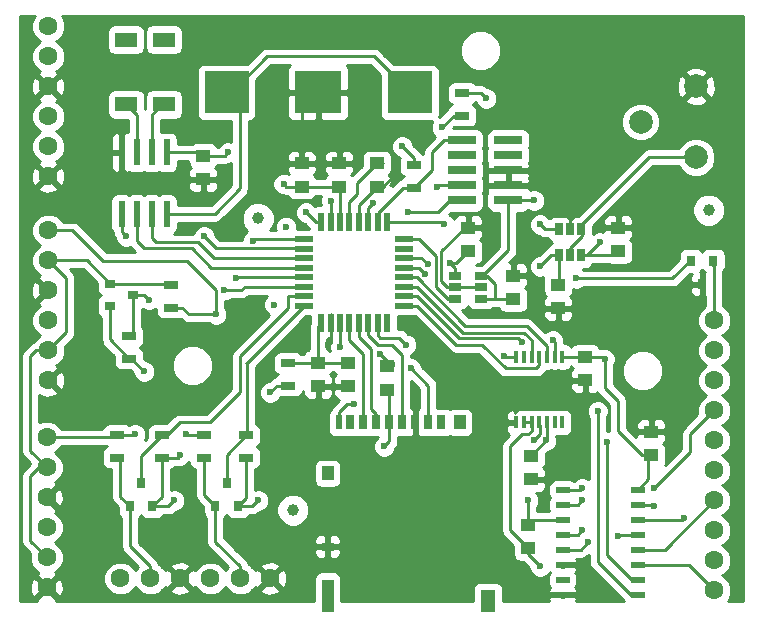
<source format=gbr>
G04 #@! TF.FileFunction,Copper,L1,Top,Signal*
%FSLAX46Y46*%
G04 Gerber Fmt 4.6, Leading zero omitted, Abs format (unit mm)*
G04 Created by KiCad (PCBNEW 4.0.2-stable) date 1/25/2017 2:02:14 PM*
%MOMM*%
G01*
G04 APERTURE LIST*
%ADD10C,0.100000*%
%ADD11R,0.650000X1.060000*%
%ADD12R,3.750000X3.600000*%
%ADD13R,4.000000X3.600000*%
%ADD14C,1.600000*%
%ADD15R,1.250000X1.000000*%
%ADD16C,2.000000*%
%ADD17R,2.400000X0.740000*%
%ADD18R,1.300000X0.700000*%
%ADD19R,0.800000X0.900000*%
%ADD20R,0.900000X0.800000*%
%ADD21R,1.600000X0.550000*%
%ADD22R,0.550000X1.600000*%
%ADD23R,1.060000X0.650000*%
%ADD24R,0.600000X2.200000*%
%ADD25R,1.143000X0.508000*%
%ADD26R,0.400000X1.050000*%
%ADD27C,1.000000*%
%ADD28R,1.300000X1.900000*%
%ADD29R,1.000000X2.800000*%
%ADD30R,1.000000X1.200000*%
%ADD31R,1.000000X0.800000*%
%ADD32R,0.700000X1.200000*%
%ADD33R,0.600000X1.200000*%
%ADD34R,1.900000X1.300000*%
%ADD35C,0.600000*%
%ADD36C,0.250000*%
%ADD37C,0.254000*%
G04 APERTURE END LIST*
D10*
D11*
X62418000Y-52240000D03*
X61468000Y-52240000D03*
X60518000Y-52240000D03*
X60518000Y-54440000D03*
X62418000Y-54440000D03*
X61468000Y-54440000D03*
D12*
X32385000Y-40640000D03*
D13*
X40135000Y-40640000D03*
D12*
X47885000Y-40640000D03*
D14*
X36068000Y-81788000D03*
X33528000Y-81788000D03*
X30988000Y-81788000D03*
X28448000Y-81788000D03*
X25908000Y-81788000D03*
X23368000Y-81788000D03*
D15*
X45085000Y-46625000D03*
X45085000Y-48625000D03*
X41910000Y-46625000D03*
X41910000Y-48625000D03*
X38735000Y-48625000D03*
X38735000Y-46625000D03*
X42672000Y-65516000D03*
X42672000Y-63516000D03*
X40132000Y-65516000D03*
X40132000Y-63516000D03*
X30400000Y-46000000D03*
X30400000Y-48000000D03*
X60452000Y-56912000D03*
X60452000Y-58912000D03*
X56642000Y-58150000D03*
X56642000Y-56150000D03*
X52832000Y-54086000D03*
X52832000Y-52086000D03*
X68326000Y-71358000D03*
X68326000Y-69358000D03*
X57912000Y-77232000D03*
X57912000Y-79232000D03*
X58166000Y-71390000D03*
X58166000Y-73390000D03*
X62738000Y-63008000D03*
X62738000Y-65008000D03*
D16*
X72136000Y-46132000D03*
X67436000Y-43132000D03*
X72136000Y-40132000D03*
D17*
X56224000Y-49784000D03*
X56224000Y-48514000D03*
X56224000Y-47244000D03*
X56224000Y-45974000D03*
X56224000Y-44704000D03*
X52324000Y-44704000D03*
X52324000Y-45974000D03*
X52324000Y-47244000D03*
X52324000Y-48514000D03*
X52324000Y-49784000D03*
D14*
X17272000Y-47752000D03*
X17272000Y-45212000D03*
X17272000Y-42672000D03*
X17272000Y-40132000D03*
X17272000Y-37592000D03*
X17272000Y-35052000D03*
X17272000Y-65024000D03*
X17272000Y-62484000D03*
X17272000Y-59944000D03*
X17272000Y-57404000D03*
X17272000Y-54864000D03*
X17272000Y-52324000D03*
X17145000Y-82550000D03*
X17145000Y-80010000D03*
X17145000Y-77470000D03*
X17145000Y-74930000D03*
X17145000Y-72390000D03*
X17145000Y-69850000D03*
X73660000Y-77724000D03*
X73660000Y-80264000D03*
X73660000Y-82804000D03*
X73660000Y-59944000D03*
X73660000Y-62484000D03*
X73660000Y-65024000D03*
X73660000Y-67564000D03*
X73660000Y-70104000D03*
X73660000Y-72644000D03*
X73660000Y-75184000D03*
D18*
X37592000Y-63566000D03*
X37592000Y-65466000D03*
D19*
X73594000Y-54880000D03*
X71694000Y-54880000D03*
X72644000Y-56880000D03*
D20*
X22495000Y-56835000D03*
X22495000Y-58735000D03*
X24495000Y-57785000D03*
D19*
X24196000Y-75676000D03*
X26096000Y-75676000D03*
X25146000Y-73676000D03*
X31435000Y-75676000D03*
X33335000Y-75676000D03*
X32385000Y-73676000D03*
D18*
X48260000Y-46802000D03*
X48260000Y-48702000D03*
X52324000Y-40706000D03*
X52324000Y-42606000D03*
X27686000Y-58862000D03*
X27686000Y-56962000D03*
X24130000Y-63180000D03*
X24130000Y-61280000D03*
X23114000Y-69662000D03*
X23114000Y-71562000D03*
X30480000Y-69662000D03*
X30480000Y-71562000D03*
X26924000Y-71562000D03*
X26924000Y-69662000D03*
D21*
X38930000Y-53080000D03*
X38930000Y-53880000D03*
X38930000Y-54680000D03*
X38930000Y-55480000D03*
X38930000Y-56280000D03*
X38930000Y-57080000D03*
X38930000Y-57880000D03*
X38930000Y-58680000D03*
D22*
X40380000Y-60130000D03*
X41180000Y-60130000D03*
X41980000Y-60130000D03*
X42780000Y-60130000D03*
X43580000Y-60130000D03*
X44380000Y-60130000D03*
X45180000Y-60130000D03*
X45980000Y-60130000D03*
D21*
X47430000Y-58680000D03*
X47430000Y-57880000D03*
X47430000Y-57080000D03*
X47430000Y-56280000D03*
X47430000Y-55480000D03*
X47430000Y-54680000D03*
X47430000Y-53880000D03*
X47430000Y-53080000D03*
D22*
X45980000Y-51630000D03*
X45180000Y-51630000D03*
X44380000Y-51630000D03*
X43580000Y-51630000D03*
X42780000Y-51630000D03*
X41980000Y-51630000D03*
X41180000Y-51630000D03*
X40380000Y-51630000D03*
D23*
X51732000Y-56200000D03*
X51732000Y-57150000D03*
X51732000Y-58100000D03*
X53932000Y-58100000D03*
X53932000Y-56200000D03*
X53932000Y-57150000D03*
D24*
X23495000Y-50920000D03*
X24765000Y-50920000D03*
X26035000Y-50920000D03*
X27305000Y-50920000D03*
X23495000Y-45720000D03*
X24765000Y-45720000D03*
X26035000Y-45720000D03*
X27305000Y-45720000D03*
D25*
X67183000Y-74295000D03*
X67183000Y-76835000D03*
X67183000Y-78105000D03*
X67183000Y-79375000D03*
X67183000Y-80645000D03*
X67183000Y-81915000D03*
X67183000Y-83185000D03*
X60833000Y-83185000D03*
X60833000Y-81915000D03*
X60833000Y-80645000D03*
X60833000Y-79375000D03*
X60833000Y-78105000D03*
X60833000Y-76835000D03*
X60833000Y-75565000D03*
X60833000Y-74295000D03*
X67183000Y-75565000D03*
D26*
X56896000Y-63030000D03*
X57546000Y-63030000D03*
X58196000Y-63030000D03*
X58846000Y-63030000D03*
X59496000Y-63030000D03*
X60146000Y-63030000D03*
X60796000Y-63030000D03*
X60796000Y-68580000D03*
X60146000Y-68580000D03*
X59496000Y-68580000D03*
X58846000Y-68580000D03*
X58196000Y-68580000D03*
X57546000Y-68580000D03*
X56896000Y-68580000D03*
D15*
X65532000Y-54086000D03*
X65532000Y-52086000D03*
D18*
X34036000Y-71562000D03*
X34036000Y-69662000D03*
D27*
X38000000Y-76000000D03*
X35052000Y-51308000D03*
X73200000Y-50600000D03*
D15*
X46000000Y-63800000D03*
X46000000Y-65800000D03*
D28*
X54510000Y-83680000D03*
D29*
X40935000Y-83230000D03*
D30*
X40935000Y-72880000D03*
D31*
X40935000Y-79080000D03*
D30*
X52110000Y-68580000D03*
D32*
X50560000Y-68580000D03*
X49460000Y-68580000D03*
X48360000Y-68580000D03*
X47260000Y-68580000D03*
X46160000Y-68580000D03*
X45060000Y-68580000D03*
X43960000Y-68580000D03*
X42860000Y-68580000D03*
D33*
X41910000Y-68580000D03*
D34*
X27076000Y-36156000D03*
X27076000Y-41656000D03*
X23876000Y-36156000D03*
X23876000Y-41656000D03*
D35*
X41000000Y-62000000D03*
X55800000Y-68800000D03*
X45400000Y-62800000D03*
X37084000Y-46228000D03*
X55880000Y-62992000D03*
X37200000Y-48400000D03*
X36400000Y-58600000D03*
X36068000Y-66040000D03*
X37400000Y-52000000D03*
X32512000Y-45720000D03*
X54356000Y-41148000D03*
X58420000Y-49784000D03*
X64008000Y-53340000D03*
X47244000Y-45212000D03*
X64400000Y-63200000D03*
X45720000Y-70612000D03*
X25400000Y-64262000D03*
X28448000Y-71374000D03*
X51308000Y-55118000D03*
X27940000Y-75184000D03*
X35052000Y-75184000D03*
X28956000Y-69596000D03*
X24638000Y-69596000D03*
X31496000Y-59436000D03*
X58928000Y-55372000D03*
X41200000Y-49800000D03*
X50200000Y-48600000D03*
X50600000Y-43600000D03*
X47752000Y-50800000D03*
X39116000Y-50800000D03*
X42000000Y-62200000D03*
X48000000Y-64000000D03*
X47600000Y-62000000D03*
X43200000Y-67000000D03*
X32200000Y-57400000D03*
X33200000Y-56388000D03*
X71120000Y-76708000D03*
X68580000Y-75692000D03*
X62484000Y-74168000D03*
X68580000Y-74168000D03*
X62992000Y-78740000D03*
X62484000Y-75184000D03*
X62484000Y-77724000D03*
X61976000Y-56388000D03*
X44800000Y-50000000D03*
X34600000Y-53200000D03*
X25800000Y-58200000D03*
X30480000Y-52832000D03*
X23876000Y-52832000D03*
X60000000Y-61600000D03*
X57400000Y-61800000D03*
X64600000Y-70200000D03*
X49200000Y-56000000D03*
X63800000Y-67600000D03*
X49400000Y-55200000D03*
X58928000Y-51816000D03*
X50800000Y-51816000D03*
X57912000Y-75184000D03*
X58420000Y-70104000D03*
X65532000Y-78232000D03*
X58928000Y-80772000D03*
X59436000Y-70104000D03*
D36*
X32385000Y-40640000D02*
X32385000Y-41021000D01*
X32385000Y-41021000D02*
X35814000Y-37592000D01*
X44837000Y-37592000D02*
X47885000Y-40640000D01*
X35814000Y-37592000D02*
X44837000Y-37592000D01*
X33528000Y-48768000D02*
X33528000Y-41783000D01*
X33528000Y-41783000D02*
X32385000Y-40640000D01*
X31376000Y-50920000D02*
X33528000Y-48768000D01*
X27305000Y-50920000D02*
X31376000Y-50920000D01*
X41180000Y-60130000D02*
X41180000Y-61820000D01*
X41180000Y-61820000D02*
X41000000Y-62000000D01*
X56896000Y-68580000D02*
X56020000Y-68580000D01*
X56020000Y-68580000D02*
X55800000Y-68800000D01*
X46000000Y-63800000D02*
X46000000Y-63400000D01*
X46000000Y-63400000D02*
X45400000Y-62800000D01*
X46482000Y-63770000D02*
X46482000Y-63482000D01*
X41180000Y-60130000D02*
X41180000Y-59380000D01*
X61468000Y-52240000D02*
X61468000Y-50800000D01*
X38735000Y-46625000D02*
X37481000Y-46625000D01*
X37481000Y-46625000D02*
X37084000Y-46228000D01*
X23495000Y-47117000D02*
X23495000Y-45720000D01*
X24384000Y-48006000D02*
X23495000Y-47117000D01*
X38735000Y-46625000D02*
X38735000Y-42040000D01*
X38735000Y-42040000D02*
X40135000Y-40640000D01*
X68072000Y-69612000D02*
X68072000Y-69072000D01*
X45085000Y-48625000D02*
X45609000Y-48625000D01*
X45609000Y-48625000D02*
X46482000Y-47752000D01*
X43580000Y-51630000D02*
X43580000Y-50130000D01*
X43580000Y-50130000D02*
X45085000Y-48625000D01*
X53932000Y-57150000D02*
X51732000Y-57150000D01*
X52832000Y-52086000D02*
X52562000Y-52086000D01*
X52562000Y-52086000D02*
X50546000Y-54102000D01*
X50546000Y-54102000D02*
X50546000Y-56642000D01*
X50546000Y-56642000D02*
X51054000Y-57150000D01*
X51054000Y-57150000D02*
X51732000Y-57150000D01*
X56896000Y-63030000D02*
X55918000Y-63030000D01*
X55918000Y-63030000D02*
X55880000Y-62992000D01*
X60833000Y-80645000D02*
X61341000Y-80645000D01*
X52832000Y-52340000D02*
X52848000Y-52340000D01*
X30480000Y-47990000D02*
X26686000Y-47990000D01*
X26670000Y-48006000D02*
X24384000Y-48006000D01*
X26686000Y-47990000D02*
X26670000Y-48006000D01*
X42780000Y-51630000D02*
X42780000Y-49930000D01*
X43434000Y-48276000D02*
X45085000Y-46625000D01*
X43434000Y-49276000D02*
X43434000Y-48276000D01*
X42780000Y-49930000D02*
X43434000Y-49276000D01*
X45609000Y-46625000D02*
X45085000Y-46625000D01*
X37425000Y-48625000D02*
X37200000Y-48400000D01*
X38735000Y-48625000D02*
X37425000Y-48625000D01*
X36642000Y-65466000D02*
X36068000Y-66040000D01*
X37592000Y-65466000D02*
X36642000Y-65466000D01*
X30480000Y-45990000D02*
X32242000Y-45990000D01*
X32242000Y-45990000D02*
X32512000Y-45720000D01*
X30210000Y-45720000D02*
X30480000Y-45990000D01*
X27305000Y-45720000D02*
X30210000Y-45720000D01*
X53932000Y-56200000D02*
X54036000Y-56200000D01*
X54036000Y-56200000D02*
X56224000Y-54012000D01*
X56224000Y-54012000D02*
X56224000Y-49784000D01*
X53932000Y-56200000D02*
X54422000Y-56200000D01*
X54422000Y-56200000D02*
X55118000Y-56896000D01*
X55118000Y-56896000D02*
X55118000Y-58100000D01*
X53932000Y-58100000D02*
X55118000Y-58100000D01*
X55118000Y-58100000D02*
X56592000Y-58100000D01*
X56592000Y-58100000D02*
X56642000Y-58150000D01*
X52324000Y-40706000D02*
X53914000Y-40706000D01*
X53914000Y-40706000D02*
X54356000Y-41148000D01*
X56224000Y-49784000D02*
X58420000Y-49784000D01*
X62418000Y-54440000D02*
X62908000Y-54440000D01*
X62908000Y-54440000D02*
X64008000Y-53340000D01*
X62908000Y-54440000D02*
X64008000Y-53340000D01*
X65532000Y-54340000D02*
X65008000Y-54340000D01*
X62418000Y-54440000D02*
X65432000Y-54440000D01*
X65432000Y-54440000D02*
X65532000Y-54340000D01*
X48260000Y-46802000D02*
X48260000Y-46228000D01*
X48260000Y-46228000D02*
X47244000Y-45212000D01*
X41980000Y-51630000D02*
X41980000Y-48695000D01*
X41980000Y-48695000D02*
X41910000Y-48625000D01*
X38735000Y-48625000D02*
X41910000Y-48625000D01*
X40132000Y-63516000D02*
X40132000Y-60378000D01*
X40132000Y-60378000D02*
X40380000Y-60130000D01*
X37592000Y-63566000D02*
X40082000Y-63566000D01*
X40082000Y-63566000D02*
X40132000Y-63516000D01*
X40132000Y-63516000D02*
X42672000Y-63516000D01*
X64400000Y-63200000D02*
X64400000Y-65670000D01*
X65532000Y-66802000D02*
X64516000Y-65786000D01*
X65532000Y-69342000D02*
X65532000Y-66802000D01*
X67548000Y-71358000D02*
X65532000Y-69342000D01*
X68326000Y-71358000D02*
X67548000Y-71358000D01*
X64208000Y-63008000D02*
X64400000Y-63200000D01*
X64208000Y-63008000D02*
X62738000Y-63008000D01*
X64400000Y-65670000D02*
X64516000Y-65786000D01*
X46160000Y-65965000D02*
X46355000Y-65770000D01*
X46160000Y-68580000D02*
X46160000Y-65965000D01*
X46160000Y-68580000D02*
X46160000Y-70172000D01*
X46160000Y-70172000D02*
X45720000Y-70612000D01*
X68072000Y-71612000D02*
X68072000Y-73406000D01*
X24130000Y-63180000D02*
X24318000Y-63180000D01*
X24318000Y-63180000D02*
X25400000Y-64262000D01*
X26924000Y-71562000D02*
X28260000Y-71562000D01*
X28260000Y-71562000D02*
X28448000Y-71374000D01*
X51308000Y-55118000D02*
X51800000Y-55118000D01*
X51732000Y-55542000D02*
X51308000Y-55118000D01*
X51732000Y-56200000D02*
X51732000Y-55542000D01*
X51800000Y-55118000D02*
X52832000Y-54086000D01*
X52832000Y-54086000D02*
X52832000Y-54102000D01*
X22495000Y-58735000D02*
X22495000Y-61545000D01*
X22495000Y-61545000D02*
X24130000Y-63180000D01*
X68072000Y-73406000D02*
X67183000Y-74295000D01*
X26096000Y-75676000D02*
X27448000Y-75676000D01*
X27448000Y-75676000D02*
X27940000Y-75184000D01*
X33335000Y-75676000D02*
X34560000Y-75676000D01*
X34560000Y-75676000D02*
X35052000Y-75184000D01*
X34036000Y-74975000D02*
X33335000Y-75676000D01*
X26924000Y-74848000D02*
X26096000Y-75676000D01*
X26924000Y-71562000D02*
X26924000Y-74848000D01*
X34036000Y-71562000D02*
X34036000Y-74975000D01*
X62738000Y-63008000D02*
X60818000Y-63008000D01*
X60818000Y-63008000D02*
X60796000Y-63030000D01*
X60818000Y-63008000D02*
X60796000Y-63030000D01*
X60818000Y-63008000D02*
X60796000Y-63030000D01*
X60518000Y-54440000D02*
X59860000Y-54440000D01*
X60518000Y-54440000D02*
X60518000Y-56846000D01*
X59860000Y-54440000D02*
X58928000Y-55372000D01*
X27686000Y-58862000D02*
X28636000Y-58862000D01*
X29210000Y-59436000D02*
X31496000Y-59436000D01*
X28636000Y-58862000D02*
X29210000Y-59436000D01*
X23114000Y-69662000D02*
X24572000Y-69662000D01*
X29022000Y-69662000D02*
X30480000Y-69662000D01*
X28956000Y-69596000D02*
X29022000Y-69662000D01*
X24572000Y-69662000D02*
X24638000Y-69596000D01*
X23180000Y-69850000D02*
X23368000Y-69662000D01*
X29022000Y-54930000D02*
X29464000Y-55372000D01*
X29022000Y-54930000D02*
X27432000Y-54930000D01*
X31496000Y-57404000D02*
X29464000Y-55372000D01*
X31496000Y-57912000D02*
X31496000Y-57404000D01*
X31496000Y-59436000D02*
X31496000Y-57912000D01*
X27432000Y-54930000D02*
X21910000Y-54930000D01*
X21910000Y-54930000D02*
X19304000Y-52324000D01*
X17145000Y-77470000D02*
X17145000Y-77089000D01*
X17145000Y-69850000D02*
X23180000Y-69850000D01*
X60518000Y-56846000D02*
X60452000Y-56912000D01*
X19304000Y-52324000D02*
X17272000Y-52324000D01*
X62418000Y-52240000D02*
X62418000Y-51882000D01*
X62418000Y-51882000D02*
X68168000Y-46132000D01*
X68168000Y-46132000D02*
X72136000Y-46132000D01*
X62418000Y-52240000D02*
X62472000Y-52240000D01*
X61468000Y-54440000D02*
X61468000Y-53848000D01*
X62484000Y-52832000D02*
X62484000Y-52306000D01*
X61468000Y-53848000D02*
X62484000Y-52832000D01*
X62484000Y-52306000D02*
X62418000Y-52240000D01*
X52324000Y-44704000D02*
X50800000Y-44704000D01*
X49784000Y-47178000D02*
X48260000Y-48702000D01*
X49784000Y-45720000D02*
X49784000Y-47178000D01*
X50800000Y-44704000D02*
X49784000Y-45720000D01*
X48260000Y-48702000D02*
X47310000Y-48702000D01*
X47310000Y-48702000D02*
X45180000Y-50832000D01*
X45180000Y-50832000D02*
X45180000Y-51630000D01*
X41180000Y-49820000D02*
X41180000Y-51630000D01*
X41200000Y-49800000D02*
X41180000Y-49820000D01*
X52324000Y-42606000D02*
X51594000Y-42606000D01*
X50286000Y-48514000D02*
X52324000Y-48514000D01*
X50200000Y-48600000D02*
X50286000Y-48514000D01*
X51594000Y-42606000D02*
X50600000Y-43600000D01*
X52324000Y-49784000D02*
X51308000Y-49784000D01*
X51308000Y-49784000D02*
X50292000Y-50800000D01*
X50292000Y-50800000D02*
X47752000Y-50800000D01*
X39116000Y-50800000D02*
X39946000Y-51630000D01*
X39946000Y-51630000D02*
X40380000Y-51630000D01*
X49460000Y-68580000D02*
X49460000Y-65460000D01*
X41980000Y-62180000D02*
X41980000Y-60130000D01*
X42000000Y-62200000D02*
X41980000Y-62180000D01*
X49460000Y-65460000D02*
X48000000Y-64000000D01*
X47260000Y-68580000D02*
X47260000Y-62860000D01*
X44380000Y-61180000D02*
X44380000Y-60130000D01*
X45200000Y-62000000D02*
X44380000Y-61180000D01*
X46400000Y-62000000D02*
X45200000Y-62000000D01*
X47260000Y-62860000D02*
X46400000Y-62000000D01*
X45060000Y-68580000D02*
X45060000Y-67860000D01*
X43580000Y-61380000D02*
X43580000Y-60130000D01*
X44600000Y-62400000D02*
X43580000Y-61380000D01*
X44600000Y-67400000D02*
X44600000Y-62400000D01*
X45060000Y-67860000D02*
X44600000Y-67400000D01*
X45060000Y-68580000D02*
X45060000Y-68260000D01*
X43960000Y-68580000D02*
X43960000Y-62760000D01*
X42780000Y-61580000D02*
X42780000Y-60130000D01*
X43960000Y-62760000D02*
X42780000Y-61580000D01*
X42800000Y-60150000D02*
X42780000Y-60130000D01*
X41910000Y-68580000D02*
X41910000Y-67690000D01*
X45180000Y-61180000D02*
X45180000Y-60130000D01*
X45400000Y-61400000D02*
X45180000Y-61180000D01*
X47000000Y-61400000D02*
X45400000Y-61400000D01*
X47600000Y-62000000D02*
X47000000Y-61400000D01*
X42600000Y-67000000D02*
X43200000Y-67000000D01*
X41910000Y-67690000D02*
X42600000Y-67000000D01*
X45200000Y-60110000D02*
X45180000Y-60130000D01*
X41910000Y-68580000D02*
X41910000Y-68326000D01*
X33528000Y-81788000D02*
X33528000Y-80772000D01*
X31435000Y-78679000D02*
X33528000Y-80772000D01*
X31435000Y-78679000D02*
X31435000Y-75676000D01*
X30480000Y-74721000D02*
X31435000Y-75676000D01*
X30480000Y-71562000D02*
X30480000Y-74721000D01*
X25908000Y-81788000D02*
X25908000Y-80772000D01*
X24196000Y-79060000D02*
X25908000Y-80772000D01*
X24196000Y-79060000D02*
X24196000Y-75676000D01*
X23368000Y-74848000D02*
X24196000Y-75676000D01*
X23876000Y-75356000D02*
X24196000Y-75676000D01*
X23368000Y-71562000D02*
X23368000Y-74848000D01*
X33920000Y-57080000D02*
X38930000Y-57080000D01*
X33600000Y-57400000D02*
X33920000Y-57080000D01*
X32200000Y-57400000D02*
X33600000Y-57400000D01*
X38930000Y-56280000D02*
X37600000Y-56280000D01*
X33308000Y-56280000D02*
X37600000Y-56280000D01*
X33200000Y-56388000D02*
X33308000Y-56280000D01*
X27300000Y-56835000D02*
X27305000Y-56830000D01*
X15748000Y-78613000D02*
X17145000Y-80010000D01*
X15748000Y-73152000D02*
X15748000Y-78613000D01*
X16510000Y-72390000D02*
X15748000Y-73152000D01*
X17145000Y-72390000D02*
X16510000Y-72390000D01*
X15748000Y-70993000D02*
X17145000Y-72390000D01*
X15748000Y-62992000D02*
X15748000Y-70993000D01*
X16256000Y-62484000D02*
X15748000Y-62992000D01*
X17272000Y-62484000D02*
X16256000Y-62484000D01*
X22495000Y-56835000D02*
X27300000Y-56835000D01*
X17272000Y-54864000D02*
X18796000Y-56388000D01*
X18796000Y-60960000D02*
X17272000Y-62484000D01*
X18796000Y-56388000D02*
X18796000Y-60960000D01*
X17272000Y-54864000D02*
X20524000Y-54864000D01*
X20524000Y-54864000D02*
X22495000Y-56835000D01*
X70993000Y-76835000D02*
X71120000Y-76708000D01*
X67183000Y-76835000D02*
X70993000Y-76835000D01*
X67183000Y-75565000D02*
X68453000Y-75565000D01*
X68453000Y-75565000D02*
X68580000Y-75692000D01*
X67183000Y-80645000D02*
X71501000Y-80645000D01*
X71501000Y-80645000D02*
X73660000Y-82804000D01*
X73660000Y-55372000D02*
X73660000Y-59944000D01*
X73594000Y-54880000D02*
X73594000Y-55306000D01*
X73594000Y-55306000D02*
X73660000Y-55372000D01*
X73594000Y-54880000D02*
X73676000Y-54880000D01*
X73676000Y-54880000D02*
X73660000Y-54896000D01*
X60833000Y-74295000D02*
X62357000Y-74295000D01*
X62357000Y-74295000D02*
X62484000Y-74168000D01*
X60833000Y-79375000D02*
X62357000Y-79375000D01*
X71628000Y-69596000D02*
X73660000Y-67564000D01*
X71628000Y-71120000D02*
X71628000Y-69596000D01*
X68580000Y-74168000D02*
X71628000Y-71120000D01*
X62357000Y-79375000D02*
X62992000Y-78740000D01*
X60833000Y-75565000D02*
X62103000Y-75565000D01*
X62103000Y-75565000D02*
X62484000Y-75184000D01*
X60833000Y-78105000D02*
X62103000Y-78105000D01*
X62103000Y-78105000D02*
X62484000Y-77724000D01*
X67183000Y-79375000D02*
X69469000Y-79375000D01*
X69469000Y-79375000D02*
X73660000Y-75184000D01*
X67310000Y-79248000D02*
X67183000Y-79375000D01*
X70104000Y-56388000D02*
X61976000Y-56388000D01*
X71612000Y-54880000D02*
X70104000Y-56388000D01*
X44380000Y-50420000D02*
X44380000Y-51630000D01*
X44800000Y-50000000D02*
X44380000Y-50420000D01*
X71694000Y-54880000D02*
X71612000Y-54880000D01*
X24495000Y-57785000D02*
X25385000Y-57785000D01*
X34720000Y-53080000D02*
X38930000Y-53080000D01*
X34600000Y-53200000D02*
X34720000Y-53080000D01*
X25385000Y-57785000D02*
X25800000Y-58200000D01*
X24495000Y-57785000D02*
X24495000Y-60915000D01*
X24495000Y-60915000D02*
X24130000Y-61280000D01*
X23622000Y-61026000D02*
X24064000Y-61026000D01*
X26924000Y-69662000D02*
X27366000Y-69662000D01*
X27366000Y-69662000D02*
X28448000Y-68580000D01*
X28448000Y-68580000D02*
X30988000Y-68580000D01*
X25146000Y-71440000D02*
X26924000Y-69662000D01*
X26924000Y-69662000D02*
X26924000Y-69596000D01*
X30988000Y-68580000D02*
X33528000Y-66040000D01*
X33528000Y-66040000D02*
X33528000Y-62992000D01*
X33528000Y-62992000D02*
X37592000Y-58928000D01*
X37592000Y-58928000D02*
X37592000Y-57912000D01*
X37592000Y-57912000D02*
X37624000Y-57880000D01*
X37624000Y-57880000D02*
X38930000Y-57880000D01*
X25146000Y-73676000D02*
X25146000Y-71440000D01*
X34073000Y-63537000D02*
X34073000Y-69625000D01*
X34073000Y-69625000D02*
X34036000Y-69662000D01*
X34036000Y-63574000D02*
X34073000Y-63537000D01*
X32385000Y-71313000D02*
X34036000Y-69662000D01*
X34073000Y-63537000D02*
X38930000Y-58680000D01*
X32385000Y-73676000D02*
X32385000Y-71313000D01*
X31496000Y-53848000D02*
X38898000Y-53848000D01*
X30480000Y-52832000D02*
X31496000Y-53848000D01*
X38898000Y-53848000D02*
X38930000Y-53880000D01*
X23495000Y-52451000D02*
X23876000Y-52832000D01*
X23495000Y-50920000D02*
X23495000Y-52451000D01*
X26035000Y-50920000D02*
X26035000Y-52959000D01*
X26035000Y-52959000D02*
X26416000Y-53340000D01*
X26416000Y-53340000D02*
X29972000Y-53340000D01*
X29972000Y-53340000D02*
X31312000Y-54680000D01*
X31312000Y-54680000D02*
X38930000Y-54680000D01*
X24765000Y-50920000D02*
X24765000Y-53213000D01*
X31096000Y-55480000D02*
X38930000Y-55480000D01*
X29464000Y-53848000D02*
X31096000Y-55480000D01*
X25400000Y-53848000D02*
X29464000Y-53848000D01*
X24765000Y-53213000D02*
X25400000Y-53848000D01*
X58846000Y-63030000D02*
X58846000Y-63754000D01*
X48480000Y-58680000D02*
X47430000Y-58680000D01*
X51800000Y-62000000D02*
X48480000Y-58680000D01*
X54000000Y-62000000D02*
X51800000Y-62000000D01*
X56000000Y-64000000D02*
X54000000Y-62000000D01*
X58600000Y-64000000D02*
X56000000Y-64000000D01*
X58846000Y-63754000D02*
X58600000Y-64000000D01*
X47430000Y-57880000D02*
X48480000Y-57880000D01*
X60146000Y-61746000D02*
X60146000Y-63030000D01*
X60000000Y-61600000D02*
X60146000Y-61746000D01*
X57050002Y-61450002D02*
X57400000Y-61800000D01*
X52050002Y-61450002D02*
X57050002Y-61450002D01*
X48480000Y-57880000D02*
X52050002Y-61450002D01*
X47462000Y-57912000D02*
X47430000Y-57880000D01*
X58196000Y-63030000D02*
X58196000Y-61596000D01*
X48480000Y-57080000D02*
X47430000Y-57080000D01*
X52400000Y-61000000D02*
X48480000Y-57080000D01*
X57600000Y-61000000D02*
X52400000Y-61000000D01*
X58196000Y-61596000D02*
X57600000Y-61000000D01*
X59496000Y-63030000D02*
X59496000Y-62096000D01*
X48480000Y-56280000D02*
X47430000Y-56280000D01*
X52600000Y-60400000D02*
X48480000Y-56280000D01*
X57800000Y-60400000D02*
X52600000Y-60400000D01*
X59496000Y-62096000D02*
X57800000Y-60400000D01*
X67183000Y-81915000D02*
X66715000Y-81915000D01*
X66715000Y-81915000D02*
X64600000Y-79800000D01*
X64600000Y-79800000D02*
X64600000Y-70200000D01*
X49200000Y-56000000D02*
X48680000Y-55480000D01*
X48680000Y-55480000D02*
X47430000Y-55480000D01*
X66585000Y-83185000D02*
X63800000Y-80400000D01*
X63800000Y-80400000D02*
X63800000Y-67600000D01*
X67183000Y-83185000D02*
X66585000Y-83185000D01*
X48880000Y-54680000D02*
X47430000Y-54680000D01*
X49400000Y-55200000D02*
X48880000Y-54680000D01*
X51732000Y-58100000D02*
X51100000Y-58100000D01*
X48680000Y-53080000D02*
X47430000Y-53080000D01*
X50095998Y-54495998D02*
X48680000Y-53080000D01*
X50095998Y-57095998D02*
X50095998Y-54495998D01*
X51100000Y-58100000D02*
X50095998Y-57095998D01*
X60518000Y-52240000D02*
X59352000Y-52240000D01*
X59352000Y-52240000D02*
X58928000Y-51816000D01*
X50614000Y-51630000D02*
X45980000Y-51630000D01*
X50800000Y-51816000D02*
X50614000Y-51630000D01*
X24765000Y-42545000D02*
X24765000Y-45720000D01*
X23495000Y-41910000D02*
X24130000Y-41910000D01*
X24130000Y-41910000D02*
X24765000Y-42545000D01*
X26695000Y-41910000D02*
X26670000Y-41910000D01*
X26670000Y-41910000D02*
X26035000Y-42545000D01*
X26035000Y-42545000D02*
X26035000Y-45085000D01*
X26035000Y-45085000D02*
X26035000Y-45720000D01*
X57912000Y-77232000D02*
X57912000Y-75184000D01*
X60833000Y-76835000D02*
X58277000Y-76835000D01*
X58277000Y-76835000D02*
X57912000Y-77200000D01*
X58420000Y-70104000D02*
X58928000Y-69596000D01*
X58928000Y-69596000D02*
X58928000Y-69088000D01*
X58928000Y-69088000D02*
X58846000Y-68580000D01*
X67183000Y-78105000D02*
X65659000Y-78105000D01*
X65659000Y-78105000D02*
X65532000Y-78232000D01*
X58928000Y-80772000D02*
X57912000Y-79756000D01*
X57546000Y-68580000D02*
X58196000Y-68580000D01*
X58196000Y-68580000D02*
X58196000Y-69312000D01*
X58196000Y-69312000D02*
X57912000Y-69596000D01*
X57912000Y-69596000D02*
X57404000Y-69596000D01*
X56388000Y-70612000D02*
X56388000Y-77708000D01*
X57404000Y-69596000D02*
X56388000Y-70612000D01*
X56388000Y-77708000D02*
X57912000Y-79232000D01*
X57912000Y-79756000D02*
X57912000Y-79232000D01*
X57912000Y-71136000D02*
X58404000Y-71136000D01*
X58404000Y-71136000D02*
X59436000Y-70104000D01*
X59436000Y-70104000D02*
X59496000Y-70044000D01*
X59496000Y-70044000D02*
X59496000Y-68580000D01*
D37*
G36*
X16056176Y-34238077D02*
X15837250Y-34765309D01*
X15836752Y-35336187D01*
X16054757Y-35863800D01*
X16458077Y-36267824D01*
X16588215Y-36321862D01*
X16460200Y-36374757D01*
X16056176Y-36778077D01*
X15837250Y-37305309D01*
X15836752Y-37876187D01*
X16054757Y-38403800D01*
X16458077Y-38807824D01*
X16572768Y-38855448D01*
X16517995Y-38878136D01*
X16443861Y-39124255D01*
X17272000Y-39952395D01*
X18100139Y-39124255D01*
X18026005Y-38878136D01*
X17967746Y-38857195D01*
X18083800Y-38809243D01*
X18487824Y-38405923D01*
X18706750Y-37878691D01*
X18707248Y-37307813D01*
X18489243Y-36780200D01*
X18085923Y-36376176D01*
X17955785Y-36322138D01*
X18083800Y-36269243D01*
X18487824Y-35865923D01*
X18637277Y-35506000D01*
X22278560Y-35506000D01*
X22278560Y-36806000D01*
X22322838Y-37041317D01*
X22461910Y-37257441D01*
X22674110Y-37402431D01*
X22926000Y-37453440D01*
X24826000Y-37453440D01*
X25061317Y-37409162D01*
X25277441Y-37270090D01*
X25422431Y-37057890D01*
X25473440Y-36806000D01*
X25473440Y-35506000D01*
X25478560Y-35506000D01*
X25478560Y-36806000D01*
X25522838Y-37041317D01*
X25661910Y-37257441D01*
X25874110Y-37402431D01*
X26126000Y-37453440D01*
X28026000Y-37453440D01*
X28261317Y-37409162D01*
X28477441Y-37270090D01*
X28622431Y-37057890D01*
X28673440Y-36806000D01*
X28673440Y-35506000D01*
X28629162Y-35270683D01*
X28490090Y-35054559D01*
X28277890Y-34909569D01*
X28026000Y-34858560D01*
X26126000Y-34858560D01*
X25890683Y-34902838D01*
X25674559Y-35041910D01*
X25529569Y-35254110D01*
X25478560Y-35506000D01*
X25473440Y-35506000D01*
X25429162Y-35270683D01*
X25290090Y-35054559D01*
X25077890Y-34909569D01*
X24826000Y-34858560D01*
X22926000Y-34858560D01*
X22690683Y-34902838D01*
X22474559Y-35041910D01*
X22329569Y-35254110D01*
X22278560Y-35506000D01*
X18637277Y-35506000D01*
X18706750Y-35338691D01*
X18707248Y-34767813D01*
X18489243Y-34240200D01*
X18412178Y-34163000D01*
X76073000Y-34163000D01*
X76073000Y-83693000D01*
X74800616Y-83693000D01*
X74875824Y-83617923D01*
X75094750Y-83090691D01*
X75095248Y-82519813D01*
X74877243Y-81992200D01*
X74473923Y-81588176D01*
X74343785Y-81534138D01*
X74471800Y-81481243D01*
X74875824Y-81077923D01*
X75094750Y-80550691D01*
X75095248Y-79979813D01*
X74877243Y-79452200D01*
X74473923Y-79048176D01*
X74343785Y-78994138D01*
X74471800Y-78941243D01*
X74875824Y-78537923D01*
X75094750Y-78010691D01*
X75095248Y-77439813D01*
X74877243Y-76912200D01*
X74473923Y-76508176D01*
X74343785Y-76454138D01*
X74471800Y-76401243D01*
X74875824Y-75997923D01*
X75094750Y-75470691D01*
X75095248Y-74899813D01*
X74877243Y-74372200D01*
X74473923Y-73968176D01*
X74343785Y-73914138D01*
X74471800Y-73861243D01*
X74875824Y-73457923D01*
X75094750Y-72930691D01*
X75095248Y-72359813D01*
X74877243Y-71832200D01*
X74473923Y-71428176D01*
X74343785Y-71374138D01*
X74471800Y-71321243D01*
X74875824Y-70917923D01*
X75094750Y-70390691D01*
X75095248Y-69819813D01*
X74877243Y-69292200D01*
X74473923Y-68888176D01*
X74343785Y-68834138D01*
X74471800Y-68781243D01*
X74875824Y-68377923D01*
X75094750Y-67850691D01*
X75095248Y-67279813D01*
X74877243Y-66752200D01*
X74473923Y-66348176D01*
X74343785Y-66294138D01*
X74471800Y-66241243D01*
X74875824Y-65837923D01*
X75094750Y-65310691D01*
X75095248Y-64739813D01*
X74877243Y-64212200D01*
X74473923Y-63808176D01*
X74343785Y-63754138D01*
X74471800Y-63701243D01*
X74875824Y-63297923D01*
X75094750Y-62770691D01*
X75095248Y-62199813D01*
X74877243Y-61672200D01*
X74473923Y-61268176D01*
X74343785Y-61214138D01*
X74471800Y-61161243D01*
X74875824Y-60757923D01*
X75094750Y-60230691D01*
X75095248Y-59659813D01*
X74877243Y-59132200D01*
X74473923Y-58728176D01*
X74420000Y-58705785D01*
X74420000Y-55810461D01*
X74445441Y-55794090D01*
X74590431Y-55581890D01*
X74641440Y-55330000D01*
X74641440Y-54430000D01*
X74597162Y-54194683D01*
X74458090Y-53978559D01*
X74245890Y-53833569D01*
X73994000Y-53782560D01*
X73194000Y-53782560D01*
X72958683Y-53826838D01*
X72742559Y-53965910D01*
X72643367Y-54111083D01*
X72558090Y-53978559D01*
X72345890Y-53833569D01*
X72094000Y-53782560D01*
X71294000Y-53782560D01*
X71058683Y-53826838D01*
X70842559Y-53965910D01*
X70697569Y-54178110D01*
X70646560Y-54430000D01*
X70646560Y-54770638D01*
X69789198Y-55628000D01*
X62538463Y-55628000D01*
X62527921Y-55617440D01*
X62743000Y-55617440D01*
X62978317Y-55573162D01*
X63194441Y-55434090D01*
X63339431Y-55221890D01*
X63343864Y-55200000D01*
X64741868Y-55200000D01*
X64907000Y-55233440D01*
X66157000Y-55233440D01*
X66392317Y-55189162D01*
X66608441Y-55050090D01*
X66753431Y-54837890D01*
X66804440Y-54586000D01*
X66804440Y-53586000D01*
X66760162Y-53350683D01*
X66621090Y-53134559D01*
X66552994Y-53088031D01*
X66695327Y-52945698D01*
X66792000Y-52712309D01*
X66792000Y-52371750D01*
X66633250Y-52213000D01*
X65659000Y-52213000D01*
X65659000Y-52233000D01*
X65405000Y-52233000D01*
X65405000Y-52213000D01*
X64430750Y-52213000D01*
X64272000Y-52371750D01*
X64272000Y-52437219D01*
X64194799Y-52405162D01*
X63822833Y-52404838D01*
X63479057Y-52546883D01*
X63390440Y-52635345D01*
X63390440Y-51984362D01*
X63915111Y-51459691D01*
X64272000Y-51459691D01*
X64272000Y-51800250D01*
X64430750Y-51959000D01*
X65405000Y-51959000D01*
X65405000Y-51109750D01*
X65659000Y-51109750D01*
X65659000Y-51959000D01*
X66633250Y-51959000D01*
X66792000Y-51800250D01*
X66792000Y-51459691D01*
X66695327Y-51226302D01*
X66516699Y-51047673D01*
X66283310Y-50951000D01*
X65817750Y-50951000D01*
X65659000Y-51109750D01*
X65405000Y-51109750D01*
X65246250Y-50951000D01*
X64780690Y-50951000D01*
X64547301Y-51047673D01*
X64368673Y-51226302D01*
X64272000Y-51459691D01*
X63915111Y-51459691D01*
X64498141Y-50876661D01*
X71802758Y-50876661D01*
X72014990Y-51390303D01*
X72407630Y-51783629D01*
X72920900Y-51996757D01*
X73476661Y-51997242D01*
X73990303Y-51785010D01*
X74383629Y-51392370D01*
X74596757Y-50879100D01*
X74597242Y-50323339D01*
X74385010Y-49809697D01*
X73992370Y-49416371D01*
X73479100Y-49203243D01*
X72923339Y-49202758D01*
X72409697Y-49414990D01*
X72016371Y-49807630D01*
X71803243Y-50320900D01*
X71802758Y-50876661D01*
X64498141Y-50876661D01*
X68482802Y-46892000D01*
X70680953Y-46892000D01*
X70749106Y-47056943D01*
X71208637Y-47517278D01*
X71809352Y-47766716D01*
X72459795Y-47767284D01*
X73060943Y-47518894D01*
X73521278Y-47059363D01*
X73770716Y-46458648D01*
X73771284Y-45808205D01*
X73522894Y-45207057D01*
X73063363Y-44746722D01*
X72462648Y-44497284D01*
X71812205Y-44496716D01*
X71211057Y-44745106D01*
X70750722Y-45204637D01*
X70681227Y-45372000D01*
X68168000Y-45372000D01*
X67877161Y-45429852D01*
X67630599Y-45594599D01*
X62162638Y-51062560D01*
X62093000Y-51062560D01*
X61952914Y-51088919D01*
X61919310Y-51075000D01*
X61753750Y-51075000D01*
X61595000Y-51233750D01*
X61595000Y-51314051D01*
X61496569Y-51458110D01*
X61468824Y-51595120D01*
X61446162Y-51474683D01*
X61341000Y-51311257D01*
X61341000Y-51233750D01*
X61182250Y-51075000D01*
X61016690Y-51075000D01*
X60979829Y-51090268D01*
X60843000Y-51062560D01*
X60193000Y-51062560D01*
X59957683Y-51106838D01*
X59741559Y-51245910D01*
X59716562Y-51282494D01*
X59458327Y-51023808D01*
X59114799Y-50881162D01*
X58742833Y-50880838D01*
X58399057Y-51022883D01*
X58135808Y-51285673D01*
X57993162Y-51629201D01*
X57992838Y-52001167D01*
X58134883Y-52344943D01*
X58397673Y-52608192D01*
X58741201Y-52750838D01*
X58788077Y-52750879D01*
X58814599Y-52777401D01*
X59061161Y-52942148D01*
X59352000Y-53000000D01*
X59588838Y-53000000D01*
X59589838Y-53005317D01*
X59728910Y-53221441D01*
X59904232Y-53341233D01*
X59741559Y-53445910D01*
X59596569Y-53658110D01*
X59580893Y-53735518D01*
X59569161Y-53737852D01*
X59322599Y-53902599D01*
X58788320Y-54436878D01*
X58742833Y-54436838D01*
X58399057Y-54578883D01*
X58135808Y-54841673D01*
X57993162Y-55185201D01*
X57992838Y-55557167D01*
X58134883Y-55900943D01*
X58397673Y-56164192D01*
X58741201Y-56306838D01*
X59113167Y-56307162D01*
X59208791Y-56267651D01*
X59179560Y-56412000D01*
X59179560Y-57412000D01*
X59223838Y-57647317D01*
X59362910Y-57863441D01*
X59431006Y-57909969D01*
X59288673Y-58052302D01*
X59192000Y-58285691D01*
X59192000Y-58626250D01*
X59350750Y-58785000D01*
X60325000Y-58785000D01*
X60325000Y-58765000D01*
X60579000Y-58765000D01*
X60579000Y-58785000D01*
X61553250Y-58785000D01*
X61712000Y-58626250D01*
X61712000Y-58285691D01*
X61615327Y-58052302D01*
X61474090Y-57911064D01*
X61528441Y-57876090D01*
X61673431Y-57663890D01*
X61724440Y-57412000D01*
X61724440Y-57295947D01*
X61789201Y-57322838D01*
X62161167Y-57323162D01*
X62504943Y-57181117D01*
X62520336Y-57165750D01*
X71609000Y-57165750D01*
X71609000Y-57456309D01*
X71705673Y-57689698D01*
X71884301Y-57868327D01*
X72117690Y-57965000D01*
X72358250Y-57965000D01*
X72517000Y-57806250D01*
X72517000Y-57007000D01*
X71767750Y-57007000D01*
X71609000Y-57165750D01*
X62520336Y-57165750D01*
X62538118Y-57148000D01*
X70104000Y-57148000D01*
X70394839Y-57090148D01*
X70641401Y-56925401D01*
X71589362Y-55977440D01*
X71798534Y-55977440D01*
X71705673Y-56070302D01*
X71609000Y-56303691D01*
X71609000Y-56594250D01*
X71767750Y-56753000D01*
X72517000Y-56753000D01*
X72517000Y-55953750D01*
X72430988Y-55867738D01*
X72545441Y-55794090D01*
X72644633Y-55648917D01*
X72729910Y-55781441D01*
X72856686Y-55868064D01*
X72771000Y-55953750D01*
X72771000Y-56753000D01*
X72791000Y-56753000D01*
X72791000Y-57007000D01*
X72771000Y-57007000D01*
X72771000Y-57806250D01*
X72900000Y-57935250D01*
X72900000Y-58705354D01*
X72848200Y-58726757D01*
X72444176Y-59130077D01*
X72225250Y-59657309D01*
X72224752Y-60228187D01*
X72442757Y-60755800D01*
X72846077Y-61159824D01*
X72976215Y-61213862D01*
X72848200Y-61266757D01*
X72444176Y-61670077D01*
X72225250Y-62197309D01*
X72224752Y-62768187D01*
X72442757Y-63295800D01*
X72846077Y-63699824D01*
X72976215Y-63753862D01*
X72848200Y-63806757D01*
X72444176Y-64210077D01*
X72225250Y-64737309D01*
X72224752Y-65308187D01*
X72442757Y-65835800D01*
X72846077Y-66239824D01*
X72976215Y-66293862D01*
X72848200Y-66346757D01*
X72444176Y-66750077D01*
X72225250Y-67277309D01*
X72224752Y-67848187D01*
X72247049Y-67902149D01*
X71090599Y-69058599D01*
X70925852Y-69305161D01*
X70868000Y-69596000D01*
X70868000Y-70805198D01*
X69513180Y-72160018D01*
X69547431Y-72109890D01*
X69598440Y-71858000D01*
X69598440Y-70858000D01*
X69554162Y-70622683D01*
X69415090Y-70406559D01*
X69346994Y-70360031D01*
X69489327Y-70217698D01*
X69586000Y-69984309D01*
X69586000Y-69643750D01*
X69427250Y-69485000D01*
X68453000Y-69485000D01*
X68453000Y-69505000D01*
X68199000Y-69505000D01*
X68199000Y-69485000D01*
X67224750Y-69485000D01*
X67066000Y-69643750D01*
X67066000Y-69801198D01*
X66292000Y-69027198D01*
X66292000Y-68731691D01*
X67066000Y-68731691D01*
X67066000Y-69072250D01*
X67224750Y-69231000D01*
X68199000Y-69231000D01*
X68199000Y-68381750D01*
X68453000Y-68381750D01*
X68453000Y-69231000D01*
X69427250Y-69231000D01*
X69586000Y-69072250D01*
X69586000Y-68731691D01*
X69489327Y-68498302D01*
X69310699Y-68319673D01*
X69077310Y-68223000D01*
X68611750Y-68223000D01*
X68453000Y-68381750D01*
X68199000Y-68381750D01*
X68040250Y-68223000D01*
X67574690Y-68223000D01*
X67341301Y-68319673D01*
X67162673Y-68498302D01*
X67066000Y-68731691D01*
X66292000Y-68731691D01*
X66292000Y-66802000D01*
X66234148Y-66511161D01*
X66069401Y-66264599D01*
X65160000Y-65355198D01*
X65160000Y-64543599D01*
X65864699Y-64543599D01*
X66128281Y-65181515D01*
X66615918Y-65670004D01*
X67253373Y-65934699D01*
X67943599Y-65935301D01*
X68581515Y-65671719D01*
X69070004Y-65184082D01*
X69334699Y-64546627D01*
X69335301Y-63856401D01*
X69071719Y-63218485D01*
X68584082Y-62729996D01*
X67946627Y-62465301D01*
X67256401Y-62464699D01*
X66618485Y-62728281D01*
X66129996Y-63215918D01*
X65865301Y-63853373D01*
X65864699Y-64543599D01*
X65160000Y-64543599D01*
X65160000Y-63762463D01*
X65192192Y-63730327D01*
X65334838Y-63386799D01*
X65335162Y-63014833D01*
X65193117Y-62671057D01*
X64930327Y-62407808D01*
X64586799Y-62265162D01*
X64292992Y-62264906D01*
X64208000Y-62248000D01*
X63950279Y-62248000D01*
X63827090Y-62056559D01*
X63614890Y-61911569D01*
X63363000Y-61860560D01*
X62113000Y-61860560D01*
X61877683Y-61904838D01*
X61661559Y-62043910D01*
X61554606Y-62200441D01*
X61460090Y-62053559D01*
X61247890Y-61908569D01*
X60996000Y-61857560D01*
X60906000Y-61857560D01*
X60906000Y-61856248D01*
X60934838Y-61786799D01*
X60935162Y-61414833D01*
X60793117Y-61071057D01*
X60530327Y-60807808D01*
X60186799Y-60665162D01*
X59814833Y-60664838D01*
X59471057Y-60806883D01*
X59376288Y-60901486D01*
X58337401Y-59862599D01*
X58090839Y-59697852D01*
X57800000Y-59640000D01*
X52914802Y-59640000D01*
X52333743Y-59058941D01*
X52497317Y-59028162D01*
X52713441Y-58889090D01*
X52833233Y-58713768D01*
X52937910Y-58876441D01*
X53150110Y-59021431D01*
X53402000Y-59072440D01*
X54462000Y-59072440D01*
X54697317Y-59028162D01*
X54913441Y-58889090D01*
X54933317Y-58860000D01*
X55409074Y-58860000D01*
X55413838Y-58885317D01*
X55552910Y-59101441D01*
X55765110Y-59246431D01*
X56017000Y-59297440D01*
X57267000Y-59297440D01*
X57502317Y-59253162D01*
X57588429Y-59197750D01*
X59192000Y-59197750D01*
X59192000Y-59538309D01*
X59288673Y-59771698D01*
X59467301Y-59950327D01*
X59700690Y-60047000D01*
X60166250Y-60047000D01*
X60325000Y-59888250D01*
X60325000Y-59039000D01*
X60579000Y-59039000D01*
X60579000Y-59888250D01*
X60737750Y-60047000D01*
X61203310Y-60047000D01*
X61436699Y-59950327D01*
X61615327Y-59771698D01*
X61712000Y-59538309D01*
X61712000Y-59197750D01*
X61553250Y-59039000D01*
X60579000Y-59039000D01*
X60325000Y-59039000D01*
X59350750Y-59039000D01*
X59192000Y-59197750D01*
X57588429Y-59197750D01*
X57718441Y-59114090D01*
X57863431Y-58901890D01*
X57914440Y-58650000D01*
X57914440Y-57650000D01*
X57870162Y-57414683D01*
X57731090Y-57198559D01*
X57662994Y-57152031D01*
X57805327Y-57009698D01*
X57902000Y-56776309D01*
X57902000Y-56435750D01*
X57743250Y-56277000D01*
X56769000Y-56277000D01*
X56769000Y-56297000D01*
X56515000Y-56297000D01*
X56515000Y-56277000D01*
X56495000Y-56277000D01*
X56495000Y-56023000D01*
X56515000Y-56023000D01*
X56515000Y-55173750D01*
X56769000Y-55173750D01*
X56769000Y-56023000D01*
X57743250Y-56023000D01*
X57902000Y-55864250D01*
X57902000Y-55523691D01*
X57805327Y-55290302D01*
X57626699Y-55111673D01*
X57393310Y-55015000D01*
X56927750Y-55015000D01*
X56769000Y-55173750D01*
X56515000Y-55173750D01*
X56356250Y-55015000D01*
X56295802Y-55015000D01*
X56761401Y-54549401D01*
X56926148Y-54302840D01*
X56984000Y-54012000D01*
X56984000Y-50801440D01*
X57424000Y-50801440D01*
X57659317Y-50757162D01*
X57875441Y-50618090D01*
X57900887Y-50580848D01*
X58233201Y-50718838D01*
X58605167Y-50719162D01*
X58948943Y-50577117D01*
X59212192Y-50314327D01*
X59354838Y-49970799D01*
X59355162Y-49598833D01*
X59213117Y-49255057D01*
X58950327Y-48991808D01*
X58606799Y-48849162D01*
X58234833Y-48848838D01*
X58059000Y-48921491D01*
X58059000Y-48799750D01*
X57900250Y-48641000D01*
X56351000Y-48641000D01*
X56351000Y-48661000D01*
X56097000Y-48661000D01*
X56097000Y-48641000D01*
X54547750Y-48641000D01*
X54389000Y-48799750D01*
X54389000Y-49010309D01*
X54442703Y-49139960D01*
X54427569Y-49162110D01*
X54376560Y-49414000D01*
X54376560Y-50154000D01*
X54420838Y-50389317D01*
X54559910Y-50605441D01*
X54772110Y-50750431D01*
X55024000Y-50801440D01*
X55464000Y-50801440D01*
X55464000Y-53697198D01*
X53933638Y-55227560D01*
X53488249Y-55227560D01*
X53692317Y-55189162D01*
X53908441Y-55050090D01*
X54053431Y-54837890D01*
X54104440Y-54586000D01*
X54104440Y-53586000D01*
X54060162Y-53350683D01*
X53921090Y-53134559D01*
X53852994Y-53088031D01*
X53995327Y-52945698D01*
X54092000Y-52712309D01*
X54092000Y-52371750D01*
X53933250Y-52213000D01*
X52959000Y-52213000D01*
X52959000Y-52233000D01*
X52705000Y-52233000D01*
X52705000Y-52213000D01*
X52685000Y-52213000D01*
X52685000Y-51959000D01*
X52705000Y-51959000D01*
X52705000Y-51109750D01*
X52959000Y-51109750D01*
X52959000Y-51959000D01*
X53933250Y-51959000D01*
X54092000Y-51800250D01*
X54092000Y-51459691D01*
X53995327Y-51226302D01*
X53816699Y-51047673D01*
X53583310Y-50951000D01*
X53117750Y-50951000D01*
X52959000Y-51109750D01*
X52705000Y-51109750D01*
X52546250Y-50951000D01*
X52080690Y-50951000D01*
X51847301Y-51047673D01*
X51668673Y-51226302D01*
X51618281Y-51347959D01*
X51593117Y-51287057D01*
X51330327Y-51023808D01*
X51197958Y-50968844D01*
X51365362Y-50801440D01*
X53524000Y-50801440D01*
X53759317Y-50757162D01*
X53975441Y-50618090D01*
X54120431Y-50405890D01*
X54171440Y-50154000D01*
X54171440Y-49414000D01*
X54127162Y-49178683D01*
X54109716Y-49151572D01*
X54120431Y-49135890D01*
X54171440Y-48884000D01*
X54171440Y-48144000D01*
X54127162Y-47908683D01*
X54109716Y-47881572D01*
X54120431Y-47865890D01*
X54171440Y-47614000D01*
X54171440Y-47529750D01*
X54389000Y-47529750D01*
X54389000Y-47740309D01*
X54446448Y-47879000D01*
X54389000Y-48017691D01*
X54389000Y-48228250D01*
X54547750Y-48387000D01*
X56097000Y-48387000D01*
X56097000Y-47371000D01*
X56351000Y-47371000D01*
X56351000Y-48387000D01*
X57900250Y-48387000D01*
X58059000Y-48228250D01*
X58059000Y-48017691D01*
X58001552Y-47879000D01*
X58059000Y-47740309D01*
X58059000Y-47529750D01*
X57900250Y-47371000D01*
X56351000Y-47371000D01*
X56097000Y-47371000D01*
X54547750Y-47371000D01*
X54389000Y-47529750D01*
X54171440Y-47529750D01*
X54171440Y-46874000D01*
X54127162Y-46638683D01*
X54109716Y-46611572D01*
X54120431Y-46595890D01*
X54171440Y-46344000D01*
X54171440Y-45604000D01*
X54127162Y-45368683D01*
X54109716Y-45341572D01*
X54120431Y-45325890D01*
X54171440Y-45074000D01*
X54171440Y-44334000D01*
X54376560Y-44334000D01*
X54376560Y-45074000D01*
X54420838Y-45309317D01*
X54438284Y-45336428D01*
X54427569Y-45352110D01*
X54376560Y-45604000D01*
X54376560Y-46344000D01*
X54420838Y-46579317D01*
X54443899Y-46615154D01*
X54389000Y-46747691D01*
X54389000Y-46958250D01*
X54547750Y-47117000D01*
X56097000Y-47117000D01*
X56097000Y-47097000D01*
X56351000Y-47097000D01*
X56351000Y-47117000D01*
X57900250Y-47117000D01*
X58059000Y-46958250D01*
X58059000Y-46747691D01*
X58005297Y-46618040D01*
X58020431Y-46595890D01*
X58071440Y-46344000D01*
X58071440Y-45604000D01*
X58027162Y-45368683D01*
X58009716Y-45341572D01*
X58020431Y-45325890D01*
X58071440Y-45074000D01*
X58071440Y-44334000D01*
X58027162Y-44098683D01*
X57888090Y-43882559D01*
X57675890Y-43737569D01*
X57424000Y-43686560D01*
X55024000Y-43686560D01*
X54788683Y-43730838D01*
X54572559Y-43869910D01*
X54427569Y-44082110D01*
X54376560Y-44334000D01*
X54171440Y-44334000D01*
X54127162Y-44098683D01*
X53988090Y-43882559D01*
X53775890Y-43737569D01*
X53524000Y-43686560D01*
X51588242Y-43686560D01*
X51671806Y-43602996D01*
X51674000Y-43603440D01*
X52974000Y-43603440D01*
X53209317Y-43559162D01*
X53369953Y-43455795D01*
X65800716Y-43455795D01*
X66049106Y-44056943D01*
X66508637Y-44517278D01*
X67109352Y-44766716D01*
X67759795Y-44767284D01*
X68360943Y-44518894D01*
X68821278Y-44059363D01*
X69070716Y-43458648D01*
X69071284Y-42808205D01*
X68822894Y-42207057D01*
X68363363Y-41746722D01*
X67762648Y-41497284D01*
X67112205Y-41496716D01*
X66511057Y-41745106D01*
X66050722Y-42204637D01*
X65801284Y-42805352D01*
X65800716Y-43455795D01*
X53369953Y-43455795D01*
X53425441Y-43420090D01*
X53570431Y-43207890D01*
X53621440Y-42956000D01*
X53621440Y-42256000D01*
X53577162Y-42020683D01*
X53438090Y-41804559D01*
X53225890Y-41659569D01*
X53212803Y-41656919D01*
X53425441Y-41520090D01*
X53462399Y-41466000D01*
X53475723Y-41466000D01*
X53562883Y-41676943D01*
X53825673Y-41940192D01*
X54169201Y-42082838D01*
X54541167Y-42083162D01*
X54884943Y-41941117D01*
X55148192Y-41678327D01*
X55290838Y-41334799D01*
X55290881Y-41284532D01*
X71163073Y-41284532D01*
X71261736Y-41551387D01*
X71871461Y-41777908D01*
X72521460Y-41753856D01*
X73010264Y-41551387D01*
X73108927Y-41284532D01*
X72136000Y-40311605D01*
X71163073Y-41284532D01*
X55290881Y-41284532D01*
X55291162Y-40962833D01*
X55149117Y-40619057D01*
X54886327Y-40355808D01*
X54542799Y-40213162D01*
X54495923Y-40213121D01*
X54451401Y-40168599D01*
X54204839Y-40003852D01*
X53914000Y-39946000D01*
X53464757Y-39946000D01*
X53438090Y-39904559D01*
X53383796Y-39867461D01*
X70490092Y-39867461D01*
X70514144Y-40517460D01*
X70716613Y-41006264D01*
X70983468Y-41104927D01*
X71956395Y-40132000D01*
X72315605Y-40132000D01*
X73288532Y-41104927D01*
X73555387Y-41006264D01*
X73781908Y-40396539D01*
X73757856Y-39746540D01*
X73555387Y-39257736D01*
X73288532Y-39159073D01*
X72315605Y-40132000D01*
X71956395Y-40132000D01*
X70983468Y-39159073D01*
X70716613Y-39257736D01*
X70490092Y-39867461D01*
X53383796Y-39867461D01*
X53225890Y-39759569D01*
X52974000Y-39708560D01*
X51674000Y-39708560D01*
X51438683Y-39752838D01*
X51222559Y-39891910D01*
X51077569Y-40104110D01*
X51026560Y-40356000D01*
X51026560Y-41056000D01*
X51070838Y-41291317D01*
X51209910Y-41507441D01*
X51422110Y-41652431D01*
X51435197Y-41655081D01*
X51222559Y-41791910D01*
X51077569Y-42004110D01*
X51065748Y-42062486D01*
X51056599Y-42068599D01*
X50460320Y-42664878D01*
X50414833Y-42664838D01*
X50357076Y-42688702D01*
X50407440Y-42440000D01*
X50407440Y-38979468D01*
X71163073Y-38979468D01*
X72136000Y-39952395D01*
X73108927Y-38979468D01*
X73010264Y-38712613D01*
X72400539Y-38486092D01*
X71750540Y-38510144D01*
X71261736Y-38712613D01*
X71163073Y-38979468D01*
X50407440Y-38979468D01*
X50407440Y-38840000D01*
X50363162Y-38604683D01*
X50224090Y-38388559D01*
X50011890Y-38243569D01*
X49760000Y-38192560D01*
X46512362Y-38192560D01*
X45747401Y-37427599D01*
X52112699Y-37427599D01*
X52376281Y-38065515D01*
X52863918Y-38554004D01*
X53501373Y-38818699D01*
X54191599Y-38819301D01*
X54829515Y-38555719D01*
X55318004Y-38068082D01*
X55582699Y-37430627D01*
X55583301Y-36740401D01*
X55319719Y-36102485D01*
X54832082Y-35613996D01*
X54194627Y-35349301D01*
X53504401Y-35348699D01*
X52866485Y-35612281D01*
X52377996Y-36099918D01*
X52113301Y-36737373D01*
X52112699Y-37427599D01*
X45747401Y-37427599D01*
X45374401Y-37054599D01*
X45127839Y-36889852D01*
X44837000Y-36832000D01*
X35814000Y-36832000D01*
X35523160Y-36889852D01*
X35276599Y-37054599D01*
X34138638Y-38192560D01*
X30510000Y-38192560D01*
X30274683Y-38236838D01*
X30058559Y-38375910D01*
X29913569Y-38588110D01*
X29862560Y-38840000D01*
X29862560Y-42440000D01*
X29906838Y-42675317D01*
X30045910Y-42891441D01*
X30258110Y-43036431D01*
X30510000Y-43087440D01*
X32768000Y-43087440D01*
X32768000Y-44813897D01*
X32698799Y-44785162D01*
X32326833Y-44784838D01*
X31983057Y-44926883D01*
X31719808Y-45189673D01*
X31703063Y-45230000D01*
X31605844Y-45230000D01*
X31489090Y-45048559D01*
X31276890Y-44903569D01*
X31025000Y-44852560D01*
X29775000Y-44852560D01*
X29539683Y-44896838D01*
X29441526Y-44960000D01*
X28252440Y-44960000D01*
X28252440Y-44620000D01*
X28208162Y-44384683D01*
X28069090Y-44168559D01*
X27856890Y-44023569D01*
X27605000Y-43972560D01*
X27005000Y-43972560D01*
X26795000Y-44012074D01*
X26795000Y-42953440D01*
X28026000Y-42953440D01*
X28261317Y-42909162D01*
X28477441Y-42770090D01*
X28622431Y-42557890D01*
X28673440Y-42306000D01*
X28673440Y-41006000D01*
X28629162Y-40770683D01*
X28490090Y-40554559D01*
X28277890Y-40409569D01*
X28026000Y-40358560D01*
X26126000Y-40358560D01*
X25890683Y-40402838D01*
X25674559Y-40541910D01*
X25529569Y-40754110D01*
X25478560Y-41006000D01*
X25478560Y-42036093D01*
X25473440Y-42043756D01*
X25473440Y-41006000D01*
X25429162Y-40770683D01*
X25290090Y-40554559D01*
X25077890Y-40409569D01*
X24826000Y-40358560D01*
X22926000Y-40358560D01*
X22690683Y-40402838D01*
X22474559Y-40541910D01*
X22329569Y-40754110D01*
X22278560Y-41006000D01*
X22278560Y-42306000D01*
X22322838Y-42541317D01*
X22461910Y-42757441D01*
X22674110Y-42902431D01*
X22926000Y-42953440D01*
X24005000Y-42953440D01*
X24005000Y-44019666D01*
X23921310Y-43985000D01*
X23780750Y-43985000D01*
X23622000Y-44143750D01*
X23622000Y-45593000D01*
X23642000Y-45593000D01*
X23642000Y-45847000D01*
X23622000Y-45847000D01*
X23622000Y-47296250D01*
X23780750Y-47455000D01*
X23921310Y-47455000D01*
X24138122Y-47365194D01*
X24213110Y-47416431D01*
X24465000Y-47467440D01*
X25065000Y-47467440D01*
X25300317Y-47423162D01*
X25399528Y-47359322D01*
X25483110Y-47416431D01*
X25735000Y-47467440D01*
X26335000Y-47467440D01*
X26570317Y-47423162D01*
X26669528Y-47359322D01*
X26753110Y-47416431D01*
X27005000Y-47467440D01*
X27605000Y-47467440D01*
X27840317Y-47423162D01*
X28056441Y-47284090D01*
X28201431Y-47071890D01*
X28252440Y-46820000D01*
X28252440Y-46480000D01*
X29127560Y-46480000D01*
X29127560Y-46500000D01*
X29171838Y-46735317D01*
X29310910Y-46951441D01*
X29379006Y-46997969D01*
X29236673Y-47140302D01*
X29140000Y-47373691D01*
X29140000Y-47714250D01*
X29298750Y-47873000D01*
X30273000Y-47873000D01*
X30273000Y-47853000D01*
X30527000Y-47853000D01*
X30527000Y-47873000D01*
X31501250Y-47873000D01*
X31660000Y-47714250D01*
X31660000Y-47373691D01*
X31563327Y-47140302D01*
X31422090Y-46999064D01*
X31476441Y-46964090D01*
X31621431Y-46751890D01*
X31621814Y-46750000D01*
X32242000Y-46750000D01*
X32532839Y-46692148D01*
X32588334Y-46655067D01*
X32697167Y-46655162D01*
X32768000Y-46625894D01*
X32768000Y-48453198D01*
X31061198Y-50160000D01*
X28252440Y-50160000D01*
X28252440Y-49820000D01*
X28208162Y-49584683D01*
X28069090Y-49368559D01*
X27856890Y-49223569D01*
X27605000Y-49172560D01*
X27005000Y-49172560D01*
X26769683Y-49216838D01*
X26670472Y-49280678D01*
X26586890Y-49223569D01*
X26335000Y-49172560D01*
X25735000Y-49172560D01*
X25499683Y-49216838D01*
X25400472Y-49280678D01*
X25316890Y-49223569D01*
X25065000Y-49172560D01*
X24465000Y-49172560D01*
X24229683Y-49216838D01*
X24130472Y-49280678D01*
X24046890Y-49223569D01*
X23795000Y-49172560D01*
X23195000Y-49172560D01*
X22959683Y-49216838D01*
X22743559Y-49355910D01*
X22598569Y-49568110D01*
X22547560Y-49820000D01*
X22547560Y-52020000D01*
X22591838Y-52255317D01*
X22730910Y-52471441D01*
X22740349Y-52477890D01*
X22792852Y-52741839D01*
X22940885Y-52963386D01*
X22940838Y-53017167D01*
X23082883Y-53360943D01*
X23345673Y-53624192D01*
X23689201Y-53766838D01*
X24061167Y-53767162D01*
X24200367Y-53709646D01*
X24227599Y-53750401D01*
X24647198Y-54170000D01*
X22224802Y-54170000D01*
X19841401Y-51786599D01*
X19594839Y-51621852D01*
X19304000Y-51564000D01*
X18510646Y-51564000D01*
X18489243Y-51512200D01*
X18085923Y-51108176D01*
X17558691Y-50889250D01*
X16987813Y-50888752D01*
X16460200Y-51106757D01*
X16056176Y-51510077D01*
X15837250Y-52037309D01*
X15836752Y-52608187D01*
X16054757Y-53135800D01*
X16458077Y-53539824D01*
X16588215Y-53593862D01*
X16460200Y-53646757D01*
X16056176Y-54050077D01*
X15837250Y-54577309D01*
X15836752Y-55148187D01*
X16054757Y-55675800D01*
X16458077Y-56079824D01*
X16572768Y-56127448D01*
X16517995Y-56150136D01*
X16443861Y-56396255D01*
X17272000Y-57224395D01*
X17286142Y-57210252D01*
X17465748Y-57389858D01*
X17451605Y-57404000D01*
X17465748Y-57418142D01*
X17286142Y-57597748D01*
X17272000Y-57583605D01*
X16443861Y-58411745D01*
X16517995Y-58657864D01*
X16576254Y-58678805D01*
X16460200Y-58726757D01*
X16056176Y-59130077D01*
X15837250Y-59657309D01*
X15836752Y-60228187D01*
X16054757Y-60755800D01*
X16458077Y-61159824D01*
X16588215Y-61213862D01*
X16460200Y-61266757D01*
X16056176Y-61670077D01*
X16013779Y-61772181D01*
X15965161Y-61781852D01*
X15804561Y-61889161D01*
X15718599Y-61946599D01*
X15210599Y-62454599D01*
X15045852Y-62701161D01*
X14988000Y-62992000D01*
X14988000Y-70993000D01*
X15045852Y-71283839D01*
X15210599Y-71530401D01*
X15731744Y-72051546D01*
X15710250Y-72103309D01*
X15710240Y-72114958D01*
X15210599Y-72614599D01*
X15045852Y-72861161D01*
X14988000Y-73152000D01*
X14988000Y-78613000D01*
X15045852Y-78903839D01*
X15210599Y-79150401D01*
X15731744Y-79671546D01*
X15710250Y-79723309D01*
X15709752Y-80294187D01*
X15927757Y-80821800D01*
X16331077Y-81225824D01*
X16445768Y-81273448D01*
X16390995Y-81296136D01*
X16316861Y-81542255D01*
X17145000Y-82370395D01*
X17973139Y-81542255D01*
X17899005Y-81296136D01*
X17840746Y-81275195D01*
X17956800Y-81227243D01*
X18360824Y-80823923D01*
X18579750Y-80296691D01*
X18580248Y-79725813D01*
X18362243Y-79198200D01*
X17958923Y-78794176D01*
X17828785Y-78740138D01*
X17956800Y-78687243D01*
X18360824Y-78283923D01*
X18579750Y-77756691D01*
X18580248Y-77185813D01*
X18362243Y-76658200D01*
X17958923Y-76254176D01*
X17844232Y-76206552D01*
X17899005Y-76183864D01*
X17973139Y-75937745D01*
X17145000Y-75109605D01*
X17130858Y-75123748D01*
X16951252Y-74944142D01*
X16965395Y-74930000D01*
X17324605Y-74930000D01*
X18152745Y-75758139D01*
X18398864Y-75684005D01*
X18591965Y-75146777D01*
X18564778Y-74576546D01*
X18398864Y-74175995D01*
X18152745Y-74101861D01*
X17324605Y-74930000D01*
X16965395Y-74930000D01*
X16951252Y-74915858D01*
X17130858Y-74736252D01*
X17145000Y-74750395D01*
X17973139Y-73922255D01*
X17899005Y-73676136D01*
X17840746Y-73655195D01*
X17956800Y-73607243D01*
X18360824Y-73203923D01*
X18579750Y-72676691D01*
X18580248Y-72105813D01*
X18362243Y-71578200D01*
X17958923Y-71174176D01*
X17828785Y-71120138D01*
X17956800Y-71067243D01*
X18360824Y-70663923D01*
X18383215Y-70610000D01*
X22219858Y-70610000D01*
X22225197Y-70611081D01*
X22012559Y-70747910D01*
X21867569Y-70960110D01*
X21816560Y-71212000D01*
X21816560Y-71912000D01*
X21860838Y-72147317D01*
X21999910Y-72363441D01*
X22212110Y-72508431D01*
X22464000Y-72559440D01*
X22608000Y-72559440D01*
X22608000Y-74848000D01*
X22665852Y-75138839D01*
X22830599Y-75385401D01*
X23148560Y-75703362D01*
X23148560Y-76126000D01*
X23192838Y-76361317D01*
X23331910Y-76577441D01*
X23436000Y-76648563D01*
X23436000Y-79060000D01*
X23493852Y-79350839D01*
X23658599Y-79597401D01*
X24863875Y-80802677D01*
X24692176Y-80974077D01*
X24638138Y-81104215D01*
X24585243Y-80976200D01*
X24181923Y-80572176D01*
X23654691Y-80353250D01*
X23083813Y-80352752D01*
X22556200Y-80570757D01*
X22152176Y-80974077D01*
X21933250Y-81501309D01*
X21932752Y-82072187D01*
X22150757Y-82599800D01*
X22554077Y-83003824D01*
X23081309Y-83222750D01*
X23652187Y-83223248D01*
X24179800Y-83005243D01*
X24583824Y-82601923D01*
X24637862Y-82471785D01*
X24690757Y-82599800D01*
X25094077Y-83003824D01*
X25621309Y-83222750D01*
X26192187Y-83223248D01*
X26719800Y-83005243D01*
X26929663Y-82795745D01*
X27619861Y-82795745D01*
X27693995Y-83041864D01*
X28231223Y-83234965D01*
X28801454Y-83207778D01*
X29202005Y-83041864D01*
X29276139Y-82795745D01*
X28448000Y-81967605D01*
X27619861Y-82795745D01*
X26929663Y-82795745D01*
X27123824Y-82601923D01*
X27171448Y-82487232D01*
X27194136Y-82542005D01*
X27440255Y-82616139D01*
X28268395Y-81788000D01*
X27440255Y-80959861D01*
X27194136Y-81033995D01*
X27173195Y-81092254D01*
X27125243Y-80976200D01*
X26929640Y-80780255D01*
X27619861Y-80780255D01*
X28448000Y-81608395D01*
X29276139Y-80780255D01*
X29202005Y-80534136D01*
X28664777Y-80341035D01*
X28094546Y-80368222D01*
X27693995Y-80534136D01*
X27619861Y-80780255D01*
X26929640Y-80780255D01*
X26721923Y-80572176D01*
X26619819Y-80529779D01*
X26610148Y-80481161D01*
X26445401Y-80234599D01*
X24956000Y-78745198D01*
X24956000Y-76648931D01*
X25047441Y-76590090D01*
X25146633Y-76444917D01*
X25231910Y-76577441D01*
X25444110Y-76722431D01*
X25696000Y-76773440D01*
X26496000Y-76773440D01*
X26731317Y-76729162D01*
X26947441Y-76590090D01*
X27052726Y-76436000D01*
X27448000Y-76436000D01*
X27738839Y-76378148D01*
X27985401Y-76213401D01*
X28079680Y-76119122D01*
X28125167Y-76119162D01*
X28468943Y-75977117D01*
X28732192Y-75714327D01*
X28874838Y-75370799D01*
X28875162Y-74998833D01*
X28733117Y-74655057D01*
X28470327Y-74391808D01*
X28126799Y-74249162D01*
X27754833Y-74248838D01*
X27684000Y-74278106D01*
X27684000Y-72538742D01*
X27809317Y-72515162D01*
X28025441Y-72376090D01*
X28062399Y-72322000D01*
X28260000Y-72322000D01*
X28325886Y-72308894D01*
X28633167Y-72309162D01*
X28976943Y-72167117D01*
X29190458Y-71953974D01*
X29226838Y-72147317D01*
X29365910Y-72363441D01*
X29578110Y-72508431D01*
X29720000Y-72537164D01*
X29720000Y-74721000D01*
X29777852Y-75011839D01*
X29942599Y-75258401D01*
X30387560Y-75703362D01*
X30387560Y-76126000D01*
X30431838Y-76361317D01*
X30570910Y-76577441D01*
X30675000Y-76648563D01*
X30675000Y-78679000D01*
X30732852Y-78969839D01*
X30897599Y-79216401D01*
X32483875Y-80802677D01*
X32312176Y-80974077D01*
X32258138Y-81104215D01*
X32205243Y-80976200D01*
X31801923Y-80572176D01*
X31274691Y-80353250D01*
X30703813Y-80352752D01*
X30176200Y-80570757D01*
X29772176Y-80974077D01*
X29724552Y-81088768D01*
X29701864Y-81033995D01*
X29455745Y-80959861D01*
X28627605Y-81788000D01*
X29455745Y-82616139D01*
X29701864Y-82542005D01*
X29722805Y-82483746D01*
X29770757Y-82599800D01*
X30174077Y-83003824D01*
X30701309Y-83222750D01*
X31272187Y-83223248D01*
X31799800Y-83005243D01*
X32203824Y-82601923D01*
X32257862Y-82471785D01*
X32310757Y-82599800D01*
X32714077Y-83003824D01*
X33241309Y-83222750D01*
X33812187Y-83223248D01*
X34339800Y-83005243D01*
X34549663Y-82795745D01*
X35239861Y-82795745D01*
X35313995Y-83041864D01*
X35851223Y-83234965D01*
X36421454Y-83207778D01*
X36822005Y-83041864D01*
X36896139Y-82795745D01*
X36068000Y-81967605D01*
X35239861Y-82795745D01*
X34549663Y-82795745D01*
X34743824Y-82601923D01*
X34791448Y-82487232D01*
X34814136Y-82542005D01*
X35060255Y-82616139D01*
X35888395Y-81788000D01*
X36247605Y-81788000D01*
X37075745Y-82616139D01*
X37321864Y-82542005D01*
X37514965Y-82004777D01*
X37487778Y-81434546D01*
X37321864Y-81033995D01*
X37075745Y-80959861D01*
X36247605Y-81788000D01*
X35888395Y-81788000D01*
X35060255Y-80959861D01*
X34814136Y-81033995D01*
X34793195Y-81092254D01*
X34745243Y-80976200D01*
X34549640Y-80780255D01*
X35239861Y-80780255D01*
X36068000Y-81608395D01*
X36896139Y-80780255D01*
X36822005Y-80534136D01*
X36284777Y-80341035D01*
X35714546Y-80368222D01*
X35313995Y-80534136D01*
X35239861Y-80780255D01*
X34549640Y-80780255D01*
X34341923Y-80572176D01*
X34239819Y-80529779D01*
X34230148Y-80481161D01*
X34065401Y-80234599D01*
X33196552Y-79365750D01*
X39800000Y-79365750D01*
X39800000Y-79606310D01*
X39896673Y-79839699D01*
X40075302Y-80018327D01*
X40308691Y-80115000D01*
X40649250Y-80115000D01*
X40808000Y-79956250D01*
X40808000Y-79207000D01*
X41062000Y-79207000D01*
X41062000Y-79956250D01*
X41220750Y-80115000D01*
X41561309Y-80115000D01*
X41794698Y-80018327D01*
X41973327Y-79839699D01*
X42070000Y-79606310D01*
X42070000Y-79365750D01*
X41911250Y-79207000D01*
X41062000Y-79207000D01*
X40808000Y-79207000D01*
X39958750Y-79207000D01*
X39800000Y-79365750D01*
X33196552Y-79365750D01*
X32384492Y-78553690D01*
X39800000Y-78553690D01*
X39800000Y-78794250D01*
X39958750Y-78953000D01*
X40808000Y-78953000D01*
X40808000Y-78203750D01*
X41062000Y-78203750D01*
X41062000Y-78953000D01*
X41911250Y-78953000D01*
X42070000Y-78794250D01*
X42070000Y-78553690D01*
X41973327Y-78320301D01*
X41794698Y-78141673D01*
X41561309Y-78045000D01*
X41220750Y-78045000D01*
X41062000Y-78203750D01*
X40808000Y-78203750D01*
X40649250Y-78045000D01*
X40308691Y-78045000D01*
X40075302Y-78141673D01*
X39896673Y-78320301D01*
X39800000Y-78553690D01*
X32384492Y-78553690D01*
X32195000Y-78364198D01*
X32195000Y-76648931D01*
X32286441Y-76590090D01*
X32385633Y-76444917D01*
X32470910Y-76577441D01*
X32683110Y-76722431D01*
X32935000Y-76773440D01*
X33735000Y-76773440D01*
X33970317Y-76729162D01*
X34186441Y-76590090D01*
X34291726Y-76436000D01*
X34560000Y-76436000D01*
X34850839Y-76378148D01*
X35002725Y-76276661D01*
X36602758Y-76276661D01*
X36814990Y-76790303D01*
X37207630Y-77183629D01*
X37720900Y-77396757D01*
X38276661Y-77397242D01*
X38790303Y-77185010D01*
X39183629Y-76792370D01*
X39396757Y-76279100D01*
X39397242Y-75723339D01*
X39185010Y-75209697D01*
X38792370Y-74816371D01*
X38279100Y-74603243D01*
X37723339Y-74602758D01*
X37209697Y-74814990D01*
X36816371Y-75207630D01*
X36603243Y-75720900D01*
X36602758Y-76276661D01*
X35002725Y-76276661D01*
X35097401Y-76213401D01*
X35191680Y-76119122D01*
X35237167Y-76119162D01*
X35580943Y-75977117D01*
X35844192Y-75714327D01*
X35986838Y-75370799D01*
X35987162Y-74998833D01*
X35845117Y-74655057D01*
X35582327Y-74391808D01*
X35238799Y-74249162D01*
X34866833Y-74248838D01*
X34796000Y-74278106D01*
X34796000Y-72538742D01*
X34921317Y-72515162D01*
X35137441Y-72376090D01*
X35203096Y-72280000D01*
X39787560Y-72280000D01*
X39787560Y-73480000D01*
X39831838Y-73715317D01*
X39970910Y-73931441D01*
X40183110Y-74076431D01*
X40435000Y-74127440D01*
X41435000Y-74127440D01*
X41670317Y-74083162D01*
X41886441Y-73944090D01*
X42031431Y-73731890D01*
X42082440Y-73480000D01*
X42082440Y-72280000D01*
X42038162Y-72044683D01*
X41899090Y-71828559D01*
X41686890Y-71683569D01*
X41435000Y-71632560D01*
X40435000Y-71632560D01*
X40199683Y-71676838D01*
X39983559Y-71815910D01*
X39838569Y-72028110D01*
X39787560Y-72280000D01*
X35203096Y-72280000D01*
X35282431Y-72163890D01*
X35333440Y-71912000D01*
X35333440Y-71212000D01*
X35289162Y-70976683D01*
X35150090Y-70760559D01*
X34937890Y-70615569D01*
X34924803Y-70612919D01*
X35137441Y-70476090D01*
X35282431Y-70263890D01*
X35333440Y-70012000D01*
X35333440Y-69312000D01*
X35289162Y-69076683D01*
X35150090Y-68860559D01*
X34937890Y-68715569D01*
X34833000Y-68694328D01*
X34833000Y-63851802D01*
X39082362Y-59602440D01*
X39457560Y-59602440D01*
X39457560Y-60045693D01*
X39429852Y-60087161D01*
X39372000Y-60378000D01*
X39372000Y-62393962D01*
X39271683Y-62412838D01*
X39055559Y-62551910D01*
X38910569Y-62764110D01*
X38902086Y-62806000D01*
X38732757Y-62806000D01*
X38706090Y-62764559D01*
X38493890Y-62619569D01*
X38242000Y-62568560D01*
X36942000Y-62568560D01*
X36706683Y-62612838D01*
X36490559Y-62751910D01*
X36345569Y-62964110D01*
X36294560Y-63216000D01*
X36294560Y-63916000D01*
X36338838Y-64151317D01*
X36477910Y-64367441D01*
X36690110Y-64512431D01*
X36703197Y-64515081D01*
X36490559Y-64651910D01*
X36423968Y-64749370D01*
X36351161Y-64763852D01*
X36104599Y-64928599D01*
X35928320Y-65104878D01*
X35882833Y-65104838D01*
X35539057Y-65246883D01*
X35275808Y-65509673D01*
X35133162Y-65853201D01*
X35132838Y-66225167D01*
X35274883Y-66568943D01*
X35537673Y-66832192D01*
X35881201Y-66974838D01*
X36253167Y-66975162D01*
X36596943Y-66833117D01*
X36860192Y-66570327D01*
X36907478Y-66456449D01*
X36942000Y-66463440D01*
X38242000Y-66463440D01*
X38477317Y-66419162D01*
X38693441Y-66280090D01*
X38838431Y-66067890D01*
X38872000Y-65902121D01*
X38872000Y-66142309D01*
X38968673Y-66375698D01*
X39147301Y-66554327D01*
X39380690Y-66651000D01*
X39846250Y-66651000D01*
X40005000Y-66492250D01*
X40005000Y-65643000D01*
X40259000Y-65643000D01*
X40259000Y-66492250D01*
X40417750Y-66651000D01*
X40883310Y-66651000D01*
X41116699Y-66554327D01*
X41295327Y-66375698D01*
X41392000Y-66142309D01*
X41392000Y-65801750D01*
X41233250Y-65643000D01*
X40259000Y-65643000D01*
X40005000Y-65643000D01*
X39985000Y-65643000D01*
X39985000Y-65389000D01*
X40005000Y-65389000D01*
X40005000Y-65369000D01*
X40259000Y-65369000D01*
X40259000Y-65389000D01*
X41233250Y-65389000D01*
X41392000Y-65230250D01*
X41392000Y-64889691D01*
X41295327Y-64656302D01*
X41154090Y-64515064D01*
X41208441Y-64480090D01*
X41347890Y-64276000D01*
X41459721Y-64276000D01*
X41582910Y-64467441D01*
X41651006Y-64513969D01*
X41508673Y-64656302D01*
X41412000Y-64889691D01*
X41412000Y-65230250D01*
X41570750Y-65389000D01*
X42545000Y-65389000D01*
X42545000Y-65369000D01*
X42799000Y-65369000D01*
X42799000Y-65389000D01*
X42819000Y-65389000D01*
X42819000Y-65643000D01*
X42799000Y-65643000D01*
X42799000Y-65663000D01*
X42545000Y-65663000D01*
X42545000Y-65643000D01*
X41570750Y-65643000D01*
X41412000Y-65801750D01*
X41412000Y-66142309D01*
X41508673Y-66375698D01*
X41687301Y-66554327D01*
X41887815Y-66637383D01*
X41372599Y-67152599D01*
X41207852Y-67399161D01*
X41188456Y-67496672D01*
X41158559Y-67515910D01*
X41013569Y-67728110D01*
X40962560Y-67980000D01*
X40962560Y-69180000D01*
X41006838Y-69415317D01*
X41145910Y-69631441D01*
X41358110Y-69776431D01*
X41610000Y-69827440D01*
X42210000Y-69827440D01*
X42365507Y-69798179D01*
X42510000Y-69827440D01*
X43210000Y-69827440D01*
X43417342Y-69788426D01*
X43610000Y-69827440D01*
X44310000Y-69827440D01*
X44517342Y-69788426D01*
X44710000Y-69827440D01*
X45182485Y-69827440D01*
X44927808Y-70081673D01*
X44785162Y-70425201D01*
X44784838Y-70797167D01*
X44926883Y-71140943D01*
X45189673Y-71404192D01*
X45533201Y-71546838D01*
X45905167Y-71547162D01*
X46248943Y-71405117D01*
X46512192Y-71142327D01*
X46654838Y-70798799D01*
X46654879Y-70751923D01*
X46697401Y-70709401D01*
X46862148Y-70462839D01*
X46920000Y-70172000D01*
X46920000Y-69827440D01*
X47610000Y-69827440D01*
X47818850Y-69788142D01*
X47883691Y-69815000D01*
X48074250Y-69815000D01*
X48233000Y-69656250D01*
X48233000Y-69300688D01*
X48257440Y-69180000D01*
X48257440Y-67980000D01*
X48233000Y-67850113D01*
X48233000Y-67503750D01*
X48074250Y-67345000D01*
X48020000Y-67345000D01*
X48020000Y-65094802D01*
X48700000Y-65774802D01*
X48700000Y-67345000D01*
X48645750Y-67345000D01*
X48487000Y-67503750D01*
X48487000Y-67859312D01*
X48462560Y-67980000D01*
X48462560Y-69180000D01*
X48487000Y-69309887D01*
X48487000Y-69656250D01*
X48645750Y-69815000D01*
X48836309Y-69815000D01*
X48906007Y-69786130D01*
X49110000Y-69827440D01*
X49810000Y-69827440D01*
X50017342Y-69788426D01*
X50210000Y-69827440D01*
X50910000Y-69827440D01*
X51145317Y-69783162D01*
X51259978Y-69709380D01*
X51358110Y-69776431D01*
X51610000Y-69827440D01*
X52610000Y-69827440D01*
X52845317Y-69783162D01*
X53061441Y-69644090D01*
X53206431Y-69431890D01*
X53257440Y-69180000D01*
X53257440Y-67980000D01*
X53213162Y-67744683D01*
X53074090Y-67528559D01*
X52861890Y-67383569D01*
X52610000Y-67332560D01*
X51610000Y-67332560D01*
X51374683Y-67376838D01*
X51260022Y-67450620D01*
X51161890Y-67383569D01*
X50910000Y-67332560D01*
X50220000Y-67332560D01*
X50220000Y-65460000D01*
X50186931Y-65293750D01*
X61478000Y-65293750D01*
X61478000Y-65634309D01*
X61574673Y-65867698D01*
X61753301Y-66046327D01*
X61986690Y-66143000D01*
X62452250Y-66143000D01*
X62611000Y-65984250D01*
X62611000Y-65135000D01*
X61636750Y-65135000D01*
X61478000Y-65293750D01*
X50186931Y-65293750D01*
X50162148Y-65169161D01*
X49997401Y-64922599D01*
X48935122Y-63860320D01*
X48935162Y-63814833D01*
X48793117Y-63471057D01*
X48530327Y-63207808D01*
X48186799Y-63065162D01*
X48020000Y-63065017D01*
X48020000Y-62860000D01*
X48015980Y-62839792D01*
X48128943Y-62793117D01*
X48392192Y-62530327D01*
X48534838Y-62186799D01*
X48535162Y-61814833D01*
X48393117Y-61471057D01*
X48130327Y-61207808D01*
X47786799Y-61065162D01*
X47739923Y-61065121D01*
X47537401Y-60862599D01*
X47290839Y-60697852D01*
X47000000Y-60640000D01*
X46902440Y-60640000D01*
X46902440Y-59602440D01*
X48230000Y-59602440D01*
X48312176Y-59586978D01*
X51262599Y-62537401D01*
X51509161Y-62702148D01*
X51800000Y-62760000D01*
X53685198Y-62760000D01*
X55462599Y-64537401D01*
X55709161Y-64702148D01*
X56000000Y-64760000D01*
X58600000Y-64760000D01*
X58890839Y-64702148D01*
X59137401Y-64537401D01*
X59383401Y-64291401D01*
X59442843Y-64202440D01*
X59696000Y-64202440D01*
X59825589Y-64178056D01*
X59946000Y-64202440D01*
X60346000Y-64202440D01*
X60475589Y-64178056D01*
X60596000Y-64202440D01*
X60996000Y-64202440D01*
X61231317Y-64158162D01*
X61447441Y-64019090D01*
X61570964Y-63838309D01*
X61648910Y-63959441D01*
X61717006Y-64005969D01*
X61574673Y-64148302D01*
X61478000Y-64381691D01*
X61478000Y-64722250D01*
X61636750Y-64881000D01*
X62611000Y-64881000D01*
X62611000Y-64861000D01*
X62865000Y-64861000D01*
X62865000Y-64881000D01*
X62885000Y-64881000D01*
X62885000Y-65135000D01*
X62865000Y-65135000D01*
X62865000Y-65984250D01*
X63023750Y-66143000D01*
X63489310Y-66143000D01*
X63722699Y-66046327D01*
X63742046Y-66026980D01*
X63862599Y-66207401D01*
X64772000Y-67116802D01*
X64772000Y-69265149D01*
X64560000Y-69264964D01*
X64560000Y-68162463D01*
X64592192Y-68130327D01*
X64734838Y-67786799D01*
X64735162Y-67414833D01*
X64593117Y-67071057D01*
X64330327Y-66807808D01*
X63986799Y-66665162D01*
X63614833Y-66664838D01*
X63271057Y-66806883D01*
X63007808Y-67069673D01*
X62865162Y-67413201D01*
X62864838Y-67785167D01*
X63006883Y-68128943D01*
X63040000Y-68162118D01*
X63040000Y-73401526D01*
X63014327Y-73375808D01*
X62670799Y-73233162D01*
X62298833Y-73232838D01*
X61955057Y-73374883D01*
X61794660Y-73535000D01*
X61788740Y-73535000D01*
X61656390Y-73444569D01*
X61404500Y-73393560D01*
X60261500Y-73393560D01*
X60026183Y-73437838D01*
X59810059Y-73576910D01*
X59665069Y-73789110D01*
X59614060Y-74041000D01*
X59614060Y-74549000D01*
X59658338Y-74784317D01*
X59752666Y-74930907D01*
X59665069Y-75059110D01*
X59614060Y-75311000D01*
X59614060Y-75819000D01*
X59658338Y-76054317D01*
X59671647Y-76075000D01*
X58672000Y-76075000D01*
X58672000Y-75746463D01*
X58704192Y-75714327D01*
X58846838Y-75370799D01*
X58847162Y-74998833D01*
X58705117Y-74655057D01*
X58575287Y-74525000D01*
X58917310Y-74525000D01*
X59150699Y-74428327D01*
X59329327Y-74249698D01*
X59426000Y-74016309D01*
X59426000Y-73675750D01*
X59267250Y-73517000D01*
X58293000Y-73517000D01*
X58293000Y-73537000D01*
X58039000Y-73537000D01*
X58039000Y-73517000D01*
X58019000Y-73517000D01*
X58019000Y-73263000D01*
X58039000Y-73263000D01*
X58039000Y-73243000D01*
X58293000Y-73243000D01*
X58293000Y-73263000D01*
X59267250Y-73263000D01*
X59426000Y-73104250D01*
X59426000Y-72763691D01*
X59329327Y-72530302D01*
X59188090Y-72389064D01*
X59242441Y-72354090D01*
X59387431Y-72141890D01*
X59438440Y-71890000D01*
X59438440Y-71176362D01*
X59575680Y-71039122D01*
X59621167Y-71039162D01*
X59964943Y-70897117D01*
X60228192Y-70634327D01*
X60370838Y-70290799D01*
X60371162Y-69918833D01*
X60302410Y-69752440D01*
X60346000Y-69752440D01*
X60475589Y-69728056D01*
X60596000Y-69752440D01*
X60996000Y-69752440D01*
X61231317Y-69708162D01*
X61447441Y-69569090D01*
X61592431Y-69356890D01*
X61643440Y-69105000D01*
X61643440Y-68055000D01*
X61599162Y-67819683D01*
X61460090Y-67603559D01*
X61247890Y-67458569D01*
X60996000Y-67407560D01*
X60596000Y-67407560D01*
X60466411Y-67431944D01*
X60346000Y-67407560D01*
X59946000Y-67407560D01*
X59816411Y-67431944D01*
X59696000Y-67407560D01*
X59296000Y-67407560D01*
X59166411Y-67431944D01*
X59046000Y-67407560D01*
X58646000Y-67407560D01*
X58516411Y-67431944D01*
X58396000Y-67407560D01*
X57996000Y-67407560D01*
X57866411Y-67431944D01*
X57746000Y-67407560D01*
X57346000Y-67407560D01*
X57240295Y-67427450D01*
X57222310Y-67420000D01*
X57154750Y-67420000D01*
X57125746Y-67449004D01*
X57110683Y-67451838D01*
X56894559Y-67590910D01*
X56796000Y-67735156D01*
X56796000Y-67578750D01*
X56637250Y-67420000D01*
X56569690Y-67420000D01*
X56336301Y-67516673D01*
X56157673Y-67695302D01*
X56061000Y-67928691D01*
X56061000Y-68294250D01*
X56219750Y-68453000D01*
X56698560Y-68453000D01*
X56698560Y-68707000D01*
X56219750Y-68707000D01*
X56061000Y-68865750D01*
X56061000Y-69231309D01*
X56157673Y-69464698D01*
X56309086Y-69616112D01*
X55850599Y-70074599D01*
X55685852Y-70321161D01*
X55628000Y-70612000D01*
X55628000Y-77708000D01*
X55685852Y-77998839D01*
X55850599Y-78245401D01*
X56639560Y-79034362D01*
X56639560Y-79732000D01*
X56683838Y-79967317D01*
X56822910Y-80183441D01*
X57035110Y-80328431D01*
X57287000Y-80379440D01*
X57460638Y-80379440D01*
X57992878Y-80911680D01*
X57992838Y-80957167D01*
X58134883Y-81300943D01*
X58397673Y-81564192D01*
X58741201Y-81706838D01*
X59113167Y-81707162D01*
X59456943Y-81565117D01*
X59720192Y-81302327D01*
X59733868Y-81269393D01*
X59749709Y-81285235D01*
X59665069Y-81409110D01*
X59614060Y-81661000D01*
X59614060Y-82169000D01*
X59658338Y-82404317D01*
X59749104Y-82545371D01*
X59723173Y-82571302D01*
X59626500Y-82804691D01*
X59626500Y-82899250D01*
X59785250Y-83058000D01*
X60706000Y-83058000D01*
X60706000Y-83038000D01*
X60960000Y-83038000D01*
X60960000Y-83058000D01*
X61880750Y-83058000D01*
X62039500Y-82899250D01*
X62039500Y-82804691D01*
X61942827Y-82571302D01*
X61916291Y-82544765D01*
X62000931Y-82420890D01*
X62051940Y-82169000D01*
X62051940Y-81661000D01*
X62007662Y-81425683D01*
X61916896Y-81284629D01*
X61942827Y-81258698D01*
X62039500Y-81025309D01*
X62039500Y-80930750D01*
X61880750Y-80772000D01*
X60960000Y-80772000D01*
X60960000Y-80792000D01*
X60706000Y-80792000D01*
X60706000Y-80772000D01*
X60686000Y-80772000D01*
X60686000Y-80518000D01*
X60706000Y-80518000D01*
X60706000Y-80498000D01*
X60960000Y-80498000D01*
X60960000Y-80518000D01*
X61880750Y-80518000D01*
X62039500Y-80359250D01*
X62039500Y-80264691D01*
X61985780Y-80135000D01*
X62357000Y-80135000D01*
X62647839Y-80077148D01*
X62894401Y-79912401D01*
X63040000Y-79766802D01*
X63040000Y-80400000D01*
X63097852Y-80690839D01*
X63262599Y-80937401D01*
X66018198Y-83693000D01*
X61986609Y-83693000D01*
X62039500Y-83565309D01*
X62039500Y-83470750D01*
X61880750Y-83312000D01*
X60960000Y-83312000D01*
X60960000Y-83332000D01*
X60706000Y-83332000D01*
X60706000Y-83312000D01*
X59785250Y-83312000D01*
X59626500Y-83470750D01*
X59626500Y-83565309D01*
X59679391Y-83693000D01*
X55807440Y-83693000D01*
X55807440Y-82730000D01*
X55763162Y-82494683D01*
X55624090Y-82278559D01*
X55411890Y-82133569D01*
X55160000Y-82082560D01*
X53860000Y-82082560D01*
X53624683Y-82126838D01*
X53408559Y-82265910D01*
X53263569Y-82478110D01*
X53212560Y-82730000D01*
X53212560Y-83693000D01*
X42082440Y-83693000D01*
X42082440Y-81830000D01*
X42038162Y-81594683D01*
X41899090Y-81378559D01*
X41686890Y-81233569D01*
X41435000Y-81182560D01*
X40435000Y-81182560D01*
X40199683Y-81226838D01*
X39983559Y-81365910D01*
X39838569Y-81578110D01*
X39787560Y-81830000D01*
X39787560Y-83693000D01*
X17932399Y-83693000D01*
X17973139Y-83557745D01*
X17145000Y-82729605D01*
X16316861Y-83557745D01*
X16357601Y-83693000D01*
X14859000Y-83693000D01*
X14859000Y-82333223D01*
X15698035Y-82333223D01*
X15725222Y-82903454D01*
X15891136Y-83304005D01*
X16137255Y-83378139D01*
X16965395Y-82550000D01*
X17324605Y-82550000D01*
X18152745Y-83378139D01*
X18398864Y-83304005D01*
X18591965Y-82766777D01*
X18564778Y-82196546D01*
X18398864Y-81795995D01*
X18152745Y-81721861D01*
X17324605Y-82550000D01*
X16965395Y-82550000D01*
X16137255Y-81721861D01*
X15891136Y-81795995D01*
X15698035Y-82333223D01*
X14859000Y-82333223D01*
X14859000Y-57187223D01*
X15825035Y-57187223D01*
X15852222Y-57757454D01*
X16018136Y-58158005D01*
X16264255Y-58232139D01*
X17092395Y-57404000D01*
X16264255Y-56575861D01*
X16018136Y-56649995D01*
X15825035Y-57187223D01*
X14859000Y-57187223D01*
X14859000Y-48759745D01*
X16443861Y-48759745D01*
X16517995Y-49005864D01*
X17055223Y-49198965D01*
X17625454Y-49171778D01*
X18026005Y-49005864D01*
X18100139Y-48759745D01*
X17272000Y-47931605D01*
X16443861Y-48759745D01*
X14859000Y-48759745D01*
X14859000Y-47535223D01*
X15825035Y-47535223D01*
X15852222Y-48105454D01*
X16018136Y-48506005D01*
X16264255Y-48580139D01*
X17092395Y-47752000D01*
X17451605Y-47752000D01*
X18279745Y-48580139D01*
X18525864Y-48506005D01*
X18605032Y-48285750D01*
X29140000Y-48285750D01*
X29140000Y-48626309D01*
X29236673Y-48859698D01*
X29415301Y-49038327D01*
X29648690Y-49135000D01*
X30114250Y-49135000D01*
X30273000Y-48976250D01*
X30273000Y-48127000D01*
X30527000Y-48127000D01*
X30527000Y-48976250D01*
X30685750Y-49135000D01*
X31151310Y-49135000D01*
X31384699Y-49038327D01*
X31563327Y-48859698D01*
X31660000Y-48626309D01*
X31660000Y-48285750D01*
X31501250Y-48127000D01*
X30527000Y-48127000D01*
X30273000Y-48127000D01*
X29298750Y-48127000D01*
X29140000Y-48285750D01*
X18605032Y-48285750D01*
X18718965Y-47968777D01*
X18691778Y-47398546D01*
X18525864Y-46997995D01*
X18279745Y-46923861D01*
X17451605Y-47752000D01*
X17092395Y-47752000D01*
X16264255Y-46923861D01*
X16018136Y-46997995D01*
X15825035Y-47535223D01*
X14859000Y-47535223D01*
X14859000Y-42956187D01*
X15836752Y-42956187D01*
X16054757Y-43483800D01*
X16458077Y-43887824D01*
X16588215Y-43941862D01*
X16460200Y-43994757D01*
X16056176Y-44398077D01*
X15837250Y-44925309D01*
X15836752Y-45496187D01*
X16054757Y-46023800D01*
X16458077Y-46427824D01*
X16572768Y-46475448D01*
X16517995Y-46498136D01*
X16443861Y-46744255D01*
X17272000Y-47572395D01*
X18100139Y-46744255D01*
X18026005Y-46498136D01*
X17967746Y-46477195D01*
X18083800Y-46429243D01*
X18487824Y-46025923D01*
X18496200Y-46005750D01*
X22560000Y-46005750D01*
X22560000Y-46946309D01*
X22656673Y-47179698D01*
X22835301Y-47358327D01*
X23068690Y-47455000D01*
X23209250Y-47455000D01*
X23368000Y-47296250D01*
X23368000Y-45847000D01*
X22718750Y-45847000D01*
X22560000Y-46005750D01*
X18496200Y-46005750D01*
X18706750Y-45498691D01*
X18707248Y-44927813D01*
X18527873Y-44493691D01*
X22560000Y-44493691D01*
X22560000Y-45434250D01*
X22718750Y-45593000D01*
X23368000Y-45593000D01*
X23368000Y-44143750D01*
X23209250Y-43985000D01*
X23068690Y-43985000D01*
X22835301Y-44081673D01*
X22656673Y-44260302D01*
X22560000Y-44493691D01*
X18527873Y-44493691D01*
X18489243Y-44400200D01*
X18085923Y-43996176D01*
X17955785Y-43942138D01*
X18083800Y-43889243D01*
X18487824Y-43485923D01*
X18706750Y-42958691D01*
X18707248Y-42387813D01*
X18489243Y-41860200D01*
X18085923Y-41456176D01*
X17971232Y-41408552D01*
X18026005Y-41385864D01*
X18100139Y-41139745D01*
X17272000Y-40311605D01*
X16443861Y-41139745D01*
X16517995Y-41385864D01*
X16576254Y-41406805D01*
X16460200Y-41454757D01*
X16056176Y-41858077D01*
X15837250Y-42385309D01*
X15836752Y-42956187D01*
X14859000Y-42956187D01*
X14859000Y-39915223D01*
X15825035Y-39915223D01*
X15852222Y-40485454D01*
X16018136Y-40886005D01*
X16264255Y-40960139D01*
X17092395Y-40132000D01*
X17451605Y-40132000D01*
X18279745Y-40960139D01*
X18525864Y-40886005D01*
X18718965Y-40348777D01*
X18691778Y-39778546D01*
X18525864Y-39377995D01*
X18279745Y-39303861D01*
X17451605Y-40132000D01*
X17092395Y-40132000D01*
X16264255Y-39303861D01*
X16018136Y-39377995D01*
X15825035Y-39915223D01*
X14859000Y-39915223D01*
X14859000Y-34163000D01*
X16131384Y-34163000D01*
X16056176Y-34238077D01*
X16056176Y-34238077D01*
G37*
X16056176Y-34238077D02*
X15837250Y-34765309D01*
X15836752Y-35336187D01*
X16054757Y-35863800D01*
X16458077Y-36267824D01*
X16588215Y-36321862D01*
X16460200Y-36374757D01*
X16056176Y-36778077D01*
X15837250Y-37305309D01*
X15836752Y-37876187D01*
X16054757Y-38403800D01*
X16458077Y-38807824D01*
X16572768Y-38855448D01*
X16517995Y-38878136D01*
X16443861Y-39124255D01*
X17272000Y-39952395D01*
X18100139Y-39124255D01*
X18026005Y-38878136D01*
X17967746Y-38857195D01*
X18083800Y-38809243D01*
X18487824Y-38405923D01*
X18706750Y-37878691D01*
X18707248Y-37307813D01*
X18489243Y-36780200D01*
X18085923Y-36376176D01*
X17955785Y-36322138D01*
X18083800Y-36269243D01*
X18487824Y-35865923D01*
X18637277Y-35506000D01*
X22278560Y-35506000D01*
X22278560Y-36806000D01*
X22322838Y-37041317D01*
X22461910Y-37257441D01*
X22674110Y-37402431D01*
X22926000Y-37453440D01*
X24826000Y-37453440D01*
X25061317Y-37409162D01*
X25277441Y-37270090D01*
X25422431Y-37057890D01*
X25473440Y-36806000D01*
X25473440Y-35506000D01*
X25478560Y-35506000D01*
X25478560Y-36806000D01*
X25522838Y-37041317D01*
X25661910Y-37257441D01*
X25874110Y-37402431D01*
X26126000Y-37453440D01*
X28026000Y-37453440D01*
X28261317Y-37409162D01*
X28477441Y-37270090D01*
X28622431Y-37057890D01*
X28673440Y-36806000D01*
X28673440Y-35506000D01*
X28629162Y-35270683D01*
X28490090Y-35054559D01*
X28277890Y-34909569D01*
X28026000Y-34858560D01*
X26126000Y-34858560D01*
X25890683Y-34902838D01*
X25674559Y-35041910D01*
X25529569Y-35254110D01*
X25478560Y-35506000D01*
X25473440Y-35506000D01*
X25429162Y-35270683D01*
X25290090Y-35054559D01*
X25077890Y-34909569D01*
X24826000Y-34858560D01*
X22926000Y-34858560D01*
X22690683Y-34902838D01*
X22474559Y-35041910D01*
X22329569Y-35254110D01*
X22278560Y-35506000D01*
X18637277Y-35506000D01*
X18706750Y-35338691D01*
X18707248Y-34767813D01*
X18489243Y-34240200D01*
X18412178Y-34163000D01*
X76073000Y-34163000D01*
X76073000Y-83693000D01*
X74800616Y-83693000D01*
X74875824Y-83617923D01*
X75094750Y-83090691D01*
X75095248Y-82519813D01*
X74877243Y-81992200D01*
X74473923Y-81588176D01*
X74343785Y-81534138D01*
X74471800Y-81481243D01*
X74875824Y-81077923D01*
X75094750Y-80550691D01*
X75095248Y-79979813D01*
X74877243Y-79452200D01*
X74473923Y-79048176D01*
X74343785Y-78994138D01*
X74471800Y-78941243D01*
X74875824Y-78537923D01*
X75094750Y-78010691D01*
X75095248Y-77439813D01*
X74877243Y-76912200D01*
X74473923Y-76508176D01*
X74343785Y-76454138D01*
X74471800Y-76401243D01*
X74875824Y-75997923D01*
X75094750Y-75470691D01*
X75095248Y-74899813D01*
X74877243Y-74372200D01*
X74473923Y-73968176D01*
X74343785Y-73914138D01*
X74471800Y-73861243D01*
X74875824Y-73457923D01*
X75094750Y-72930691D01*
X75095248Y-72359813D01*
X74877243Y-71832200D01*
X74473923Y-71428176D01*
X74343785Y-71374138D01*
X74471800Y-71321243D01*
X74875824Y-70917923D01*
X75094750Y-70390691D01*
X75095248Y-69819813D01*
X74877243Y-69292200D01*
X74473923Y-68888176D01*
X74343785Y-68834138D01*
X74471800Y-68781243D01*
X74875824Y-68377923D01*
X75094750Y-67850691D01*
X75095248Y-67279813D01*
X74877243Y-66752200D01*
X74473923Y-66348176D01*
X74343785Y-66294138D01*
X74471800Y-66241243D01*
X74875824Y-65837923D01*
X75094750Y-65310691D01*
X75095248Y-64739813D01*
X74877243Y-64212200D01*
X74473923Y-63808176D01*
X74343785Y-63754138D01*
X74471800Y-63701243D01*
X74875824Y-63297923D01*
X75094750Y-62770691D01*
X75095248Y-62199813D01*
X74877243Y-61672200D01*
X74473923Y-61268176D01*
X74343785Y-61214138D01*
X74471800Y-61161243D01*
X74875824Y-60757923D01*
X75094750Y-60230691D01*
X75095248Y-59659813D01*
X74877243Y-59132200D01*
X74473923Y-58728176D01*
X74420000Y-58705785D01*
X74420000Y-55810461D01*
X74445441Y-55794090D01*
X74590431Y-55581890D01*
X74641440Y-55330000D01*
X74641440Y-54430000D01*
X74597162Y-54194683D01*
X74458090Y-53978559D01*
X74245890Y-53833569D01*
X73994000Y-53782560D01*
X73194000Y-53782560D01*
X72958683Y-53826838D01*
X72742559Y-53965910D01*
X72643367Y-54111083D01*
X72558090Y-53978559D01*
X72345890Y-53833569D01*
X72094000Y-53782560D01*
X71294000Y-53782560D01*
X71058683Y-53826838D01*
X70842559Y-53965910D01*
X70697569Y-54178110D01*
X70646560Y-54430000D01*
X70646560Y-54770638D01*
X69789198Y-55628000D01*
X62538463Y-55628000D01*
X62527921Y-55617440D01*
X62743000Y-55617440D01*
X62978317Y-55573162D01*
X63194441Y-55434090D01*
X63339431Y-55221890D01*
X63343864Y-55200000D01*
X64741868Y-55200000D01*
X64907000Y-55233440D01*
X66157000Y-55233440D01*
X66392317Y-55189162D01*
X66608441Y-55050090D01*
X66753431Y-54837890D01*
X66804440Y-54586000D01*
X66804440Y-53586000D01*
X66760162Y-53350683D01*
X66621090Y-53134559D01*
X66552994Y-53088031D01*
X66695327Y-52945698D01*
X66792000Y-52712309D01*
X66792000Y-52371750D01*
X66633250Y-52213000D01*
X65659000Y-52213000D01*
X65659000Y-52233000D01*
X65405000Y-52233000D01*
X65405000Y-52213000D01*
X64430750Y-52213000D01*
X64272000Y-52371750D01*
X64272000Y-52437219D01*
X64194799Y-52405162D01*
X63822833Y-52404838D01*
X63479057Y-52546883D01*
X63390440Y-52635345D01*
X63390440Y-51984362D01*
X63915111Y-51459691D01*
X64272000Y-51459691D01*
X64272000Y-51800250D01*
X64430750Y-51959000D01*
X65405000Y-51959000D01*
X65405000Y-51109750D01*
X65659000Y-51109750D01*
X65659000Y-51959000D01*
X66633250Y-51959000D01*
X66792000Y-51800250D01*
X66792000Y-51459691D01*
X66695327Y-51226302D01*
X66516699Y-51047673D01*
X66283310Y-50951000D01*
X65817750Y-50951000D01*
X65659000Y-51109750D01*
X65405000Y-51109750D01*
X65246250Y-50951000D01*
X64780690Y-50951000D01*
X64547301Y-51047673D01*
X64368673Y-51226302D01*
X64272000Y-51459691D01*
X63915111Y-51459691D01*
X64498141Y-50876661D01*
X71802758Y-50876661D01*
X72014990Y-51390303D01*
X72407630Y-51783629D01*
X72920900Y-51996757D01*
X73476661Y-51997242D01*
X73990303Y-51785010D01*
X74383629Y-51392370D01*
X74596757Y-50879100D01*
X74597242Y-50323339D01*
X74385010Y-49809697D01*
X73992370Y-49416371D01*
X73479100Y-49203243D01*
X72923339Y-49202758D01*
X72409697Y-49414990D01*
X72016371Y-49807630D01*
X71803243Y-50320900D01*
X71802758Y-50876661D01*
X64498141Y-50876661D01*
X68482802Y-46892000D01*
X70680953Y-46892000D01*
X70749106Y-47056943D01*
X71208637Y-47517278D01*
X71809352Y-47766716D01*
X72459795Y-47767284D01*
X73060943Y-47518894D01*
X73521278Y-47059363D01*
X73770716Y-46458648D01*
X73771284Y-45808205D01*
X73522894Y-45207057D01*
X73063363Y-44746722D01*
X72462648Y-44497284D01*
X71812205Y-44496716D01*
X71211057Y-44745106D01*
X70750722Y-45204637D01*
X70681227Y-45372000D01*
X68168000Y-45372000D01*
X67877161Y-45429852D01*
X67630599Y-45594599D01*
X62162638Y-51062560D01*
X62093000Y-51062560D01*
X61952914Y-51088919D01*
X61919310Y-51075000D01*
X61753750Y-51075000D01*
X61595000Y-51233750D01*
X61595000Y-51314051D01*
X61496569Y-51458110D01*
X61468824Y-51595120D01*
X61446162Y-51474683D01*
X61341000Y-51311257D01*
X61341000Y-51233750D01*
X61182250Y-51075000D01*
X61016690Y-51075000D01*
X60979829Y-51090268D01*
X60843000Y-51062560D01*
X60193000Y-51062560D01*
X59957683Y-51106838D01*
X59741559Y-51245910D01*
X59716562Y-51282494D01*
X59458327Y-51023808D01*
X59114799Y-50881162D01*
X58742833Y-50880838D01*
X58399057Y-51022883D01*
X58135808Y-51285673D01*
X57993162Y-51629201D01*
X57992838Y-52001167D01*
X58134883Y-52344943D01*
X58397673Y-52608192D01*
X58741201Y-52750838D01*
X58788077Y-52750879D01*
X58814599Y-52777401D01*
X59061161Y-52942148D01*
X59352000Y-53000000D01*
X59588838Y-53000000D01*
X59589838Y-53005317D01*
X59728910Y-53221441D01*
X59904232Y-53341233D01*
X59741559Y-53445910D01*
X59596569Y-53658110D01*
X59580893Y-53735518D01*
X59569161Y-53737852D01*
X59322599Y-53902599D01*
X58788320Y-54436878D01*
X58742833Y-54436838D01*
X58399057Y-54578883D01*
X58135808Y-54841673D01*
X57993162Y-55185201D01*
X57992838Y-55557167D01*
X58134883Y-55900943D01*
X58397673Y-56164192D01*
X58741201Y-56306838D01*
X59113167Y-56307162D01*
X59208791Y-56267651D01*
X59179560Y-56412000D01*
X59179560Y-57412000D01*
X59223838Y-57647317D01*
X59362910Y-57863441D01*
X59431006Y-57909969D01*
X59288673Y-58052302D01*
X59192000Y-58285691D01*
X59192000Y-58626250D01*
X59350750Y-58785000D01*
X60325000Y-58785000D01*
X60325000Y-58765000D01*
X60579000Y-58765000D01*
X60579000Y-58785000D01*
X61553250Y-58785000D01*
X61712000Y-58626250D01*
X61712000Y-58285691D01*
X61615327Y-58052302D01*
X61474090Y-57911064D01*
X61528441Y-57876090D01*
X61673431Y-57663890D01*
X61724440Y-57412000D01*
X61724440Y-57295947D01*
X61789201Y-57322838D01*
X62161167Y-57323162D01*
X62504943Y-57181117D01*
X62520336Y-57165750D01*
X71609000Y-57165750D01*
X71609000Y-57456309D01*
X71705673Y-57689698D01*
X71884301Y-57868327D01*
X72117690Y-57965000D01*
X72358250Y-57965000D01*
X72517000Y-57806250D01*
X72517000Y-57007000D01*
X71767750Y-57007000D01*
X71609000Y-57165750D01*
X62520336Y-57165750D01*
X62538118Y-57148000D01*
X70104000Y-57148000D01*
X70394839Y-57090148D01*
X70641401Y-56925401D01*
X71589362Y-55977440D01*
X71798534Y-55977440D01*
X71705673Y-56070302D01*
X71609000Y-56303691D01*
X71609000Y-56594250D01*
X71767750Y-56753000D01*
X72517000Y-56753000D01*
X72517000Y-55953750D01*
X72430988Y-55867738D01*
X72545441Y-55794090D01*
X72644633Y-55648917D01*
X72729910Y-55781441D01*
X72856686Y-55868064D01*
X72771000Y-55953750D01*
X72771000Y-56753000D01*
X72791000Y-56753000D01*
X72791000Y-57007000D01*
X72771000Y-57007000D01*
X72771000Y-57806250D01*
X72900000Y-57935250D01*
X72900000Y-58705354D01*
X72848200Y-58726757D01*
X72444176Y-59130077D01*
X72225250Y-59657309D01*
X72224752Y-60228187D01*
X72442757Y-60755800D01*
X72846077Y-61159824D01*
X72976215Y-61213862D01*
X72848200Y-61266757D01*
X72444176Y-61670077D01*
X72225250Y-62197309D01*
X72224752Y-62768187D01*
X72442757Y-63295800D01*
X72846077Y-63699824D01*
X72976215Y-63753862D01*
X72848200Y-63806757D01*
X72444176Y-64210077D01*
X72225250Y-64737309D01*
X72224752Y-65308187D01*
X72442757Y-65835800D01*
X72846077Y-66239824D01*
X72976215Y-66293862D01*
X72848200Y-66346757D01*
X72444176Y-66750077D01*
X72225250Y-67277309D01*
X72224752Y-67848187D01*
X72247049Y-67902149D01*
X71090599Y-69058599D01*
X70925852Y-69305161D01*
X70868000Y-69596000D01*
X70868000Y-70805198D01*
X69513180Y-72160018D01*
X69547431Y-72109890D01*
X69598440Y-71858000D01*
X69598440Y-70858000D01*
X69554162Y-70622683D01*
X69415090Y-70406559D01*
X69346994Y-70360031D01*
X69489327Y-70217698D01*
X69586000Y-69984309D01*
X69586000Y-69643750D01*
X69427250Y-69485000D01*
X68453000Y-69485000D01*
X68453000Y-69505000D01*
X68199000Y-69505000D01*
X68199000Y-69485000D01*
X67224750Y-69485000D01*
X67066000Y-69643750D01*
X67066000Y-69801198D01*
X66292000Y-69027198D01*
X66292000Y-68731691D01*
X67066000Y-68731691D01*
X67066000Y-69072250D01*
X67224750Y-69231000D01*
X68199000Y-69231000D01*
X68199000Y-68381750D01*
X68453000Y-68381750D01*
X68453000Y-69231000D01*
X69427250Y-69231000D01*
X69586000Y-69072250D01*
X69586000Y-68731691D01*
X69489327Y-68498302D01*
X69310699Y-68319673D01*
X69077310Y-68223000D01*
X68611750Y-68223000D01*
X68453000Y-68381750D01*
X68199000Y-68381750D01*
X68040250Y-68223000D01*
X67574690Y-68223000D01*
X67341301Y-68319673D01*
X67162673Y-68498302D01*
X67066000Y-68731691D01*
X66292000Y-68731691D01*
X66292000Y-66802000D01*
X66234148Y-66511161D01*
X66069401Y-66264599D01*
X65160000Y-65355198D01*
X65160000Y-64543599D01*
X65864699Y-64543599D01*
X66128281Y-65181515D01*
X66615918Y-65670004D01*
X67253373Y-65934699D01*
X67943599Y-65935301D01*
X68581515Y-65671719D01*
X69070004Y-65184082D01*
X69334699Y-64546627D01*
X69335301Y-63856401D01*
X69071719Y-63218485D01*
X68584082Y-62729996D01*
X67946627Y-62465301D01*
X67256401Y-62464699D01*
X66618485Y-62728281D01*
X66129996Y-63215918D01*
X65865301Y-63853373D01*
X65864699Y-64543599D01*
X65160000Y-64543599D01*
X65160000Y-63762463D01*
X65192192Y-63730327D01*
X65334838Y-63386799D01*
X65335162Y-63014833D01*
X65193117Y-62671057D01*
X64930327Y-62407808D01*
X64586799Y-62265162D01*
X64292992Y-62264906D01*
X64208000Y-62248000D01*
X63950279Y-62248000D01*
X63827090Y-62056559D01*
X63614890Y-61911569D01*
X63363000Y-61860560D01*
X62113000Y-61860560D01*
X61877683Y-61904838D01*
X61661559Y-62043910D01*
X61554606Y-62200441D01*
X61460090Y-62053559D01*
X61247890Y-61908569D01*
X60996000Y-61857560D01*
X60906000Y-61857560D01*
X60906000Y-61856248D01*
X60934838Y-61786799D01*
X60935162Y-61414833D01*
X60793117Y-61071057D01*
X60530327Y-60807808D01*
X60186799Y-60665162D01*
X59814833Y-60664838D01*
X59471057Y-60806883D01*
X59376288Y-60901486D01*
X58337401Y-59862599D01*
X58090839Y-59697852D01*
X57800000Y-59640000D01*
X52914802Y-59640000D01*
X52333743Y-59058941D01*
X52497317Y-59028162D01*
X52713441Y-58889090D01*
X52833233Y-58713768D01*
X52937910Y-58876441D01*
X53150110Y-59021431D01*
X53402000Y-59072440D01*
X54462000Y-59072440D01*
X54697317Y-59028162D01*
X54913441Y-58889090D01*
X54933317Y-58860000D01*
X55409074Y-58860000D01*
X55413838Y-58885317D01*
X55552910Y-59101441D01*
X55765110Y-59246431D01*
X56017000Y-59297440D01*
X57267000Y-59297440D01*
X57502317Y-59253162D01*
X57588429Y-59197750D01*
X59192000Y-59197750D01*
X59192000Y-59538309D01*
X59288673Y-59771698D01*
X59467301Y-59950327D01*
X59700690Y-60047000D01*
X60166250Y-60047000D01*
X60325000Y-59888250D01*
X60325000Y-59039000D01*
X60579000Y-59039000D01*
X60579000Y-59888250D01*
X60737750Y-60047000D01*
X61203310Y-60047000D01*
X61436699Y-59950327D01*
X61615327Y-59771698D01*
X61712000Y-59538309D01*
X61712000Y-59197750D01*
X61553250Y-59039000D01*
X60579000Y-59039000D01*
X60325000Y-59039000D01*
X59350750Y-59039000D01*
X59192000Y-59197750D01*
X57588429Y-59197750D01*
X57718441Y-59114090D01*
X57863431Y-58901890D01*
X57914440Y-58650000D01*
X57914440Y-57650000D01*
X57870162Y-57414683D01*
X57731090Y-57198559D01*
X57662994Y-57152031D01*
X57805327Y-57009698D01*
X57902000Y-56776309D01*
X57902000Y-56435750D01*
X57743250Y-56277000D01*
X56769000Y-56277000D01*
X56769000Y-56297000D01*
X56515000Y-56297000D01*
X56515000Y-56277000D01*
X56495000Y-56277000D01*
X56495000Y-56023000D01*
X56515000Y-56023000D01*
X56515000Y-55173750D01*
X56769000Y-55173750D01*
X56769000Y-56023000D01*
X57743250Y-56023000D01*
X57902000Y-55864250D01*
X57902000Y-55523691D01*
X57805327Y-55290302D01*
X57626699Y-55111673D01*
X57393310Y-55015000D01*
X56927750Y-55015000D01*
X56769000Y-55173750D01*
X56515000Y-55173750D01*
X56356250Y-55015000D01*
X56295802Y-55015000D01*
X56761401Y-54549401D01*
X56926148Y-54302840D01*
X56984000Y-54012000D01*
X56984000Y-50801440D01*
X57424000Y-50801440D01*
X57659317Y-50757162D01*
X57875441Y-50618090D01*
X57900887Y-50580848D01*
X58233201Y-50718838D01*
X58605167Y-50719162D01*
X58948943Y-50577117D01*
X59212192Y-50314327D01*
X59354838Y-49970799D01*
X59355162Y-49598833D01*
X59213117Y-49255057D01*
X58950327Y-48991808D01*
X58606799Y-48849162D01*
X58234833Y-48848838D01*
X58059000Y-48921491D01*
X58059000Y-48799750D01*
X57900250Y-48641000D01*
X56351000Y-48641000D01*
X56351000Y-48661000D01*
X56097000Y-48661000D01*
X56097000Y-48641000D01*
X54547750Y-48641000D01*
X54389000Y-48799750D01*
X54389000Y-49010309D01*
X54442703Y-49139960D01*
X54427569Y-49162110D01*
X54376560Y-49414000D01*
X54376560Y-50154000D01*
X54420838Y-50389317D01*
X54559910Y-50605441D01*
X54772110Y-50750431D01*
X55024000Y-50801440D01*
X55464000Y-50801440D01*
X55464000Y-53697198D01*
X53933638Y-55227560D01*
X53488249Y-55227560D01*
X53692317Y-55189162D01*
X53908441Y-55050090D01*
X54053431Y-54837890D01*
X54104440Y-54586000D01*
X54104440Y-53586000D01*
X54060162Y-53350683D01*
X53921090Y-53134559D01*
X53852994Y-53088031D01*
X53995327Y-52945698D01*
X54092000Y-52712309D01*
X54092000Y-52371750D01*
X53933250Y-52213000D01*
X52959000Y-52213000D01*
X52959000Y-52233000D01*
X52705000Y-52233000D01*
X52705000Y-52213000D01*
X52685000Y-52213000D01*
X52685000Y-51959000D01*
X52705000Y-51959000D01*
X52705000Y-51109750D01*
X52959000Y-51109750D01*
X52959000Y-51959000D01*
X53933250Y-51959000D01*
X54092000Y-51800250D01*
X54092000Y-51459691D01*
X53995327Y-51226302D01*
X53816699Y-51047673D01*
X53583310Y-50951000D01*
X53117750Y-50951000D01*
X52959000Y-51109750D01*
X52705000Y-51109750D01*
X52546250Y-50951000D01*
X52080690Y-50951000D01*
X51847301Y-51047673D01*
X51668673Y-51226302D01*
X51618281Y-51347959D01*
X51593117Y-51287057D01*
X51330327Y-51023808D01*
X51197958Y-50968844D01*
X51365362Y-50801440D01*
X53524000Y-50801440D01*
X53759317Y-50757162D01*
X53975441Y-50618090D01*
X54120431Y-50405890D01*
X54171440Y-50154000D01*
X54171440Y-49414000D01*
X54127162Y-49178683D01*
X54109716Y-49151572D01*
X54120431Y-49135890D01*
X54171440Y-48884000D01*
X54171440Y-48144000D01*
X54127162Y-47908683D01*
X54109716Y-47881572D01*
X54120431Y-47865890D01*
X54171440Y-47614000D01*
X54171440Y-47529750D01*
X54389000Y-47529750D01*
X54389000Y-47740309D01*
X54446448Y-47879000D01*
X54389000Y-48017691D01*
X54389000Y-48228250D01*
X54547750Y-48387000D01*
X56097000Y-48387000D01*
X56097000Y-47371000D01*
X56351000Y-47371000D01*
X56351000Y-48387000D01*
X57900250Y-48387000D01*
X58059000Y-48228250D01*
X58059000Y-48017691D01*
X58001552Y-47879000D01*
X58059000Y-47740309D01*
X58059000Y-47529750D01*
X57900250Y-47371000D01*
X56351000Y-47371000D01*
X56097000Y-47371000D01*
X54547750Y-47371000D01*
X54389000Y-47529750D01*
X54171440Y-47529750D01*
X54171440Y-46874000D01*
X54127162Y-46638683D01*
X54109716Y-46611572D01*
X54120431Y-46595890D01*
X54171440Y-46344000D01*
X54171440Y-45604000D01*
X54127162Y-45368683D01*
X54109716Y-45341572D01*
X54120431Y-45325890D01*
X54171440Y-45074000D01*
X54171440Y-44334000D01*
X54376560Y-44334000D01*
X54376560Y-45074000D01*
X54420838Y-45309317D01*
X54438284Y-45336428D01*
X54427569Y-45352110D01*
X54376560Y-45604000D01*
X54376560Y-46344000D01*
X54420838Y-46579317D01*
X54443899Y-46615154D01*
X54389000Y-46747691D01*
X54389000Y-46958250D01*
X54547750Y-47117000D01*
X56097000Y-47117000D01*
X56097000Y-47097000D01*
X56351000Y-47097000D01*
X56351000Y-47117000D01*
X57900250Y-47117000D01*
X58059000Y-46958250D01*
X58059000Y-46747691D01*
X58005297Y-46618040D01*
X58020431Y-46595890D01*
X58071440Y-46344000D01*
X58071440Y-45604000D01*
X58027162Y-45368683D01*
X58009716Y-45341572D01*
X58020431Y-45325890D01*
X58071440Y-45074000D01*
X58071440Y-44334000D01*
X58027162Y-44098683D01*
X57888090Y-43882559D01*
X57675890Y-43737569D01*
X57424000Y-43686560D01*
X55024000Y-43686560D01*
X54788683Y-43730838D01*
X54572559Y-43869910D01*
X54427569Y-44082110D01*
X54376560Y-44334000D01*
X54171440Y-44334000D01*
X54127162Y-44098683D01*
X53988090Y-43882559D01*
X53775890Y-43737569D01*
X53524000Y-43686560D01*
X51588242Y-43686560D01*
X51671806Y-43602996D01*
X51674000Y-43603440D01*
X52974000Y-43603440D01*
X53209317Y-43559162D01*
X53369953Y-43455795D01*
X65800716Y-43455795D01*
X66049106Y-44056943D01*
X66508637Y-44517278D01*
X67109352Y-44766716D01*
X67759795Y-44767284D01*
X68360943Y-44518894D01*
X68821278Y-44059363D01*
X69070716Y-43458648D01*
X69071284Y-42808205D01*
X68822894Y-42207057D01*
X68363363Y-41746722D01*
X67762648Y-41497284D01*
X67112205Y-41496716D01*
X66511057Y-41745106D01*
X66050722Y-42204637D01*
X65801284Y-42805352D01*
X65800716Y-43455795D01*
X53369953Y-43455795D01*
X53425441Y-43420090D01*
X53570431Y-43207890D01*
X53621440Y-42956000D01*
X53621440Y-42256000D01*
X53577162Y-42020683D01*
X53438090Y-41804559D01*
X53225890Y-41659569D01*
X53212803Y-41656919D01*
X53425441Y-41520090D01*
X53462399Y-41466000D01*
X53475723Y-41466000D01*
X53562883Y-41676943D01*
X53825673Y-41940192D01*
X54169201Y-42082838D01*
X54541167Y-42083162D01*
X54884943Y-41941117D01*
X55148192Y-41678327D01*
X55290838Y-41334799D01*
X55290881Y-41284532D01*
X71163073Y-41284532D01*
X71261736Y-41551387D01*
X71871461Y-41777908D01*
X72521460Y-41753856D01*
X73010264Y-41551387D01*
X73108927Y-41284532D01*
X72136000Y-40311605D01*
X71163073Y-41284532D01*
X55290881Y-41284532D01*
X55291162Y-40962833D01*
X55149117Y-40619057D01*
X54886327Y-40355808D01*
X54542799Y-40213162D01*
X54495923Y-40213121D01*
X54451401Y-40168599D01*
X54204839Y-40003852D01*
X53914000Y-39946000D01*
X53464757Y-39946000D01*
X53438090Y-39904559D01*
X53383796Y-39867461D01*
X70490092Y-39867461D01*
X70514144Y-40517460D01*
X70716613Y-41006264D01*
X70983468Y-41104927D01*
X71956395Y-40132000D01*
X72315605Y-40132000D01*
X73288532Y-41104927D01*
X73555387Y-41006264D01*
X73781908Y-40396539D01*
X73757856Y-39746540D01*
X73555387Y-39257736D01*
X73288532Y-39159073D01*
X72315605Y-40132000D01*
X71956395Y-40132000D01*
X70983468Y-39159073D01*
X70716613Y-39257736D01*
X70490092Y-39867461D01*
X53383796Y-39867461D01*
X53225890Y-39759569D01*
X52974000Y-39708560D01*
X51674000Y-39708560D01*
X51438683Y-39752838D01*
X51222559Y-39891910D01*
X51077569Y-40104110D01*
X51026560Y-40356000D01*
X51026560Y-41056000D01*
X51070838Y-41291317D01*
X51209910Y-41507441D01*
X51422110Y-41652431D01*
X51435197Y-41655081D01*
X51222559Y-41791910D01*
X51077569Y-42004110D01*
X51065748Y-42062486D01*
X51056599Y-42068599D01*
X50460320Y-42664878D01*
X50414833Y-42664838D01*
X50357076Y-42688702D01*
X50407440Y-42440000D01*
X50407440Y-38979468D01*
X71163073Y-38979468D01*
X72136000Y-39952395D01*
X73108927Y-38979468D01*
X73010264Y-38712613D01*
X72400539Y-38486092D01*
X71750540Y-38510144D01*
X71261736Y-38712613D01*
X71163073Y-38979468D01*
X50407440Y-38979468D01*
X50407440Y-38840000D01*
X50363162Y-38604683D01*
X50224090Y-38388559D01*
X50011890Y-38243569D01*
X49760000Y-38192560D01*
X46512362Y-38192560D01*
X45747401Y-37427599D01*
X52112699Y-37427599D01*
X52376281Y-38065515D01*
X52863918Y-38554004D01*
X53501373Y-38818699D01*
X54191599Y-38819301D01*
X54829515Y-38555719D01*
X55318004Y-38068082D01*
X55582699Y-37430627D01*
X55583301Y-36740401D01*
X55319719Y-36102485D01*
X54832082Y-35613996D01*
X54194627Y-35349301D01*
X53504401Y-35348699D01*
X52866485Y-35612281D01*
X52377996Y-36099918D01*
X52113301Y-36737373D01*
X52112699Y-37427599D01*
X45747401Y-37427599D01*
X45374401Y-37054599D01*
X45127839Y-36889852D01*
X44837000Y-36832000D01*
X35814000Y-36832000D01*
X35523160Y-36889852D01*
X35276599Y-37054599D01*
X34138638Y-38192560D01*
X30510000Y-38192560D01*
X30274683Y-38236838D01*
X30058559Y-38375910D01*
X29913569Y-38588110D01*
X29862560Y-38840000D01*
X29862560Y-42440000D01*
X29906838Y-42675317D01*
X30045910Y-42891441D01*
X30258110Y-43036431D01*
X30510000Y-43087440D01*
X32768000Y-43087440D01*
X32768000Y-44813897D01*
X32698799Y-44785162D01*
X32326833Y-44784838D01*
X31983057Y-44926883D01*
X31719808Y-45189673D01*
X31703063Y-45230000D01*
X31605844Y-45230000D01*
X31489090Y-45048559D01*
X31276890Y-44903569D01*
X31025000Y-44852560D01*
X29775000Y-44852560D01*
X29539683Y-44896838D01*
X29441526Y-44960000D01*
X28252440Y-44960000D01*
X28252440Y-44620000D01*
X28208162Y-44384683D01*
X28069090Y-44168559D01*
X27856890Y-44023569D01*
X27605000Y-43972560D01*
X27005000Y-43972560D01*
X26795000Y-44012074D01*
X26795000Y-42953440D01*
X28026000Y-42953440D01*
X28261317Y-42909162D01*
X28477441Y-42770090D01*
X28622431Y-42557890D01*
X28673440Y-42306000D01*
X28673440Y-41006000D01*
X28629162Y-40770683D01*
X28490090Y-40554559D01*
X28277890Y-40409569D01*
X28026000Y-40358560D01*
X26126000Y-40358560D01*
X25890683Y-40402838D01*
X25674559Y-40541910D01*
X25529569Y-40754110D01*
X25478560Y-41006000D01*
X25478560Y-42036093D01*
X25473440Y-42043756D01*
X25473440Y-41006000D01*
X25429162Y-40770683D01*
X25290090Y-40554559D01*
X25077890Y-40409569D01*
X24826000Y-40358560D01*
X22926000Y-40358560D01*
X22690683Y-40402838D01*
X22474559Y-40541910D01*
X22329569Y-40754110D01*
X22278560Y-41006000D01*
X22278560Y-42306000D01*
X22322838Y-42541317D01*
X22461910Y-42757441D01*
X22674110Y-42902431D01*
X22926000Y-42953440D01*
X24005000Y-42953440D01*
X24005000Y-44019666D01*
X23921310Y-43985000D01*
X23780750Y-43985000D01*
X23622000Y-44143750D01*
X23622000Y-45593000D01*
X23642000Y-45593000D01*
X23642000Y-45847000D01*
X23622000Y-45847000D01*
X23622000Y-47296250D01*
X23780750Y-47455000D01*
X23921310Y-47455000D01*
X24138122Y-47365194D01*
X24213110Y-47416431D01*
X24465000Y-47467440D01*
X25065000Y-47467440D01*
X25300317Y-47423162D01*
X25399528Y-47359322D01*
X25483110Y-47416431D01*
X25735000Y-47467440D01*
X26335000Y-47467440D01*
X26570317Y-47423162D01*
X26669528Y-47359322D01*
X26753110Y-47416431D01*
X27005000Y-47467440D01*
X27605000Y-47467440D01*
X27840317Y-47423162D01*
X28056441Y-47284090D01*
X28201431Y-47071890D01*
X28252440Y-46820000D01*
X28252440Y-46480000D01*
X29127560Y-46480000D01*
X29127560Y-46500000D01*
X29171838Y-46735317D01*
X29310910Y-46951441D01*
X29379006Y-46997969D01*
X29236673Y-47140302D01*
X29140000Y-47373691D01*
X29140000Y-47714250D01*
X29298750Y-47873000D01*
X30273000Y-47873000D01*
X30273000Y-47853000D01*
X30527000Y-47853000D01*
X30527000Y-47873000D01*
X31501250Y-47873000D01*
X31660000Y-47714250D01*
X31660000Y-47373691D01*
X31563327Y-47140302D01*
X31422090Y-46999064D01*
X31476441Y-46964090D01*
X31621431Y-46751890D01*
X31621814Y-46750000D01*
X32242000Y-46750000D01*
X32532839Y-46692148D01*
X32588334Y-46655067D01*
X32697167Y-46655162D01*
X32768000Y-46625894D01*
X32768000Y-48453198D01*
X31061198Y-50160000D01*
X28252440Y-50160000D01*
X28252440Y-49820000D01*
X28208162Y-49584683D01*
X28069090Y-49368559D01*
X27856890Y-49223569D01*
X27605000Y-49172560D01*
X27005000Y-49172560D01*
X26769683Y-49216838D01*
X26670472Y-49280678D01*
X26586890Y-49223569D01*
X26335000Y-49172560D01*
X25735000Y-49172560D01*
X25499683Y-49216838D01*
X25400472Y-49280678D01*
X25316890Y-49223569D01*
X25065000Y-49172560D01*
X24465000Y-49172560D01*
X24229683Y-49216838D01*
X24130472Y-49280678D01*
X24046890Y-49223569D01*
X23795000Y-49172560D01*
X23195000Y-49172560D01*
X22959683Y-49216838D01*
X22743559Y-49355910D01*
X22598569Y-49568110D01*
X22547560Y-49820000D01*
X22547560Y-52020000D01*
X22591838Y-52255317D01*
X22730910Y-52471441D01*
X22740349Y-52477890D01*
X22792852Y-52741839D01*
X22940885Y-52963386D01*
X22940838Y-53017167D01*
X23082883Y-53360943D01*
X23345673Y-53624192D01*
X23689201Y-53766838D01*
X24061167Y-53767162D01*
X24200367Y-53709646D01*
X24227599Y-53750401D01*
X24647198Y-54170000D01*
X22224802Y-54170000D01*
X19841401Y-51786599D01*
X19594839Y-51621852D01*
X19304000Y-51564000D01*
X18510646Y-51564000D01*
X18489243Y-51512200D01*
X18085923Y-51108176D01*
X17558691Y-50889250D01*
X16987813Y-50888752D01*
X16460200Y-51106757D01*
X16056176Y-51510077D01*
X15837250Y-52037309D01*
X15836752Y-52608187D01*
X16054757Y-53135800D01*
X16458077Y-53539824D01*
X16588215Y-53593862D01*
X16460200Y-53646757D01*
X16056176Y-54050077D01*
X15837250Y-54577309D01*
X15836752Y-55148187D01*
X16054757Y-55675800D01*
X16458077Y-56079824D01*
X16572768Y-56127448D01*
X16517995Y-56150136D01*
X16443861Y-56396255D01*
X17272000Y-57224395D01*
X17286142Y-57210252D01*
X17465748Y-57389858D01*
X17451605Y-57404000D01*
X17465748Y-57418142D01*
X17286142Y-57597748D01*
X17272000Y-57583605D01*
X16443861Y-58411745D01*
X16517995Y-58657864D01*
X16576254Y-58678805D01*
X16460200Y-58726757D01*
X16056176Y-59130077D01*
X15837250Y-59657309D01*
X15836752Y-60228187D01*
X16054757Y-60755800D01*
X16458077Y-61159824D01*
X16588215Y-61213862D01*
X16460200Y-61266757D01*
X16056176Y-61670077D01*
X16013779Y-61772181D01*
X15965161Y-61781852D01*
X15804561Y-61889161D01*
X15718599Y-61946599D01*
X15210599Y-62454599D01*
X15045852Y-62701161D01*
X14988000Y-62992000D01*
X14988000Y-70993000D01*
X15045852Y-71283839D01*
X15210599Y-71530401D01*
X15731744Y-72051546D01*
X15710250Y-72103309D01*
X15710240Y-72114958D01*
X15210599Y-72614599D01*
X15045852Y-72861161D01*
X14988000Y-73152000D01*
X14988000Y-78613000D01*
X15045852Y-78903839D01*
X15210599Y-79150401D01*
X15731744Y-79671546D01*
X15710250Y-79723309D01*
X15709752Y-80294187D01*
X15927757Y-80821800D01*
X16331077Y-81225824D01*
X16445768Y-81273448D01*
X16390995Y-81296136D01*
X16316861Y-81542255D01*
X17145000Y-82370395D01*
X17973139Y-81542255D01*
X17899005Y-81296136D01*
X17840746Y-81275195D01*
X17956800Y-81227243D01*
X18360824Y-80823923D01*
X18579750Y-80296691D01*
X18580248Y-79725813D01*
X18362243Y-79198200D01*
X17958923Y-78794176D01*
X17828785Y-78740138D01*
X17956800Y-78687243D01*
X18360824Y-78283923D01*
X18579750Y-77756691D01*
X18580248Y-77185813D01*
X18362243Y-76658200D01*
X17958923Y-76254176D01*
X17844232Y-76206552D01*
X17899005Y-76183864D01*
X17973139Y-75937745D01*
X17145000Y-75109605D01*
X17130858Y-75123748D01*
X16951252Y-74944142D01*
X16965395Y-74930000D01*
X17324605Y-74930000D01*
X18152745Y-75758139D01*
X18398864Y-75684005D01*
X18591965Y-75146777D01*
X18564778Y-74576546D01*
X18398864Y-74175995D01*
X18152745Y-74101861D01*
X17324605Y-74930000D01*
X16965395Y-74930000D01*
X16951252Y-74915858D01*
X17130858Y-74736252D01*
X17145000Y-74750395D01*
X17973139Y-73922255D01*
X17899005Y-73676136D01*
X17840746Y-73655195D01*
X17956800Y-73607243D01*
X18360824Y-73203923D01*
X18579750Y-72676691D01*
X18580248Y-72105813D01*
X18362243Y-71578200D01*
X17958923Y-71174176D01*
X17828785Y-71120138D01*
X17956800Y-71067243D01*
X18360824Y-70663923D01*
X18383215Y-70610000D01*
X22219858Y-70610000D01*
X22225197Y-70611081D01*
X22012559Y-70747910D01*
X21867569Y-70960110D01*
X21816560Y-71212000D01*
X21816560Y-71912000D01*
X21860838Y-72147317D01*
X21999910Y-72363441D01*
X22212110Y-72508431D01*
X22464000Y-72559440D01*
X22608000Y-72559440D01*
X22608000Y-74848000D01*
X22665852Y-75138839D01*
X22830599Y-75385401D01*
X23148560Y-75703362D01*
X23148560Y-76126000D01*
X23192838Y-76361317D01*
X23331910Y-76577441D01*
X23436000Y-76648563D01*
X23436000Y-79060000D01*
X23493852Y-79350839D01*
X23658599Y-79597401D01*
X24863875Y-80802677D01*
X24692176Y-80974077D01*
X24638138Y-81104215D01*
X24585243Y-80976200D01*
X24181923Y-80572176D01*
X23654691Y-80353250D01*
X23083813Y-80352752D01*
X22556200Y-80570757D01*
X22152176Y-80974077D01*
X21933250Y-81501309D01*
X21932752Y-82072187D01*
X22150757Y-82599800D01*
X22554077Y-83003824D01*
X23081309Y-83222750D01*
X23652187Y-83223248D01*
X24179800Y-83005243D01*
X24583824Y-82601923D01*
X24637862Y-82471785D01*
X24690757Y-82599800D01*
X25094077Y-83003824D01*
X25621309Y-83222750D01*
X26192187Y-83223248D01*
X26719800Y-83005243D01*
X26929663Y-82795745D01*
X27619861Y-82795745D01*
X27693995Y-83041864D01*
X28231223Y-83234965D01*
X28801454Y-83207778D01*
X29202005Y-83041864D01*
X29276139Y-82795745D01*
X28448000Y-81967605D01*
X27619861Y-82795745D01*
X26929663Y-82795745D01*
X27123824Y-82601923D01*
X27171448Y-82487232D01*
X27194136Y-82542005D01*
X27440255Y-82616139D01*
X28268395Y-81788000D01*
X27440255Y-80959861D01*
X27194136Y-81033995D01*
X27173195Y-81092254D01*
X27125243Y-80976200D01*
X26929640Y-80780255D01*
X27619861Y-80780255D01*
X28448000Y-81608395D01*
X29276139Y-80780255D01*
X29202005Y-80534136D01*
X28664777Y-80341035D01*
X28094546Y-80368222D01*
X27693995Y-80534136D01*
X27619861Y-80780255D01*
X26929640Y-80780255D01*
X26721923Y-80572176D01*
X26619819Y-80529779D01*
X26610148Y-80481161D01*
X26445401Y-80234599D01*
X24956000Y-78745198D01*
X24956000Y-76648931D01*
X25047441Y-76590090D01*
X25146633Y-76444917D01*
X25231910Y-76577441D01*
X25444110Y-76722431D01*
X25696000Y-76773440D01*
X26496000Y-76773440D01*
X26731317Y-76729162D01*
X26947441Y-76590090D01*
X27052726Y-76436000D01*
X27448000Y-76436000D01*
X27738839Y-76378148D01*
X27985401Y-76213401D01*
X28079680Y-76119122D01*
X28125167Y-76119162D01*
X28468943Y-75977117D01*
X28732192Y-75714327D01*
X28874838Y-75370799D01*
X28875162Y-74998833D01*
X28733117Y-74655057D01*
X28470327Y-74391808D01*
X28126799Y-74249162D01*
X27754833Y-74248838D01*
X27684000Y-74278106D01*
X27684000Y-72538742D01*
X27809317Y-72515162D01*
X28025441Y-72376090D01*
X28062399Y-72322000D01*
X28260000Y-72322000D01*
X28325886Y-72308894D01*
X28633167Y-72309162D01*
X28976943Y-72167117D01*
X29190458Y-71953974D01*
X29226838Y-72147317D01*
X29365910Y-72363441D01*
X29578110Y-72508431D01*
X29720000Y-72537164D01*
X29720000Y-74721000D01*
X29777852Y-75011839D01*
X29942599Y-75258401D01*
X30387560Y-75703362D01*
X30387560Y-76126000D01*
X30431838Y-76361317D01*
X30570910Y-76577441D01*
X30675000Y-76648563D01*
X30675000Y-78679000D01*
X30732852Y-78969839D01*
X30897599Y-79216401D01*
X32483875Y-80802677D01*
X32312176Y-80974077D01*
X32258138Y-81104215D01*
X32205243Y-80976200D01*
X31801923Y-80572176D01*
X31274691Y-80353250D01*
X30703813Y-80352752D01*
X30176200Y-80570757D01*
X29772176Y-80974077D01*
X29724552Y-81088768D01*
X29701864Y-81033995D01*
X29455745Y-80959861D01*
X28627605Y-81788000D01*
X29455745Y-82616139D01*
X29701864Y-82542005D01*
X29722805Y-82483746D01*
X29770757Y-82599800D01*
X30174077Y-83003824D01*
X30701309Y-83222750D01*
X31272187Y-83223248D01*
X31799800Y-83005243D01*
X32203824Y-82601923D01*
X32257862Y-82471785D01*
X32310757Y-82599800D01*
X32714077Y-83003824D01*
X33241309Y-83222750D01*
X33812187Y-83223248D01*
X34339800Y-83005243D01*
X34549663Y-82795745D01*
X35239861Y-82795745D01*
X35313995Y-83041864D01*
X35851223Y-83234965D01*
X36421454Y-83207778D01*
X36822005Y-83041864D01*
X36896139Y-82795745D01*
X36068000Y-81967605D01*
X35239861Y-82795745D01*
X34549663Y-82795745D01*
X34743824Y-82601923D01*
X34791448Y-82487232D01*
X34814136Y-82542005D01*
X35060255Y-82616139D01*
X35888395Y-81788000D01*
X36247605Y-81788000D01*
X37075745Y-82616139D01*
X37321864Y-82542005D01*
X37514965Y-82004777D01*
X37487778Y-81434546D01*
X37321864Y-81033995D01*
X37075745Y-80959861D01*
X36247605Y-81788000D01*
X35888395Y-81788000D01*
X35060255Y-80959861D01*
X34814136Y-81033995D01*
X34793195Y-81092254D01*
X34745243Y-80976200D01*
X34549640Y-80780255D01*
X35239861Y-80780255D01*
X36068000Y-81608395D01*
X36896139Y-80780255D01*
X36822005Y-80534136D01*
X36284777Y-80341035D01*
X35714546Y-80368222D01*
X35313995Y-80534136D01*
X35239861Y-80780255D01*
X34549640Y-80780255D01*
X34341923Y-80572176D01*
X34239819Y-80529779D01*
X34230148Y-80481161D01*
X34065401Y-80234599D01*
X33196552Y-79365750D01*
X39800000Y-79365750D01*
X39800000Y-79606310D01*
X39896673Y-79839699D01*
X40075302Y-80018327D01*
X40308691Y-80115000D01*
X40649250Y-80115000D01*
X40808000Y-79956250D01*
X40808000Y-79207000D01*
X41062000Y-79207000D01*
X41062000Y-79956250D01*
X41220750Y-80115000D01*
X41561309Y-80115000D01*
X41794698Y-80018327D01*
X41973327Y-79839699D01*
X42070000Y-79606310D01*
X42070000Y-79365750D01*
X41911250Y-79207000D01*
X41062000Y-79207000D01*
X40808000Y-79207000D01*
X39958750Y-79207000D01*
X39800000Y-79365750D01*
X33196552Y-79365750D01*
X32384492Y-78553690D01*
X39800000Y-78553690D01*
X39800000Y-78794250D01*
X39958750Y-78953000D01*
X40808000Y-78953000D01*
X40808000Y-78203750D01*
X41062000Y-78203750D01*
X41062000Y-78953000D01*
X41911250Y-78953000D01*
X42070000Y-78794250D01*
X42070000Y-78553690D01*
X41973327Y-78320301D01*
X41794698Y-78141673D01*
X41561309Y-78045000D01*
X41220750Y-78045000D01*
X41062000Y-78203750D01*
X40808000Y-78203750D01*
X40649250Y-78045000D01*
X40308691Y-78045000D01*
X40075302Y-78141673D01*
X39896673Y-78320301D01*
X39800000Y-78553690D01*
X32384492Y-78553690D01*
X32195000Y-78364198D01*
X32195000Y-76648931D01*
X32286441Y-76590090D01*
X32385633Y-76444917D01*
X32470910Y-76577441D01*
X32683110Y-76722431D01*
X32935000Y-76773440D01*
X33735000Y-76773440D01*
X33970317Y-76729162D01*
X34186441Y-76590090D01*
X34291726Y-76436000D01*
X34560000Y-76436000D01*
X34850839Y-76378148D01*
X35002725Y-76276661D01*
X36602758Y-76276661D01*
X36814990Y-76790303D01*
X37207630Y-77183629D01*
X37720900Y-77396757D01*
X38276661Y-77397242D01*
X38790303Y-77185010D01*
X39183629Y-76792370D01*
X39396757Y-76279100D01*
X39397242Y-75723339D01*
X39185010Y-75209697D01*
X38792370Y-74816371D01*
X38279100Y-74603243D01*
X37723339Y-74602758D01*
X37209697Y-74814990D01*
X36816371Y-75207630D01*
X36603243Y-75720900D01*
X36602758Y-76276661D01*
X35002725Y-76276661D01*
X35097401Y-76213401D01*
X35191680Y-76119122D01*
X35237167Y-76119162D01*
X35580943Y-75977117D01*
X35844192Y-75714327D01*
X35986838Y-75370799D01*
X35987162Y-74998833D01*
X35845117Y-74655057D01*
X35582327Y-74391808D01*
X35238799Y-74249162D01*
X34866833Y-74248838D01*
X34796000Y-74278106D01*
X34796000Y-72538742D01*
X34921317Y-72515162D01*
X35137441Y-72376090D01*
X35203096Y-72280000D01*
X39787560Y-72280000D01*
X39787560Y-73480000D01*
X39831838Y-73715317D01*
X39970910Y-73931441D01*
X40183110Y-74076431D01*
X40435000Y-74127440D01*
X41435000Y-74127440D01*
X41670317Y-74083162D01*
X41886441Y-73944090D01*
X42031431Y-73731890D01*
X42082440Y-73480000D01*
X42082440Y-72280000D01*
X42038162Y-72044683D01*
X41899090Y-71828559D01*
X41686890Y-71683569D01*
X41435000Y-71632560D01*
X40435000Y-71632560D01*
X40199683Y-71676838D01*
X39983559Y-71815910D01*
X39838569Y-72028110D01*
X39787560Y-72280000D01*
X35203096Y-72280000D01*
X35282431Y-72163890D01*
X35333440Y-71912000D01*
X35333440Y-71212000D01*
X35289162Y-70976683D01*
X35150090Y-70760559D01*
X34937890Y-70615569D01*
X34924803Y-70612919D01*
X35137441Y-70476090D01*
X35282431Y-70263890D01*
X35333440Y-70012000D01*
X35333440Y-69312000D01*
X35289162Y-69076683D01*
X35150090Y-68860559D01*
X34937890Y-68715569D01*
X34833000Y-68694328D01*
X34833000Y-63851802D01*
X39082362Y-59602440D01*
X39457560Y-59602440D01*
X39457560Y-60045693D01*
X39429852Y-60087161D01*
X39372000Y-60378000D01*
X39372000Y-62393962D01*
X39271683Y-62412838D01*
X39055559Y-62551910D01*
X38910569Y-62764110D01*
X38902086Y-62806000D01*
X38732757Y-62806000D01*
X38706090Y-62764559D01*
X38493890Y-62619569D01*
X38242000Y-62568560D01*
X36942000Y-62568560D01*
X36706683Y-62612838D01*
X36490559Y-62751910D01*
X36345569Y-62964110D01*
X36294560Y-63216000D01*
X36294560Y-63916000D01*
X36338838Y-64151317D01*
X36477910Y-64367441D01*
X36690110Y-64512431D01*
X36703197Y-64515081D01*
X36490559Y-64651910D01*
X36423968Y-64749370D01*
X36351161Y-64763852D01*
X36104599Y-64928599D01*
X35928320Y-65104878D01*
X35882833Y-65104838D01*
X35539057Y-65246883D01*
X35275808Y-65509673D01*
X35133162Y-65853201D01*
X35132838Y-66225167D01*
X35274883Y-66568943D01*
X35537673Y-66832192D01*
X35881201Y-66974838D01*
X36253167Y-66975162D01*
X36596943Y-66833117D01*
X36860192Y-66570327D01*
X36907478Y-66456449D01*
X36942000Y-66463440D01*
X38242000Y-66463440D01*
X38477317Y-66419162D01*
X38693441Y-66280090D01*
X38838431Y-66067890D01*
X38872000Y-65902121D01*
X38872000Y-66142309D01*
X38968673Y-66375698D01*
X39147301Y-66554327D01*
X39380690Y-66651000D01*
X39846250Y-66651000D01*
X40005000Y-66492250D01*
X40005000Y-65643000D01*
X40259000Y-65643000D01*
X40259000Y-66492250D01*
X40417750Y-66651000D01*
X40883310Y-66651000D01*
X41116699Y-66554327D01*
X41295327Y-66375698D01*
X41392000Y-66142309D01*
X41392000Y-65801750D01*
X41233250Y-65643000D01*
X40259000Y-65643000D01*
X40005000Y-65643000D01*
X39985000Y-65643000D01*
X39985000Y-65389000D01*
X40005000Y-65389000D01*
X40005000Y-65369000D01*
X40259000Y-65369000D01*
X40259000Y-65389000D01*
X41233250Y-65389000D01*
X41392000Y-65230250D01*
X41392000Y-64889691D01*
X41295327Y-64656302D01*
X41154090Y-64515064D01*
X41208441Y-64480090D01*
X41347890Y-64276000D01*
X41459721Y-64276000D01*
X41582910Y-64467441D01*
X41651006Y-64513969D01*
X41508673Y-64656302D01*
X41412000Y-64889691D01*
X41412000Y-65230250D01*
X41570750Y-65389000D01*
X42545000Y-65389000D01*
X42545000Y-65369000D01*
X42799000Y-65369000D01*
X42799000Y-65389000D01*
X42819000Y-65389000D01*
X42819000Y-65643000D01*
X42799000Y-65643000D01*
X42799000Y-65663000D01*
X42545000Y-65663000D01*
X42545000Y-65643000D01*
X41570750Y-65643000D01*
X41412000Y-65801750D01*
X41412000Y-66142309D01*
X41508673Y-66375698D01*
X41687301Y-66554327D01*
X41887815Y-66637383D01*
X41372599Y-67152599D01*
X41207852Y-67399161D01*
X41188456Y-67496672D01*
X41158559Y-67515910D01*
X41013569Y-67728110D01*
X40962560Y-67980000D01*
X40962560Y-69180000D01*
X41006838Y-69415317D01*
X41145910Y-69631441D01*
X41358110Y-69776431D01*
X41610000Y-69827440D01*
X42210000Y-69827440D01*
X42365507Y-69798179D01*
X42510000Y-69827440D01*
X43210000Y-69827440D01*
X43417342Y-69788426D01*
X43610000Y-69827440D01*
X44310000Y-69827440D01*
X44517342Y-69788426D01*
X44710000Y-69827440D01*
X45182485Y-69827440D01*
X44927808Y-70081673D01*
X44785162Y-70425201D01*
X44784838Y-70797167D01*
X44926883Y-71140943D01*
X45189673Y-71404192D01*
X45533201Y-71546838D01*
X45905167Y-71547162D01*
X46248943Y-71405117D01*
X46512192Y-71142327D01*
X46654838Y-70798799D01*
X46654879Y-70751923D01*
X46697401Y-70709401D01*
X46862148Y-70462839D01*
X46920000Y-70172000D01*
X46920000Y-69827440D01*
X47610000Y-69827440D01*
X47818850Y-69788142D01*
X47883691Y-69815000D01*
X48074250Y-69815000D01*
X48233000Y-69656250D01*
X48233000Y-69300688D01*
X48257440Y-69180000D01*
X48257440Y-67980000D01*
X48233000Y-67850113D01*
X48233000Y-67503750D01*
X48074250Y-67345000D01*
X48020000Y-67345000D01*
X48020000Y-65094802D01*
X48700000Y-65774802D01*
X48700000Y-67345000D01*
X48645750Y-67345000D01*
X48487000Y-67503750D01*
X48487000Y-67859312D01*
X48462560Y-67980000D01*
X48462560Y-69180000D01*
X48487000Y-69309887D01*
X48487000Y-69656250D01*
X48645750Y-69815000D01*
X48836309Y-69815000D01*
X48906007Y-69786130D01*
X49110000Y-69827440D01*
X49810000Y-69827440D01*
X50017342Y-69788426D01*
X50210000Y-69827440D01*
X50910000Y-69827440D01*
X51145317Y-69783162D01*
X51259978Y-69709380D01*
X51358110Y-69776431D01*
X51610000Y-69827440D01*
X52610000Y-69827440D01*
X52845317Y-69783162D01*
X53061441Y-69644090D01*
X53206431Y-69431890D01*
X53257440Y-69180000D01*
X53257440Y-67980000D01*
X53213162Y-67744683D01*
X53074090Y-67528559D01*
X52861890Y-67383569D01*
X52610000Y-67332560D01*
X51610000Y-67332560D01*
X51374683Y-67376838D01*
X51260022Y-67450620D01*
X51161890Y-67383569D01*
X50910000Y-67332560D01*
X50220000Y-67332560D01*
X50220000Y-65460000D01*
X50186931Y-65293750D01*
X61478000Y-65293750D01*
X61478000Y-65634309D01*
X61574673Y-65867698D01*
X61753301Y-66046327D01*
X61986690Y-66143000D01*
X62452250Y-66143000D01*
X62611000Y-65984250D01*
X62611000Y-65135000D01*
X61636750Y-65135000D01*
X61478000Y-65293750D01*
X50186931Y-65293750D01*
X50162148Y-65169161D01*
X49997401Y-64922599D01*
X48935122Y-63860320D01*
X48935162Y-63814833D01*
X48793117Y-63471057D01*
X48530327Y-63207808D01*
X48186799Y-63065162D01*
X48020000Y-63065017D01*
X48020000Y-62860000D01*
X48015980Y-62839792D01*
X48128943Y-62793117D01*
X48392192Y-62530327D01*
X48534838Y-62186799D01*
X48535162Y-61814833D01*
X48393117Y-61471057D01*
X48130327Y-61207808D01*
X47786799Y-61065162D01*
X47739923Y-61065121D01*
X47537401Y-60862599D01*
X47290839Y-60697852D01*
X47000000Y-60640000D01*
X46902440Y-60640000D01*
X46902440Y-59602440D01*
X48230000Y-59602440D01*
X48312176Y-59586978D01*
X51262599Y-62537401D01*
X51509161Y-62702148D01*
X51800000Y-62760000D01*
X53685198Y-62760000D01*
X55462599Y-64537401D01*
X55709161Y-64702148D01*
X56000000Y-64760000D01*
X58600000Y-64760000D01*
X58890839Y-64702148D01*
X59137401Y-64537401D01*
X59383401Y-64291401D01*
X59442843Y-64202440D01*
X59696000Y-64202440D01*
X59825589Y-64178056D01*
X59946000Y-64202440D01*
X60346000Y-64202440D01*
X60475589Y-64178056D01*
X60596000Y-64202440D01*
X60996000Y-64202440D01*
X61231317Y-64158162D01*
X61447441Y-64019090D01*
X61570964Y-63838309D01*
X61648910Y-63959441D01*
X61717006Y-64005969D01*
X61574673Y-64148302D01*
X61478000Y-64381691D01*
X61478000Y-64722250D01*
X61636750Y-64881000D01*
X62611000Y-64881000D01*
X62611000Y-64861000D01*
X62865000Y-64861000D01*
X62865000Y-64881000D01*
X62885000Y-64881000D01*
X62885000Y-65135000D01*
X62865000Y-65135000D01*
X62865000Y-65984250D01*
X63023750Y-66143000D01*
X63489310Y-66143000D01*
X63722699Y-66046327D01*
X63742046Y-66026980D01*
X63862599Y-66207401D01*
X64772000Y-67116802D01*
X64772000Y-69265149D01*
X64560000Y-69264964D01*
X64560000Y-68162463D01*
X64592192Y-68130327D01*
X64734838Y-67786799D01*
X64735162Y-67414833D01*
X64593117Y-67071057D01*
X64330327Y-66807808D01*
X63986799Y-66665162D01*
X63614833Y-66664838D01*
X63271057Y-66806883D01*
X63007808Y-67069673D01*
X62865162Y-67413201D01*
X62864838Y-67785167D01*
X63006883Y-68128943D01*
X63040000Y-68162118D01*
X63040000Y-73401526D01*
X63014327Y-73375808D01*
X62670799Y-73233162D01*
X62298833Y-73232838D01*
X61955057Y-73374883D01*
X61794660Y-73535000D01*
X61788740Y-73535000D01*
X61656390Y-73444569D01*
X61404500Y-73393560D01*
X60261500Y-73393560D01*
X60026183Y-73437838D01*
X59810059Y-73576910D01*
X59665069Y-73789110D01*
X59614060Y-74041000D01*
X59614060Y-74549000D01*
X59658338Y-74784317D01*
X59752666Y-74930907D01*
X59665069Y-75059110D01*
X59614060Y-75311000D01*
X59614060Y-75819000D01*
X59658338Y-76054317D01*
X59671647Y-76075000D01*
X58672000Y-76075000D01*
X58672000Y-75746463D01*
X58704192Y-75714327D01*
X58846838Y-75370799D01*
X58847162Y-74998833D01*
X58705117Y-74655057D01*
X58575287Y-74525000D01*
X58917310Y-74525000D01*
X59150699Y-74428327D01*
X59329327Y-74249698D01*
X59426000Y-74016309D01*
X59426000Y-73675750D01*
X59267250Y-73517000D01*
X58293000Y-73517000D01*
X58293000Y-73537000D01*
X58039000Y-73537000D01*
X58039000Y-73517000D01*
X58019000Y-73517000D01*
X58019000Y-73263000D01*
X58039000Y-73263000D01*
X58039000Y-73243000D01*
X58293000Y-73243000D01*
X58293000Y-73263000D01*
X59267250Y-73263000D01*
X59426000Y-73104250D01*
X59426000Y-72763691D01*
X59329327Y-72530302D01*
X59188090Y-72389064D01*
X59242441Y-72354090D01*
X59387431Y-72141890D01*
X59438440Y-71890000D01*
X59438440Y-71176362D01*
X59575680Y-71039122D01*
X59621167Y-71039162D01*
X59964943Y-70897117D01*
X60228192Y-70634327D01*
X60370838Y-70290799D01*
X60371162Y-69918833D01*
X60302410Y-69752440D01*
X60346000Y-69752440D01*
X60475589Y-69728056D01*
X60596000Y-69752440D01*
X60996000Y-69752440D01*
X61231317Y-69708162D01*
X61447441Y-69569090D01*
X61592431Y-69356890D01*
X61643440Y-69105000D01*
X61643440Y-68055000D01*
X61599162Y-67819683D01*
X61460090Y-67603559D01*
X61247890Y-67458569D01*
X60996000Y-67407560D01*
X60596000Y-67407560D01*
X60466411Y-67431944D01*
X60346000Y-67407560D01*
X59946000Y-67407560D01*
X59816411Y-67431944D01*
X59696000Y-67407560D01*
X59296000Y-67407560D01*
X59166411Y-67431944D01*
X59046000Y-67407560D01*
X58646000Y-67407560D01*
X58516411Y-67431944D01*
X58396000Y-67407560D01*
X57996000Y-67407560D01*
X57866411Y-67431944D01*
X57746000Y-67407560D01*
X57346000Y-67407560D01*
X57240295Y-67427450D01*
X57222310Y-67420000D01*
X57154750Y-67420000D01*
X57125746Y-67449004D01*
X57110683Y-67451838D01*
X56894559Y-67590910D01*
X56796000Y-67735156D01*
X56796000Y-67578750D01*
X56637250Y-67420000D01*
X56569690Y-67420000D01*
X56336301Y-67516673D01*
X56157673Y-67695302D01*
X56061000Y-67928691D01*
X56061000Y-68294250D01*
X56219750Y-68453000D01*
X56698560Y-68453000D01*
X56698560Y-68707000D01*
X56219750Y-68707000D01*
X56061000Y-68865750D01*
X56061000Y-69231309D01*
X56157673Y-69464698D01*
X56309086Y-69616112D01*
X55850599Y-70074599D01*
X55685852Y-70321161D01*
X55628000Y-70612000D01*
X55628000Y-77708000D01*
X55685852Y-77998839D01*
X55850599Y-78245401D01*
X56639560Y-79034362D01*
X56639560Y-79732000D01*
X56683838Y-79967317D01*
X56822910Y-80183441D01*
X57035110Y-80328431D01*
X57287000Y-80379440D01*
X57460638Y-80379440D01*
X57992878Y-80911680D01*
X57992838Y-80957167D01*
X58134883Y-81300943D01*
X58397673Y-81564192D01*
X58741201Y-81706838D01*
X59113167Y-81707162D01*
X59456943Y-81565117D01*
X59720192Y-81302327D01*
X59733868Y-81269393D01*
X59749709Y-81285235D01*
X59665069Y-81409110D01*
X59614060Y-81661000D01*
X59614060Y-82169000D01*
X59658338Y-82404317D01*
X59749104Y-82545371D01*
X59723173Y-82571302D01*
X59626500Y-82804691D01*
X59626500Y-82899250D01*
X59785250Y-83058000D01*
X60706000Y-83058000D01*
X60706000Y-83038000D01*
X60960000Y-83038000D01*
X60960000Y-83058000D01*
X61880750Y-83058000D01*
X62039500Y-82899250D01*
X62039500Y-82804691D01*
X61942827Y-82571302D01*
X61916291Y-82544765D01*
X62000931Y-82420890D01*
X62051940Y-82169000D01*
X62051940Y-81661000D01*
X62007662Y-81425683D01*
X61916896Y-81284629D01*
X61942827Y-81258698D01*
X62039500Y-81025309D01*
X62039500Y-80930750D01*
X61880750Y-80772000D01*
X60960000Y-80772000D01*
X60960000Y-80792000D01*
X60706000Y-80792000D01*
X60706000Y-80772000D01*
X60686000Y-80772000D01*
X60686000Y-80518000D01*
X60706000Y-80518000D01*
X60706000Y-80498000D01*
X60960000Y-80498000D01*
X60960000Y-80518000D01*
X61880750Y-80518000D01*
X62039500Y-80359250D01*
X62039500Y-80264691D01*
X61985780Y-80135000D01*
X62357000Y-80135000D01*
X62647839Y-80077148D01*
X62894401Y-79912401D01*
X63040000Y-79766802D01*
X63040000Y-80400000D01*
X63097852Y-80690839D01*
X63262599Y-80937401D01*
X66018198Y-83693000D01*
X61986609Y-83693000D01*
X62039500Y-83565309D01*
X62039500Y-83470750D01*
X61880750Y-83312000D01*
X60960000Y-83312000D01*
X60960000Y-83332000D01*
X60706000Y-83332000D01*
X60706000Y-83312000D01*
X59785250Y-83312000D01*
X59626500Y-83470750D01*
X59626500Y-83565309D01*
X59679391Y-83693000D01*
X55807440Y-83693000D01*
X55807440Y-82730000D01*
X55763162Y-82494683D01*
X55624090Y-82278559D01*
X55411890Y-82133569D01*
X55160000Y-82082560D01*
X53860000Y-82082560D01*
X53624683Y-82126838D01*
X53408559Y-82265910D01*
X53263569Y-82478110D01*
X53212560Y-82730000D01*
X53212560Y-83693000D01*
X42082440Y-83693000D01*
X42082440Y-81830000D01*
X42038162Y-81594683D01*
X41899090Y-81378559D01*
X41686890Y-81233569D01*
X41435000Y-81182560D01*
X40435000Y-81182560D01*
X40199683Y-81226838D01*
X39983559Y-81365910D01*
X39838569Y-81578110D01*
X39787560Y-81830000D01*
X39787560Y-83693000D01*
X17932399Y-83693000D01*
X17973139Y-83557745D01*
X17145000Y-82729605D01*
X16316861Y-83557745D01*
X16357601Y-83693000D01*
X14859000Y-83693000D01*
X14859000Y-82333223D01*
X15698035Y-82333223D01*
X15725222Y-82903454D01*
X15891136Y-83304005D01*
X16137255Y-83378139D01*
X16965395Y-82550000D01*
X17324605Y-82550000D01*
X18152745Y-83378139D01*
X18398864Y-83304005D01*
X18591965Y-82766777D01*
X18564778Y-82196546D01*
X18398864Y-81795995D01*
X18152745Y-81721861D01*
X17324605Y-82550000D01*
X16965395Y-82550000D01*
X16137255Y-81721861D01*
X15891136Y-81795995D01*
X15698035Y-82333223D01*
X14859000Y-82333223D01*
X14859000Y-57187223D01*
X15825035Y-57187223D01*
X15852222Y-57757454D01*
X16018136Y-58158005D01*
X16264255Y-58232139D01*
X17092395Y-57404000D01*
X16264255Y-56575861D01*
X16018136Y-56649995D01*
X15825035Y-57187223D01*
X14859000Y-57187223D01*
X14859000Y-48759745D01*
X16443861Y-48759745D01*
X16517995Y-49005864D01*
X17055223Y-49198965D01*
X17625454Y-49171778D01*
X18026005Y-49005864D01*
X18100139Y-48759745D01*
X17272000Y-47931605D01*
X16443861Y-48759745D01*
X14859000Y-48759745D01*
X14859000Y-47535223D01*
X15825035Y-47535223D01*
X15852222Y-48105454D01*
X16018136Y-48506005D01*
X16264255Y-48580139D01*
X17092395Y-47752000D01*
X17451605Y-47752000D01*
X18279745Y-48580139D01*
X18525864Y-48506005D01*
X18605032Y-48285750D01*
X29140000Y-48285750D01*
X29140000Y-48626309D01*
X29236673Y-48859698D01*
X29415301Y-49038327D01*
X29648690Y-49135000D01*
X30114250Y-49135000D01*
X30273000Y-48976250D01*
X30273000Y-48127000D01*
X30527000Y-48127000D01*
X30527000Y-48976250D01*
X30685750Y-49135000D01*
X31151310Y-49135000D01*
X31384699Y-49038327D01*
X31563327Y-48859698D01*
X31660000Y-48626309D01*
X31660000Y-48285750D01*
X31501250Y-48127000D01*
X30527000Y-48127000D01*
X30273000Y-48127000D01*
X29298750Y-48127000D01*
X29140000Y-48285750D01*
X18605032Y-48285750D01*
X18718965Y-47968777D01*
X18691778Y-47398546D01*
X18525864Y-46997995D01*
X18279745Y-46923861D01*
X17451605Y-47752000D01*
X17092395Y-47752000D01*
X16264255Y-46923861D01*
X16018136Y-46997995D01*
X15825035Y-47535223D01*
X14859000Y-47535223D01*
X14859000Y-42956187D01*
X15836752Y-42956187D01*
X16054757Y-43483800D01*
X16458077Y-43887824D01*
X16588215Y-43941862D01*
X16460200Y-43994757D01*
X16056176Y-44398077D01*
X15837250Y-44925309D01*
X15836752Y-45496187D01*
X16054757Y-46023800D01*
X16458077Y-46427824D01*
X16572768Y-46475448D01*
X16517995Y-46498136D01*
X16443861Y-46744255D01*
X17272000Y-47572395D01*
X18100139Y-46744255D01*
X18026005Y-46498136D01*
X17967746Y-46477195D01*
X18083800Y-46429243D01*
X18487824Y-46025923D01*
X18496200Y-46005750D01*
X22560000Y-46005750D01*
X22560000Y-46946309D01*
X22656673Y-47179698D01*
X22835301Y-47358327D01*
X23068690Y-47455000D01*
X23209250Y-47455000D01*
X23368000Y-47296250D01*
X23368000Y-45847000D01*
X22718750Y-45847000D01*
X22560000Y-46005750D01*
X18496200Y-46005750D01*
X18706750Y-45498691D01*
X18707248Y-44927813D01*
X18527873Y-44493691D01*
X22560000Y-44493691D01*
X22560000Y-45434250D01*
X22718750Y-45593000D01*
X23368000Y-45593000D01*
X23368000Y-44143750D01*
X23209250Y-43985000D01*
X23068690Y-43985000D01*
X22835301Y-44081673D01*
X22656673Y-44260302D01*
X22560000Y-44493691D01*
X18527873Y-44493691D01*
X18489243Y-44400200D01*
X18085923Y-43996176D01*
X17955785Y-43942138D01*
X18083800Y-43889243D01*
X18487824Y-43485923D01*
X18706750Y-42958691D01*
X18707248Y-42387813D01*
X18489243Y-41860200D01*
X18085923Y-41456176D01*
X17971232Y-41408552D01*
X18026005Y-41385864D01*
X18100139Y-41139745D01*
X17272000Y-40311605D01*
X16443861Y-41139745D01*
X16517995Y-41385864D01*
X16576254Y-41406805D01*
X16460200Y-41454757D01*
X16056176Y-41858077D01*
X15837250Y-42385309D01*
X15836752Y-42956187D01*
X14859000Y-42956187D01*
X14859000Y-39915223D01*
X15825035Y-39915223D01*
X15852222Y-40485454D01*
X16018136Y-40886005D01*
X16264255Y-40960139D01*
X17092395Y-40132000D01*
X17451605Y-40132000D01*
X18279745Y-40960139D01*
X18525864Y-40886005D01*
X18718965Y-40348777D01*
X18691778Y-39778546D01*
X18525864Y-39377995D01*
X18279745Y-39303861D01*
X17451605Y-40132000D01*
X17092395Y-40132000D01*
X16264255Y-39303861D01*
X16018136Y-39377995D01*
X15825035Y-39915223D01*
X14859000Y-39915223D01*
X14859000Y-34163000D01*
X16131384Y-34163000D01*
X16056176Y-34238077D01*
G36*
X21397560Y-56812362D02*
X21397560Y-57235000D01*
X21441838Y-57470317D01*
X21580910Y-57686441D01*
X21726083Y-57785633D01*
X21593559Y-57870910D01*
X21448569Y-58083110D01*
X21397560Y-58335000D01*
X21397560Y-59135000D01*
X21441838Y-59370317D01*
X21580910Y-59586441D01*
X21735000Y-59691726D01*
X21735000Y-61545000D01*
X21792852Y-61835839D01*
X21957599Y-62082401D01*
X22832560Y-62957362D01*
X22832560Y-63530000D01*
X22876838Y-63765317D01*
X23015910Y-63981441D01*
X23228110Y-64126431D01*
X23480000Y-64177440D01*
X24240638Y-64177440D01*
X24464878Y-64401680D01*
X24464838Y-64447167D01*
X24606883Y-64790943D01*
X24869673Y-65054192D01*
X25213201Y-65196838D01*
X25585167Y-65197162D01*
X25928943Y-65055117D01*
X26192192Y-64792327D01*
X26334838Y-64448799D01*
X26335143Y-64097599D01*
X27728699Y-64097599D01*
X27992281Y-64735515D01*
X28479918Y-65224004D01*
X29117373Y-65488699D01*
X29807599Y-65489301D01*
X30445515Y-65225719D01*
X30934004Y-64738082D01*
X31198699Y-64100627D01*
X31199301Y-63410401D01*
X30935719Y-62772485D01*
X30448082Y-62283996D01*
X29810627Y-62019301D01*
X29120401Y-62018699D01*
X28482485Y-62282281D01*
X27993996Y-62769918D01*
X27729301Y-63407373D01*
X27728699Y-64097599D01*
X26335143Y-64097599D01*
X26335162Y-64076833D01*
X26193117Y-63733057D01*
X25930327Y-63469808D01*
X25586799Y-63327162D01*
X25539923Y-63327121D01*
X25427440Y-63214638D01*
X25427440Y-62830000D01*
X25383162Y-62594683D01*
X25244090Y-62378559D01*
X25031890Y-62233569D01*
X25018803Y-62230919D01*
X25231441Y-62094090D01*
X25376431Y-61881890D01*
X25427440Y-61630000D01*
X25427440Y-60930000D01*
X25383162Y-60694683D01*
X25255000Y-60495514D01*
X25255000Y-58977493D01*
X25269673Y-58992192D01*
X25613201Y-59134838D01*
X25985167Y-59135162D01*
X26328943Y-58993117D01*
X26388560Y-58933604D01*
X26388560Y-59212000D01*
X26432838Y-59447317D01*
X26571910Y-59663441D01*
X26784110Y-59808431D01*
X27036000Y-59859440D01*
X28336000Y-59859440D01*
X28523380Y-59824182D01*
X28672599Y-59973401D01*
X28919161Y-60138148D01*
X29210000Y-60196000D01*
X30933537Y-60196000D01*
X30965673Y-60228192D01*
X31309201Y-60370838D01*
X31681167Y-60371162D01*
X32024943Y-60229117D01*
X32288192Y-59966327D01*
X32430838Y-59622799D01*
X32431162Y-59250833D01*
X32289117Y-58907057D01*
X32256000Y-58873882D01*
X32256000Y-58335049D01*
X32385167Y-58335162D01*
X32728943Y-58193117D01*
X32762118Y-58160000D01*
X33600000Y-58160000D01*
X33890839Y-58102148D01*
X34137401Y-57937401D01*
X34234802Y-57840000D01*
X35837882Y-57840000D01*
X35607808Y-58069673D01*
X35465162Y-58413201D01*
X35464838Y-58785167D01*
X35606883Y-59128943D01*
X35869673Y-59392192D01*
X35999215Y-59445983D01*
X32990599Y-62454599D01*
X32825852Y-62701161D01*
X32768000Y-62992000D01*
X32768000Y-65725198D01*
X30673198Y-67820000D01*
X28448000Y-67820000D01*
X28157161Y-67877852D01*
X27910599Y-68042599D01*
X27288638Y-68664560D01*
X26274000Y-68664560D01*
X26038683Y-68708838D01*
X25822559Y-68847910D01*
X25677569Y-69060110D01*
X25626560Y-69312000D01*
X25626560Y-69884638D01*
X25462374Y-70048824D01*
X25572838Y-69782799D01*
X25573162Y-69410833D01*
X25431117Y-69067057D01*
X25168327Y-68803808D01*
X24824799Y-68661162D01*
X24452833Y-68660838D01*
X24130632Y-68793969D01*
X24015890Y-68715569D01*
X23764000Y-68664560D01*
X22464000Y-68664560D01*
X22228683Y-68708838D01*
X22012559Y-68847910D01*
X21867569Y-69060110D01*
X21861516Y-69090000D01*
X18383646Y-69090000D01*
X18362243Y-69038200D01*
X17958923Y-68634176D01*
X17431691Y-68415250D01*
X16860813Y-68414752D01*
X16508000Y-68560531D01*
X16508000Y-66244681D01*
X16517995Y-66277864D01*
X17055223Y-66470965D01*
X17625454Y-66443778D01*
X18026005Y-66277864D01*
X18100139Y-66031745D01*
X17272000Y-65203605D01*
X17257858Y-65217748D01*
X17078252Y-65038142D01*
X17092395Y-65024000D01*
X17451605Y-65024000D01*
X18279745Y-65852139D01*
X18525864Y-65778005D01*
X18718965Y-65240777D01*
X18691778Y-64670546D01*
X18525864Y-64269995D01*
X18279745Y-64195861D01*
X17451605Y-65024000D01*
X17092395Y-65024000D01*
X17078252Y-65009858D01*
X17257858Y-64830252D01*
X17272000Y-64844395D01*
X18100139Y-64016255D01*
X18026005Y-63770136D01*
X17967746Y-63749195D01*
X18083800Y-63701243D01*
X18487824Y-63297923D01*
X18706750Y-62770691D01*
X18707248Y-62199813D01*
X18684951Y-62145851D01*
X19333401Y-61497401D01*
X19498148Y-61250840D01*
X19512239Y-61180000D01*
X19556000Y-60960000D01*
X19556000Y-56388000D01*
X19505707Y-56135162D01*
X19498148Y-56097160D01*
X19333401Y-55850599D01*
X19106802Y-55624000D01*
X20209198Y-55624000D01*
X21397560Y-56812362D01*
X21397560Y-56812362D01*
G37*
X21397560Y-56812362D02*
X21397560Y-57235000D01*
X21441838Y-57470317D01*
X21580910Y-57686441D01*
X21726083Y-57785633D01*
X21593559Y-57870910D01*
X21448569Y-58083110D01*
X21397560Y-58335000D01*
X21397560Y-59135000D01*
X21441838Y-59370317D01*
X21580910Y-59586441D01*
X21735000Y-59691726D01*
X21735000Y-61545000D01*
X21792852Y-61835839D01*
X21957599Y-62082401D01*
X22832560Y-62957362D01*
X22832560Y-63530000D01*
X22876838Y-63765317D01*
X23015910Y-63981441D01*
X23228110Y-64126431D01*
X23480000Y-64177440D01*
X24240638Y-64177440D01*
X24464878Y-64401680D01*
X24464838Y-64447167D01*
X24606883Y-64790943D01*
X24869673Y-65054192D01*
X25213201Y-65196838D01*
X25585167Y-65197162D01*
X25928943Y-65055117D01*
X26192192Y-64792327D01*
X26334838Y-64448799D01*
X26335143Y-64097599D01*
X27728699Y-64097599D01*
X27992281Y-64735515D01*
X28479918Y-65224004D01*
X29117373Y-65488699D01*
X29807599Y-65489301D01*
X30445515Y-65225719D01*
X30934004Y-64738082D01*
X31198699Y-64100627D01*
X31199301Y-63410401D01*
X30935719Y-62772485D01*
X30448082Y-62283996D01*
X29810627Y-62019301D01*
X29120401Y-62018699D01*
X28482485Y-62282281D01*
X27993996Y-62769918D01*
X27729301Y-63407373D01*
X27728699Y-64097599D01*
X26335143Y-64097599D01*
X26335162Y-64076833D01*
X26193117Y-63733057D01*
X25930327Y-63469808D01*
X25586799Y-63327162D01*
X25539923Y-63327121D01*
X25427440Y-63214638D01*
X25427440Y-62830000D01*
X25383162Y-62594683D01*
X25244090Y-62378559D01*
X25031890Y-62233569D01*
X25018803Y-62230919D01*
X25231441Y-62094090D01*
X25376431Y-61881890D01*
X25427440Y-61630000D01*
X25427440Y-60930000D01*
X25383162Y-60694683D01*
X25255000Y-60495514D01*
X25255000Y-58977493D01*
X25269673Y-58992192D01*
X25613201Y-59134838D01*
X25985167Y-59135162D01*
X26328943Y-58993117D01*
X26388560Y-58933604D01*
X26388560Y-59212000D01*
X26432838Y-59447317D01*
X26571910Y-59663441D01*
X26784110Y-59808431D01*
X27036000Y-59859440D01*
X28336000Y-59859440D01*
X28523380Y-59824182D01*
X28672599Y-59973401D01*
X28919161Y-60138148D01*
X29210000Y-60196000D01*
X30933537Y-60196000D01*
X30965673Y-60228192D01*
X31309201Y-60370838D01*
X31681167Y-60371162D01*
X32024943Y-60229117D01*
X32288192Y-59966327D01*
X32430838Y-59622799D01*
X32431162Y-59250833D01*
X32289117Y-58907057D01*
X32256000Y-58873882D01*
X32256000Y-58335049D01*
X32385167Y-58335162D01*
X32728943Y-58193117D01*
X32762118Y-58160000D01*
X33600000Y-58160000D01*
X33890839Y-58102148D01*
X34137401Y-57937401D01*
X34234802Y-57840000D01*
X35837882Y-57840000D01*
X35607808Y-58069673D01*
X35465162Y-58413201D01*
X35464838Y-58785167D01*
X35606883Y-59128943D01*
X35869673Y-59392192D01*
X35999215Y-59445983D01*
X32990599Y-62454599D01*
X32825852Y-62701161D01*
X32768000Y-62992000D01*
X32768000Y-65725198D01*
X30673198Y-67820000D01*
X28448000Y-67820000D01*
X28157161Y-67877852D01*
X27910599Y-68042599D01*
X27288638Y-68664560D01*
X26274000Y-68664560D01*
X26038683Y-68708838D01*
X25822559Y-68847910D01*
X25677569Y-69060110D01*
X25626560Y-69312000D01*
X25626560Y-69884638D01*
X25462374Y-70048824D01*
X25572838Y-69782799D01*
X25573162Y-69410833D01*
X25431117Y-69067057D01*
X25168327Y-68803808D01*
X24824799Y-68661162D01*
X24452833Y-68660838D01*
X24130632Y-68793969D01*
X24015890Y-68715569D01*
X23764000Y-68664560D01*
X22464000Y-68664560D01*
X22228683Y-68708838D01*
X22012559Y-68847910D01*
X21867569Y-69060110D01*
X21861516Y-69090000D01*
X18383646Y-69090000D01*
X18362243Y-69038200D01*
X17958923Y-68634176D01*
X17431691Y-68415250D01*
X16860813Y-68414752D01*
X16508000Y-68560531D01*
X16508000Y-66244681D01*
X16517995Y-66277864D01*
X17055223Y-66470965D01*
X17625454Y-66443778D01*
X18026005Y-66277864D01*
X18100139Y-66031745D01*
X17272000Y-65203605D01*
X17257858Y-65217748D01*
X17078252Y-65038142D01*
X17092395Y-65024000D01*
X17451605Y-65024000D01*
X18279745Y-65852139D01*
X18525864Y-65778005D01*
X18718965Y-65240777D01*
X18691778Y-64670546D01*
X18525864Y-64269995D01*
X18279745Y-64195861D01*
X17451605Y-65024000D01*
X17092395Y-65024000D01*
X17078252Y-65009858D01*
X17257858Y-64830252D01*
X17272000Y-64844395D01*
X18100139Y-64016255D01*
X18026005Y-63770136D01*
X17967746Y-63749195D01*
X18083800Y-63701243D01*
X18487824Y-63297923D01*
X18706750Y-62770691D01*
X18707248Y-62199813D01*
X18684951Y-62145851D01*
X19333401Y-61497401D01*
X19498148Y-61250840D01*
X19512239Y-61180000D01*
X19556000Y-60960000D01*
X19556000Y-56388000D01*
X19505707Y-56135162D01*
X19498148Y-56097160D01*
X19333401Y-55850599D01*
X19106802Y-55624000D01*
X20209198Y-55624000D01*
X21397560Y-56812362D01*
G36*
X46127000Y-63673000D02*
X46147000Y-63673000D01*
X46147000Y-63927000D01*
X46127000Y-63927000D01*
X46127000Y-63947000D01*
X45873000Y-63947000D01*
X45873000Y-63927000D01*
X45853000Y-63927000D01*
X45853000Y-63673000D01*
X45873000Y-63673000D01*
X45873000Y-63653000D01*
X46127000Y-63653000D01*
X46127000Y-63673000D01*
X46127000Y-63673000D01*
G37*
X46127000Y-63673000D02*
X46147000Y-63673000D01*
X46147000Y-63927000D01*
X46127000Y-63927000D01*
X46127000Y-63947000D01*
X45873000Y-63947000D01*
X45873000Y-63927000D01*
X45853000Y-63927000D01*
X45853000Y-63673000D01*
X45873000Y-63673000D01*
X45873000Y-63653000D01*
X46127000Y-63653000D01*
X46127000Y-63673000D01*
G36*
X41220000Y-61348946D02*
X41220000Y-61657502D01*
X41207808Y-61669673D01*
X41065162Y-62013201D01*
X41064838Y-62385167D01*
X41106653Y-62486368D01*
X41008890Y-62419569D01*
X40892000Y-62395898D01*
X40892000Y-61565000D01*
X40894250Y-61565000D01*
X40990651Y-61468599D01*
X41106441Y-61394090D01*
X41179884Y-61286603D01*
X41220000Y-61348946D01*
X41220000Y-61348946D01*
G37*
X41220000Y-61348946D02*
X41220000Y-61657502D01*
X41207808Y-61669673D01*
X41065162Y-62013201D01*
X41064838Y-62385167D01*
X41106653Y-62486368D01*
X41008890Y-62419569D01*
X40892000Y-62395898D01*
X40892000Y-61565000D01*
X40894250Y-61565000D01*
X40990651Y-61468599D01*
X41106441Y-61394090D01*
X41179884Y-61286603D01*
X41220000Y-61348946D01*
G36*
X37596673Y-38480301D02*
X37500000Y-38713690D01*
X37500000Y-40354250D01*
X37658750Y-40513000D01*
X40008000Y-40513000D01*
X40008000Y-40493000D01*
X40262000Y-40493000D01*
X40262000Y-40513000D01*
X42611250Y-40513000D01*
X42770000Y-40354250D01*
X42770000Y-38713690D01*
X42673327Y-38480301D01*
X42545025Y-38352000D01*
X44522198Y-38352000D01*
X45362560Y-39192362D01*
X45362560Y-42440000D01*
X45406838Y-42675317D01*
X45545910Y-42891441D01*
X45758110Y-43036431D01*
X46010000Y-43087440D01*
X49760000Y-43087440D01*
X49803857Y-43079188D01*
X49665162Y-43413201D01*
X49664838Y-43785167D01*
X49806883Y-44128943D01*
X50053354Y-44375844D01*
X49246599Y-45182599D01*
X49081852Y-45429161D01*
X49024000Y-45720000D01*
X49024000Y-45827646D01*
X48910000Y-45804560D01*
X48873547Y-45804560D01*
X48797401Y-45690599D01*
X48179122Y-45072320D01*
X48179162Y-45026833D01*
X48037117Y-44683057D01*
X47774327Y-44419808D01*
X47430799Y-44277162D01*
X47058833Y-44276838D01*
X46715057Y-44418883D01*
X46451808Y-44681673D01*
X46309162Y-45025201D01*
X46308838Y-45397167D01*
X46450883Y-45740943D01*
X46713673Y-46004192D01*
X47051567Y-46144498D01*
X47013569Y-46200110D01*
X46962560Y-46452000D01*
X46962560Y-47152000D01*
X47006838Y-47387317D01*
X47145910Y-47603441D01*
X47358110Y-47748431D01*
X47371197Y-47751081D01*
X47158559Y-47887910D01*
X47091968Y-47985370D01*
X47019161Y-47999852D01*
X46772599Y-48164599D01*
X46345000Y-48592198D01*
X46345000Y-48497998D01*
X46186252Y-48497998D01*
X46345000Y-48339250D01*
X46345000Y-47998691D01*
X46248327Y-47765302D01*
X46107090Y-47624064D01*
X46161441Y-47589090D01*
X46306431Y-47376890D01*
X46357440Y-47125000D01*
X46357440Y-46683116D01*
X46369000Y-46625000D01*
X46357440Y-46566884D01*
X46357440Y-46125000D01*
X46313162Y-45889683D01*
X46174090Y-45673559D01*
X45961890Y-45528569D01*
X45710000Y-45477560D01*
X44460000Y-45477560D01*
X44224683Y-45521838D01*
X44008559Y-45660910D01*
X43863569Y-45873110D01*
X43812560Y-46125000D01*
X43812560Y-46822638D01*
X42976841Y-47658357D01*
X42930994Y-47627031D01*
X43073327Y-47484698D01*
X43170000Y-47251309D01*
X43170000Y-46910750D01*
X43011250Y-46752000D01*
X42037000Y-46752000D01*
X42037000Y-46772000D01*
X41783000Y-46772000D01*
X41783000Y-46752000D01*
X40808750Y-46752000D01*
X40650000Y-46910750D01*
X40650000Y-47251309D01*
X40746673Y-47484698D01*
X40887910Y-47625936D01*
X40833559Y-47660910D01*
X40694110Y-47865000D01*
X39947279Y-47865000D01*
X39824090Y-47673559D01*
X39755994Y-47627031D01*
X39898327Y-47484698D01*
X39995000Y-47251309D01*
X39995000Y-46910750D01*
X39836250Y-46752000D01*
X38862000Y-46752000D01*
X38862000Y-46772000D01*
X38608000Y-46772000D01*
X38608000Y-46752000D01*
X37633750Y-46752000D01*
X37475000Y-46910750D01*
X37475000Y-47251309D01*
X37571673Y-47484698D01*
X37669542Y-47582568D01*
X37386799Y-47465162D01*
X37014833Y-47464838D01*
X36671057Y-47606883D01*
X36407808Y-47869673D01*
X36265162Y-48213201D01*
X36264838Y-48585167D01*
X36406883Y-48928943D01*
X36669673Y-49192192D01*
X37013201Y-49334838D01*
X37173523Y-49334978D01*
X37425000Y-49385000D01*
X37522721Y-49385000D01*
X37645910Y-49576441D01*
X37858110Y-49721431D01*
X38110000Y-49772440D01*
X39360000Y-49772440D01*
X39595317Y-49728162D01*
X39811441Y-49589090D01*
X39950890Y-49385000D01*
X40359920Y-49385000D01*
X40265162Y-49613201D01*
X40264838Y-49985167D01*
X40346399Y-50182560D01*
X40105000Y-50182560D01*
X39869683Y-50226838D01*
X39866816Y-50228683D01*
X39646327Y-50007808D01*
X39302799Y-49865162D01*
X38930833Y-49864838D01*
X38587057Y-50006883D01*
X38323808Y-50269673D01*
X38181162Y-50613201D01*
X38180838Y-50985167D01*
X38322883Y-51328943D01*
X38585673Y-51592192D01*
X38929201Y-51734838D01*
X38976077Y-51734879D01*
X39398758Y-52157560D01*
X38334863Y-52157560D01*
X38335162Y-51814833D01*
X38193117Y-51471057D01*
X37930327Y-51207808D01*
X37586799Y-51065162D01*
X37214833Y-51064838D01*
X36871057Y-51206883D01*
X36607808Y-51469673D01*
X36465162Y-51813201D01*
X36464838Y-52185167D01*
X36520550Y-52320000D01*
X36015615Y-52320000D01*
X36235629Y-52100370D01*
X36448757Y-51587100D01*
X36449242Y-51031339D01*
X36237010Y-50517697D01*
X35844370Y-50124371D01*
X35331100Y-49911243D01*
X34775339Y-49910758D01*
X34261697Y-50122990D01*
X33868371Y-50515630D01*
X33655243Y-51028900D01*
X33654758Y-51584661D01*
X33866990Y-52098303D01*
X34144669Y-52376467D01*
X34071057Y-52406883D01*
X33807808Y-52669673D01*
X33665162Y-53013201D01*
X33665097Y-53088000D01*
X31810802Y-53088000D01*
X31415122Y-52692320D01*
X31415162Y-52646833D01*
X31273117Y-52303057D01*
X31010327Y-52039808D01*
X30666799Y-51897162D01*
X30294833Y-51896838D01*
X29951057Y-52038883D01*
X29687808Y-52301673D01*
X29572236Y-52580000D01*
X27907393Y-52580000D01*
X28056441Y-52484090D01*
X28201431Y-52271890D01*
X28252440Y-52020000D01*
X28252440Y-51680000D01*
X31376000Y-51680000D01*
X31666839Y-51622148D01*
X31913401Y-51457401D01*
X34065401Y-49305401D01*
X34230148Y-49058839D01*
X34288000Y-48768000D01*
X34288000Y-45998691D01*
X37475000Y-45998691D01*
X37475000Y-46339250D01*
X37633750Y-46498000D01*
X38608000Y-46498000D01*
X38608000Y-45648750D01*
X38862000Y-45648750D01*
X38862000Y-46498000D01*
X39836250Y-46498000D01*
X39995000Y-46339250D01*
X39995000Y-45998691D01*
X40650000Y-45998691D01*
X40650000Y-46339250D01*
X40808750Y-46498000D01*
X41783000Y-46498000D01*
X41783000Y-45648750D01*
X42037000Y-45648750D01*
X42037000Y-46498000D01*
X43011250Y-46498000D01*
X43170000Y-46339250D01*
X43170000Y-45998691D01*
X43073327Y-45765302D01*
X42894699Y-45586673D01*
X42661310Y-45490000D01*
X42195750Y-45490000D01*
X42037000Y-45648750D01*
X41783000Y-45648750D01*
X41624250Y-45490000D01*
X41158690Y-45490000D01*
X40925301Y-45586673D01*
X40746673Y-45765302D01*
X40650000Y-45998691D01*
X39995000Y-45998691D01*
X39898327Y-45765302D01*
X39719699Y-45586673D01*
X39486310Y-45490000D01*
X39020750Y-45490000D01*
X38862000Y-45648750D01*
X38608000Y-45648750D01*
X38449250Y-45490000D01*
X37983690Y-45490000D01*
X37750301Y-45586673D01*
X37571673Y-45765302D01*
X37475000Y-45998691D01*
X34288000Y-45998691D01*
X34288000Y-43082171D01*
X34495317Y-43043162D01*
X34711441Y-42904090D01*
X34856431Y-42691890D01*
X34907440Y-42440000D01*
X34907440Y-40925750D01*
X37500000Y-40925750D01*
X37500000Y-42566310D01*
X37596673Y-42799699D01*
X37775302Y-42978327D01*
X38008691Y-43075000D01*
X39849250Y-43075000D01*
X40008000Y-42916250D01*
X40008000Y-40767000D01*
X40262000Y-40767000D01*
X40262000Y-42916250D01*
X40420750Y-43075000D01*
X42261309Y-43075000D01*
X42494698Y-42978327D01*
X42673327Y-42799699D01*
X42770000Y-42566310D01*
X42770000Y-40925750D01*
X42611250Y-40767000D01*
X40262000Y-40767000D01*
X40008000Y-40767000D01*
X37658750Y-40767000D01*
X37500000Y-40925750D01*
X34907440Y-40925750D01*
X34907440Y-39573362D01*
X36128802Y-38352000D01*
X37724975Y-38352000D01*
X37596673Y-38480301D01*
X37596673Y-38480301D01*
G37*
X37596673Y-38480301D02*
X37500000Y-38713690D01*
X37500000Y-40354250D01*
X37658750Y-40513000D01*
X40008000Y-40513000D01*
X40008000Y-40493000D01*
X40262000Y-40493000D01*
X40262000Y-40513000D01*
X42611250Y-40513000D01*
X42770000Y-40354250D01*
X42770000Y-38713690D01*
X42673327Y-38480301D01*
X42545025Y-38352000D01*
X44522198Y-38352000D01*
X45362560Y-39192362D01*
X45362560Y-42440000D01*
X45406838Y-42675317D01*
X45545910Y-42891441D01*
X45758110Y-43036431D01*
X46010000Y-43087440D01*
X49760000Y-43087440D01*
X49803857Y-43079188D01*
X49665162Y-43413201D01*
X49664838Y-43785167D01*
X49806883Y-44128943D01*
X50053354Y-44375844D01*
X49246599Y-45182599D01*
X49081852Y-45429161D01*
X49024000Y-45720000D01*
X49024000Y-45827646D01*
X48910000Y-45804560D01*
X48873547Y-45804560D01*
X48797401Y-45690599D01*
X48179122Y-45072320D01*
X48179162Y-45026833D01*
X48037117Y-44683057D01*
X47774327Y-44419808D01*
X47430799Y-44277162D01*
X47058833Y-44276838D01*
X46715057Y-44418883D01*
X46451808Y-44681673D01*
X46309162Y-45025201D01*
X46308838Y-45397167D01*
X46450883Y-45740943D01*
X46713673Y-46004192D01*
X47051567Y-46144498D01*
X47013569Y-46200110D01*
X46962560Y-46452000D01*
X46962560Y-47152000D01*
X47006838Y-47387317D01*
X47145910Y-47603441D01*
X47358110Y-47748431D01*
X47371197Y-47751081D01*
X47158559Y-47887910D01*
X47091968Y-47985370D01*
X47019161Y-47999852D01*
X46772599Y-48164599D01*
X46345000Y-48592198D01*
X46345000Y-48497998D01*
X46186252Y-48497998D01*
X46345000Y-48339250D01*
X46345000Y-47998691D01*
X46248327Y-47765302D01*
X46107090Y-47624064D01*
X46161441Y-47589090D01*
X46306431Y-47376890D01*
X46357440Y-47125000D01*
X46357440Y-46683116D01*
X46369000Y-46625000D01*
X46357440Y-46566884D01*
X46357440Y-46125000D01*
X46313162Y-45889683D01*
X46174090Y-45673559D01*
X45961890Y-45528569D01*
X45710000Y-45477560D01*
X44460000Y-45477560D01*
X44224683Y-45521838D01*
X44008559Y-45660910D01*
X43863569Y-45873110D01*
X43812560Y-46125000D01*
X43812560Y-46822638D01*
X42976841Y-47658357D01*
X42930994Y-47627031D01*
X43073327Y-47484698D01*
X43170000Y-47251309D01*
X43170000Y-46910750D01*
X43011250Y-46752000D01*
X42037000Y-46752000D01*
X42037000Y-46772000D01*
X41783000Y-46772000D01*
X41783000Y-46752000D01*
X40808750Y-46752000D01*
X40650000Y-46910750D01*
X40650000Y-47251309D01*
X40746673Y-47484698D01*
X40887910Y-47625936D01*
X40833559Y-47660910D01*
X40694110Y-47865000D01*
X39947279Y-47865000D01*
X39824090Y-47673559D01*
X39755994Y-47627031D01*
X39898327Y-47484698D01*
X39995000Y-47251309D01*
X39995000Y-46910750D01*
X39836250Y-46752000D01*
X38862000Y-46752000D01*
X38862000Y-46772000D01*
X38608000Y-46772000D01*
X38608000Y-46752000D01*
X37633750Y-46752000D01*
X37475000Y-46910750D01*
X37475000Y-47251309D01*
X37571673Y-47484698D01*
X37669542Y-47582568D01*
X37386799Y-47465162D01*
X37014833Y-47464838D01*
X36671057Y-47606883D01*
X36407808Y-47869673D01*
X36265162Y-48213201D01*
X36264838Y-48585167D01*
X36406883Y-48928943D01*
X36669673Y-49192192D01*
X37013201Y-49334838D01*
X37173523Y-49334978D01*
X37425000Y-49385000D01*
X37522721Y-49385000D01*
X37645910Y-49576441D01*
X37858110Y-49721431D01*
X38110000Y-49772440D01*
X39360000Y-49772440D01*
X39595317Y-49728162D01*
X39811441Y-49589090D01*
X39950890Y-49385000D01*
X40359920Y-49385000D01*
X40265162Y-49613201D01*
X40264838Y-49985167D01*
X40346399Y-50182560D01*
X40105000Y-50182560D01*
X39869683Y-50226838D01*
X39866816Y-50228683D01*
X39646327Y-50007808D01*
X39302799Y-49865162D01*
X38930833Y-49864838D01*
X38587057Y-50006883D01*
X38323808Y-50269673D01*
X38181162Y-50613201D01*
X38180838Y-50985167D01*
X38322883Y-51328943D01*
X38585673Y-51592192D01*
X38929201Y-51734838D01*
X38976077Y-51734879D01*
X39398758Y-52157560D01*
X38334863Y-52157560D01*
X38335162Y-51814833D01*
X38193117Y-51471057D01*
X37930327Y-51207808D01*
X37586799Y-51065162D01*
X37214833Y-51064838D01*
X36871057Y-51206883D01*
X36607808Y-51469673D01*
X36465162Y-51813201D01*
X36464838Y-52185167D01*
X36520550Y-52320000D01*
X36015615Y-52320000D01*
X36235629Y-52100370D01*
X36448757Y-51587100D01*
X36449242Y-51031339D01*
X36237010Y-50517697D01*
X35844370Y-50124371D01*
X35331100Y-49911243D01*
X34775339Y-49910758D01*
X34261697Y-50122990D01*
X33868371Y-50515630D01*
X33655243Y-51028900D01*
X33654758Y-51584661D01*
X33866990Y-52098303D01*
X34144669Y-52376467D01*
X34071057Y-52406883D01*
X33807808Y-52669673D01*
X33665162Y-53013201D01*
X33665097Y-53088000D01*
X31810802Y-53088000D01*
X31415122Y-52692320D01*
X31415162Y-52646833D01*
X31273117Y-52303057D01*
X31010327Y-52039808D01*
X30666799Y-51897162D01*
X30294833Y-51896838D01*
X29951057Y-52038883D01*
X29687808Y-52301673D01*
X29572236Y-52580000D01*
X27907393Y-52580000D01*
X28056441Y-52484090D01*
X28201431Y-52271890D01*
X28252440Y-52020000D01*
X28252440Y-51680000D01*
X31376000Y-51680000D01*
X31666839Y-51622148D01*
X31913401Y-51457401D01*
X34065401Y-49305401D01*
X34230148Y-49058839D01*
X34288000Y-48768000D01*
X34288000Y-45998691D01*
X37475000Y-45998691D01*
X37475000Y-46339250D01*
X37633750Y-46498000D01*
X38608000Y-46498000D01*
X38608000Y-45648750D01*
X38862000Y-45648750D01*
X38862000Y-46498000D01*
X39836250Y-46498000D01*
X39995000Y-46339250D01*
X39995000Y-45998691D01*
X40650000Y-45998691D01*
X40650000Y-46339250D01*
X40808750Y-46498000D01*
X41783000Y-46498000D01*
X41783000Y-45648750D01*
X42037000Y-45648750D01*
X42037000Y-46498000D01*
X43011250Y-46498000D01*
X43170000Y-46339250D01*
X43170000Y-45998691D01*
X43073327Y-45765302D01*
X42894699Y-45586673D01*
X42661310Y-45490000D01*
X42195750Y-45490000D01*
X42037000Y-45648750D01*
X41783000Y-45648750D01*
X41624250Y-45490000D01*
X41158690Y-45490000D01*
X40925301Y-45586673D01*
X40746673Y-45765302D01*
X40650000Y-45998691D01*
X39995000Y-45998691D01*
X39898327Y-45765302D01*
X39719699Y-45586673D01*
X39486310Y-45490000D01*
X39020750Y-45490000D01*
X38862000Y-45648750D01*
X38608000Y-45648750D01*
X38449250Y-45490000D01*
X37983690Y-45490000D01*
X37750301Y-45586673D01*
X37571673Y-45765302D01*
X37475000Y-45998691D01*
X34288000Y-45998691D01*
X34288000Y-43082171D01*
X34495317Y-43043162D01*
X34711441Y-42904090D01*
X34856431Y-42691890D01*
X34907440Y-42440000D01*
X34907440Y-40925750D01*
X37500000Y-40925750D01*
X37500000Y-42566310D01*
X37596673Y-42799699D01*
X37775302Y-42978327D01*
X38008691Y-43075000D01*
X39849250Y-43075000D01*
X40008000Y-42916250D01*
X40008000Y-40767000D01*
X40262000Y-40767000D01*
X40262000Y-42916250D01*
X40420750Y-43075000D01*
X42261309Y-43075000D01*
X42494698Y-42978327D01*
X42673327Y-42799699D01*
X42770000Y-42566310D01*
X42770000Y-40925750D01*
X42611250Y-40767000D01*
X40262000Y-40767000D01*
X40008000Y-40767000D01*
X37658750Y-40767000D01*
X37500000Y-40925750D01*
X34907440Y-40925750D01*
X34907440Y-39573362D01*
X36128802Y-38352000D01*
X37724975Y-38352000D01*
X37596673Y-38480301D01*
G36*
X45212000Y-48498000D02*
X45232000Y-48498000D01*
X45232000Y-48752000D01*
X45212000Y-48752000D01*
X45212000Y-48772000D01*
X44958000Y-48772000D01*
X44958000Y-48752000D01*
X44938000Y-48752000D01*
X44938000Y-48498000D01*
X44958000Y-48498000D01*
X44958000Y-48478000D01*
X45212000Y-48478000D01*
X45212000Y-48498000D01*
X45212000Y-48498000D01*
G37*
X45212000Y-48498000D02*
X45232000Y-48498000D01*
X45232000Y-48752000D01*
X45212000Y-48752000D01*
X45212000Y-48772000D01*
X44958000Y-48772000D01*
X44958000Y-48752000D01*
X44938000Y-48752000D01*
X44938000Y-48498000D01*
X44958000Y-48498000D01*
X44958000Y-48478000D01*
X45212000Y-48478000D01*
X45212000Y-48498000D01*
M02*

</source>
